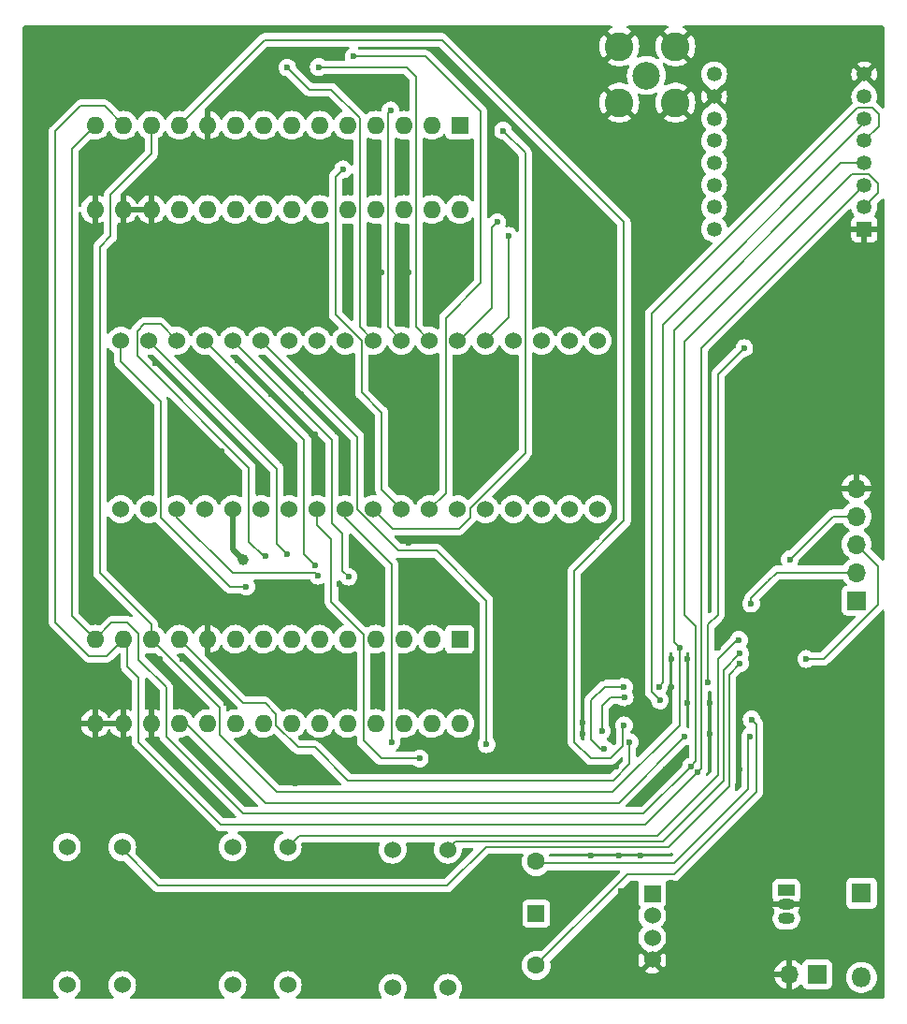
<source format=gbr>
%TF.GenerationSoftware,KiCad,Pcbnew,8.0.3*%
%TF.CreationDate,2024-07-31T08:37:56+01:00*%
%TF.ProjectId,controller,636f6e74-726f-46c6-9c65-722e6b696361,rev?*%
%TF.SameCoordinates,Original*%
%TF.FileFunction,Copper,L2,Bot*%
%TF.FilePolarity,Positive*%
%FSLAX46Y46*%
G04 Gerber Fmt 4.6, Leading zero omitted, Abs format (unit mm)*
G04 Created by KiCad (PCBNEW 8.0.3) date 2024-07-31 08:37:56*
%MOMM*%
%LPD*%
G01*
G04 APERTURE LIST*
%TA.AperFunction,ComponentPad*%
%ADD10R,1.700000X1.700000*%
%TD*%
%TA.AperFunction,ComponentPad*%
%ADD11O,1.700000X1.700000*%
%TD*%
%TA.AperFunction,ComponentPad*%
%ADD12R,1.500000X1.050000*%
%TD*%
%TA.AperFunction,ComponentPad*%
%ADD13O,1.500000X1.050000*%
%TD*%
%TA.AperFunction,ComponentPad*%
%ADD14C,2.600000*%
%TD*%
%TA.AperFunction,ComponentPad*%
%ADD15C,2.500000*%
%TD*%
%TA.AperFunction,ComponentPad*%
%ADD16R,1.524000X1.524000*%
%TD*%
%TA.AperFunction,ComponentPad*%
%ADD17C,1.524000*%
%TD*%
%TA.AperFunction,ComponentPad*%
%ADD18R,1.350000X1.350000*%
%TD*%
%TA.AperFunction,ComponentPad*%
%ADD19C,1.350000*%
%TD*%
%TA.AperFunction,ComponentPad*%
%ADD20R,1.600000X1.600000*%
%TD*%
%TA.AperFunction,ComponentPad*%
%ADD21O,1.600000X1.600000*%
%TD*%
%TA.AperFunction,ComponentPad*%
%ADD22R,1.500000X1.500000*%
%TD*%
%TA.AperFunction,ComponentPad*%
%ADD23C,1.600000*%
%TD*%
%TA.AperFunction,ComponentPad*%
%ADD24R,1.800000X1.800000*%
%TD*%
%TA.AperFunction,ComponentPad*%
%ADD25O,1.800000X1.800000*%
%TD*%
%TA.AperFunction,ViaPad*%
%ADD26C,0.600000*%
%TD*%
%TA.AperFunction,ViaPad*%
%ADD27C,1.000000*%
%TD*%
%TA.AperFunction,Conductor*%
%ADD28C,0.200000*%
%TD*%
%TA.AperFunction,Conductor*%
%ADD29C,0.500000*%
%TD*%
G04 APERTURE END LIST*
D10*
%TO.P,J1,1,Pin_1*%
%TO.N,+3V3*%
X166545000Y-100215000D03*
D11*
%TO.P,J1,2,Pin_2*%
%TO.N,/mcu/SWCLK*%
X166545000Y-97675000D03*
%TO.P,J1,3,Pin_3*%
%TO.N,/mcu/SWDIO*%
X166545000Y-95135000D03*
%TO.P,J1,4,Pin_4*%
%TO.N,/mcu/RESET*%
X166545000Y-92595000D03*
%TO.P,J1,5,Pin_5*%
%TO.N,GND*%
X166545000Y-90055000D03*
%TD*%
D12*
%TO.P,U6,1,VO*%
%TO.N,+3V3*%
X160185000Y-126445000D03*
D13*
%TO.P,U6,2,GND*%
%TO.N,GND*%
X160185000Y-127715000D03*
%TO.P,U6,3,VI*%
%TO.N,+9V*%
X160185000Y-128985000D03*
%TD*%
D14*
%TO.P,J2,1*%
%TO.N,GND*%
X150152500Y-55180000D03*
X150152500Y-50100000D03*
X145072500Y-55180000D03*
X145072500Y-50100000D03*
D15*
%TO.P,J2,2*%
%TO.N,Net-(U5-ANT)*%
X147512500Y-52715000D03*
%TD*%
D16*
%TO.P,U1,1,A0*%
%TO.N,ADC_IN1*%
X148045000Y-126715000D03*
D17*
%TO.P,U1,2,A1*%
%TO.N,ADC_IN2*%
X148045000Y-128715000D03*
%TO.P,U1,3,PWR*%
%TO.N,+3V3*%
X148045000Y-130715000D03*
%TO.P,U1,4,GND*%
%TO.N,GND*%
X148045000Y-132715000D03*
%TD*%
D18*
%TO.P,U5,1,GND*%
%TO.N,GND*%
X167252500Y-66622500D03*
D19*
%TO.P,U5,2,MISO*%
%TO.N,MISO*%
X167252500Y-64622500D03*
%TO.P,U5,3,MOSI*%
%TO.N,MOSI*%
X167252500Y-62622500D03*
%TO.P,U5,4,SCK*%
%TO.N,SCK*%
X167252500Y-60622500D03*
%TO.P,U5,5,NSS*%
%TO.N,CS_RADIO*%
X167252500Y-58622500D03*
%TO.P,U5,6,RESET*%
%TO.N,RESET_IO*%
X167252500Y-56622500D03*
%TO.P,U5,7,DIO5*%
%TO.N,unconnected-(U5-DIO5-Pad7)*%
X167252500Y-54622500D03*
%TO.P,U5,8,GND*%
%TO.N,GND*%
X167252500Y-52622500D03*
%TO.P,U5,9,ANT*%
%TO.N,Net-(U5-ANT)*%
X153652500Y-52622500D03*
%TO.P,U5,10,GND*%
%TO.N,GND*%
X153652500Y-54622500D03*
%TO.P,U5,11,DIO3*%
%TO.N,unconnected-(U5-DIO3-Pad11)*%
X153652500Y-56622500D03*
%TO.P,U5,12,DIO4*%
%TO.N,unconnected-(U5-DIO4-Pad12)*%
X153652500Y-58622500D03*
%TO.P,U5,13,3.3V*%
%TO.N,+3V3*%
X153652500Y-60622500D03*
%TO.P,U5,14,DIO0*%
%TO.N,RADIO_DONE*%
X153652500Y-62622500D03*
%TO.P,U5,15,DIO1*%
%TO.N,unconnected-(U5-DIO1-Pad15)*%
X153652500Y-64622500D03*
%TO.P,U5,16,DIO2*%
%TO.N,unconnected-(U5-DIO2-Pad16)*%
X153652500Y-66622500D03*
%TD*%
D17*
%TO.P,S2,1*%
%TO.N,BTN_REQ_CODE*%
X129545000Y-122750000D03*
%TO.P,S2,2*%
X129545000Y-135250000D03*
%TO.P,S2,3*%
%TO.N,+3V3*%
X124545000Y-122750000D03*
%TO.P,S2,4*%
X124545000Y-135250000D03*
%TD*%
D20*
%TO.P,U9,1,GPB0*%
%TO.N,Net-(U9-GPB0)*%
X130625000Y-103715000D03*
D21*
%TO.P,U9,2,GPB1*%
%TO.N,Net-(U9-GPB1)*%
X128085000Y-103715000D03*
%TO.P,U9,3,GPB2*%
%TO.N,Net-(U9-GPB2)*%
X125545000Y-103715000D03*
%TO.P,U9,4,GPB3*%
%TO.N,Net-(U9-GPB3)*%
X123005000Y-103715000D03*
%TO.P,U9,5,GPB4*%
%TO.N,Net-(U9-GPB4)*%
X120465000Y-103715000D03*
%TO.P,U9,6,GPB5*%
%TO.N,Net-(U9-GPB5)*%
X117925000Y-103715000D03*
%TO.P,U9,7,GPB6*%
%TO.N,Net-(U9-GPB6)*%
X115385000Y-103715000D03*
%TO.P,U9,8,GPB7*%
%TO.N,Net-(U9-GPB7)*%
X112845000Y-103715000D03*
%TO.P,U9,9,VDD*%
%TO.N,+3V3*%
X110305000Y-103715000D03*
%TO.P,U9,10,VSS*%
%TO.N,GND*%
X107765000Y-103715000D03*
%TO.P,U9,11,~{CS}*%
%TO.N,CS_IO3-4*%
X105225000Y-103715000D03*
%TO.P,U9,12,SCK*%
%TO.N,SCK*%
X102685000Y-103715000D03*
%TO.P,U9,13,SI*%
%TO.N,MOSI*%
X100145000Y-103715000D03*
%TO.P,U9,14,SO*%
%TO.N,MISO*%
X97605000Y-103715000D03*
%TO.P,U9,15,A0*%
%TO.N,GND*%
X97605000Y-111335000D03*
%TO.P,U9,16,A1*%
X100145000Y-111335000D03*
%TO.P,U9,17,A2*%
X102685000Y-111335000D03*
%TO.P,U9,18,~{RESET}*%
%TO.N,RESET_IO*%
X105225000Y-111335000D03*
%TO.P,U9,19,INTB*%
%TO.N,unconnected-(U9-INTB-Pad19)*%
X107765000Y-111335000D03*
%TO.P,U9,20,INTA*%
%TO.N,unconnected-(U9-INTA-Pad20)*%
X110305000Y-111335000D03*
%TO.P,U9,21,GPA0*%
%TO.N,Net-(U9-GPA0)*%
X112845000Y-111335000D03*
%TO.P,U9,22,GPA1*%
%TO.N,Net-(U9-GPA1)*%
X115385000Y-111335000D03*
%TO.P,U9,23,GPA2*%
%TO.N,Net-(U9-GPA2)*%
X117925000Y-111335000D03*
%TO.P,U9,24,GPA3*%
%TO.N,Net-(U9-GPA3)*%
X120465000Y-111335000D03*
%TO.P,U9,25,GPA4*%
%TO.N,Net-(U9-GPA4)*%
X123005000Y-111335000D03*
%TO.P,U9,26,GPA5*%
%TO.N,Net-(U9-GPA5)*%
X125545000Y-111335000D03*
%TO.P,U9,27,GPA6*%
%TO.N,Net-(U9-GPA6)*%
X128085000Y-111335000D03*
%TO.P,U9,28,GPA7*%
%TO.N,Net-(U9-GPA7)*%
X130625000Y-111335000D03*
%TD*%
D17*
%TO.P,U10,1,1e*%
%TO.N,Net-(U10-1e)*%
X143115000Y-76715000D03*
%TO.P,U10,2,1d*%
%TO.N,Net-(U10-1d)*%
X140575000Y-76715000D03*
%TO.P,U10,3,1c*%
%TO.N,Net-(U10-1c)*%
X138035000Y-76715000D03*
%TO.P,U10,4,dp1*%
%TO.N,Net-(U10-dp1)*%
X135495000Y-76715000D03*
%TO.P,U10,5,2e*%
%TO.N,Net-(U10-2e)*%
X132955000Y-76715000D03*
%TO.P,U10,6,2d*%
%TO.N,Net-(U10-2d)*%
X130415000Y-76715000D03*
%TO.P,U10,7,2g*%
%TO.N,Net-(U10-2g)*%
X127875000Y-76715000D03*
%TO.P,U10,8,2c*%
%TO.N,Net-(U10-2c)*%
X125335000Y-76715000D03*
%TO.P,U10,9,dp2*%
%TO.N,Net-(U10-dp2)*%
X122795000Y-76715000D03*
%TO.P,U10,10,3e*%
%TO.N,Net-(U10-3e)*%
X120255000Y-76715000D03*
%TO.P,U10,11,3d*%
%TO.N,Net-(U10-3d)*%
X117715000Y-76715000D03*
%TO.P,U10,12,3c*%
%TO.N,Net-(U10-3c)*%
X115175000Y-76715000D03*
%TO.P,U10,13,dp3*%
%TO.N,Net-(U10-dp3)*%
X112635000Y-76715000D03*
%TO.P,U10,14,4e*%
%TO.N,Net-(U10-4e)*%
X110095000Y-76715000D03*
%TO.P,U10,15,4d*%
%TO.N,Net-(U10-4d)*%
X107555000Y-76715000D03*
%TO.P,U10,16,4g*%
%TO.N,Net-(U10-4g)*%
X105015000Y-76715000D03*
%TO.P,U10,17,4c*%
%TO.N,Net-(U10-4c)*%
X102475000Y-76715000D03*
%TO.P,U10,18,dp4*%
%TO.N,Net-(U10-dp4)*%
X99935000Y-76715000D03*
%TO.P,U10,19,4b*%
%TO.N,Net-(U10-4b)*%
X99935000Y-91955000D03*
%TO.P,U10,20,4a*%
%TO.N,Net-(U10-4a)*%
X102475000Y-91955000D03*
%TO.P,U10,21,4f*%
%TO.N,Net-(U10-4f)*%
X105015000Y-91955000D03*
%TO.P,U10,22,digit4*%
%TO.N,+3V3*%
X107555000Y-91955000D03*
%TO.P,U10,23,digit3*%
X110095000Y-91955000D03*
%TO.P,U10,24,3b*%
%TO.N,Net-(U10-3b)*%
X112635000Y-91955000D03*
%TO.P,U10,25,3a*%
%TO.N,Net-(U10-3a)*%
X115175000Y-91955000D03*
%TO.P,U10,26,3g*%
%TO.N,Net-(U10-3g)*%
X117715000Y-91955000D03*
%TO.P,U10,27,3f*%
%TO.N,Net-(U10-3f)*%
X120255000Y-91955000D03*
%TO.P,U10,28,2b*%
%TO.N,Net-(U10-2b)*%
X122795000Y-91955000D03*
%TO.P,U10,29,2a*%
%TO.N,Net-(U10-2a)*%
X125335000Y-91955000D03*
%TO.P,U10,30,2f*%
%TO.N,Net-(U10-2f)*%
X127875000Y-91955000D03*
%TO.P,U10,31,digit2*%
%TO.N,+3V3*%
X130415000Y-91955000D03*
%TO.P,U10,32,digit1*%
X132955000Y-91955000D03*
%TO.P,U10,33,1b*%
%TO.N,Net-(U10-1b)*%
X135495000Y-91955000D03*
%TO.P,U10,34,1a*%
%TO.N,Net-(U10-1a)*%
X138035000Y-91955000D03*
%TO.P,U10,35,1g*%
%TO.N,Net-(U10-1g)*%
X140575000Y-91955000D03*
%TO.P,U10,36,1f*%
%TO.N,Net-(U10-1f)*%
X143115000Y-91955000D03*
%TD*%
D22*
%TO.P,SW5,1,3*%
%TO.N,+3V3*%
X137545000Y-128516000D03*
D23*
%TO.P,SW5,2,1*%
%TO.N,TRISTATE_UP*%
X137545000Y-133215000D03*
%TO.P,SW5,3,4*%
%TO.N,TRISTATE_DOWN*%
X137545000Y-123817000D03*
%TD*%
D24*
%TO.P,D1,1,K*%
%TO.N,+9V*%
X167000000Y-126690000D03*
D25*
%TO.P,D1,2,A*%
%TO.N,/power/batt*%
X167000000Y-134310000D03*
%TD*%
D20*
%TO.P,U8,1,GPB0*%
%TO.N,Net-(U8-GPB0)*%
X130625000Y-57215000D03*
D21*
%TO.P,U8,2,GPB1*%
%TO.N,Net-(U8-GPB1)*%
X128085000Y-57215000D03*
%TO.P,U8,3,GPB2*%
%TO.N,Net-(U8-GPB2)*%
X125545000Y-57215000D03*
%TO.P,U8,4,GPB3*%
%TO.N,Net-(U8-GPB3)*%
X123005000Y-57215000D03*
%TO.P,U8,5,GPB4*%
%TO.N,Net-(U8-GPB4)*%
X120465000Y-57215000D03*
%TO.P,U8,6,GPB5*%
%TO.N,Net-(U8-GPB5)*%
X117925000Y-57215000D03*
%TO.P,U8,7,GPB6*%
%TO.N,Net-(U8-GPB6)*%
X115385000Y-57215000D03*
%TO.P,U8,8,GPB7*%
%TO.N,Net-(U8-GPB7)*%
X112845000Y-57215000D03*
%TO.P,U8,9,VDD*%
%TO.N,+3V3*%
X110305000Y-57215000D03*
%TO.P,U8,10,VSS*%
%TO.N,GND*%
X107765000Y-57215000D03*
%TO.P,U8,11,~{CS}*%
%TO.N,CS_IO1-2*%
X105225000Y-57215000D03*
%TO.P,U8,12,SCK*%
%TO.N,SCK*%
X102685000Y-57215000D03*
%TO.P,U8,13,SI*%
%TO.N,MOSI*%
X100145000Y-57215000D03*
%TO.P,U8,14,SO*%
%TO.N,MISO*%
X97605000Y-57215000D03*
%TO.P,U8,15,A0*%
%TO.N,GND*%
X97605000Y-64835000D03*
%TO.P,U8,16,A1*%
X100145000Y-64835000D03*
%TO.P,U8,17,A2*%
X102685000Y-64835000D03*
%TO.P,U8,18,~{RESET}*%
%TO.N,RESET_IO*%
X105225000Y-64835000D03*
%TO.P,U8,19,INTB*%
%TO.N,unconnected-(U8-INTB-Pad19)*%
X107765000Y-64835000D03*
%TO.P,U8,20,INTA*%
%TO.N,unconnected-(U8-INTA-Pad20)*%
X110305000Y-64835000D03*
%TO.P,U8,21,GPA0*%
%TO.N,Net-(U8-GPA0)*%
X112845000Y-64835000D03*
%TO.P,U8,22,GPA1*%
%TO.N,Net-(U8-GPA1)*%
X115385000Y-64835000D03*
%TO.P,U8,23,GPA2*%
%TO.N,Net-(U8-GPA2)*%
X117925000Y-64835000D03*
%TO.P,U8,24,GPA3*%
%TO.N,Net-(U8-GPA3)*%
X120465000Y-64835000D03*
%TO.P,U8,25,GPA4*%
%TO.N,Net-(U8-GPA4)*%
X123005000Y-64835000D03*
%TO.P,U8,26,GPA5*%
%TO.N,Net-(U8-GPA5)*%
X125545000Y-64835000D03*
%TO.P,U8,27,GPA6*%
%TO.N,Net-(U8-GPA6)*%
X128085000Y-64835000D03*
%TO.P,U8,28,GPA7*%
%TO.N,Net-(U8-GPA7)*%
X130625000Y-64835000D03*
%TD*%
D17*
%TO.P,S3,1*%
%TO.N,BTN_RELEASE_POD*%
X100045000Y-122500000D03*
%TO.P,S3,2*%
X100045000Y-135000000D03*
%TO.P,S3,3*%
%TO.N,+3V3*%
X95045000Y-122500000D03*
%TO.P,S3,4*%
X95045000Y-135000000D03*
%TD*%
%TO.P,S1,1*%
%TO.N,BTN_SEND_CODE*%
X115045000Y-122500000D03*
%TO.P,S1,2*%
X115045000Y-135000000D03*
%TO.P,S1,3*%
%TO.N,+3V3*%
X110045000Y-122500000D03*
%TO.P,S1,4*%
X110045000Y-135000000D03*
%TD*%
D10*
%TO.P,J3,1,+*%
%TO.N,/power/batt*%
X163000000Y-134025000D03*
D11*
%TO.P,J3,2,-*%
%TO.N,GND*%
X160460000Y-134025000D03*
%TD*%
D26*
%TO.N,GND*%
X125000000Y-79000000D03*
X138000000Y-90000000D03*
X127000000Y-134500000D03*
X146000000Y-109865000D03*
X99000000Y-113500000D03*
X130500000Y-109500000D03*
X103045000Y-78715000D03*
X155000000Y-135500000D03*
X137500000Y-135000000D03*
X125500000Y-62500000D03*
X161500000Y-120000000D03*
X95000000Y-49500000D03*
X116250000Y-81500000D03*
X147000000Y-103500000D03*
X127000000Y-131000000D03*
X120000000Y-86000000D03*
X122500000Y-134500000D03*
X105500000Y-124000000D03*
X163500000Y-56000000D03*
X167500000Y-104500000D03*
X134000000Y-59500000D03*
X102500000Y-54000000D03*
X127500000Y-82000000D03*
X105500000Y-71500000D03*
X134000000Y-126500000D03*
X120000000Y-106000000D03*
X149750000Y-108000000D03*
X122250000Y-123750000D03*
X148000000Y-64250000D03*
X95500000Y-54000000D03*
X126000000Y-70500000D03*
X115500000Y-106000000D03*
X129500000Y-112500000D03*
X115045000Y-87215000D03*
X149750000Y-125750000D03*
X113000000Y-51500000D03*
X118500000Y-70500000D03*
X149750000Y-131750000D03*
X140500000Y-87500000D03*
X139500000Y-78500000D03*
X123000000Y-72500000D03*
X131000000Y-89500000D03*
X134500000Y-96000000D03*
X114500000Y-114500000D03*
X168000000Y-131500000D03*
X97000000Y-93000000D03*
X127000000Y-127500000D03*
X125000000Y-86000000D03*
X116500000Y-51500000D03*
X138000000Y-81000000D03*
X125500000Y-59000000D03*
X161000000Y-123500000D03*
X156000000Y-59500000D03*
X110000000Y-67500000D03*
X109500000Y-109500000D03*
X144750000Y-115250000D03*
X151250000Y-105500000D03*
X109000000Y-80500000D03*
X131000000Y-79000000D03*
X156000000Y-115500000D03*
X129500000Y-114500000D03*
X140000000Y-97500000D03*
X92000000Y-53500000D03*
X92000000Y-66000000D03*
X101000000Y-67500000D03*
X97000000Y-97500000D03*
X122500000Y-90000000D03*
X103500000Y-123500000D03*
X167500000Y-78500000D03*
X122250000Y-96500000D03*
X142500000Y-53000000D03*
X101000000Y-90000000D03*
X113500000Y-59500000D03*
X128000000Y-59000000D03*
X110500000Y-78500000D03*
X142500000Y-107500000D03*
X147500000Y-49500000D03*
X166500000Y-131500000D03*
X138750000Y-85000000D03*
X101000000Y-71500000D03*
X123500000Y-109500000D03*
X149750000Y-127250000D03*
X103500000Y-113500000D03*
X139000000Y-74000000D03*
X105545000Y-74715000D03*
X156000000Y-111500000D03*
X147500000Y-55500000D03*
X129500000Y-66000000D03*
X168000000Y-75000000D03*
X156500000Y-129250000D03*
X117000000Y-101000000D03*
X139500000Y-114000000D03*
X145750000Y-107000000D03*
X143500000Y-107250000D03*
X163000000Y-88000000D03*
X117000000Y-134000000D03*
X144000000Y-83000000D03*
X158500000Y-78500000D03*
X97500000Y-59500000D03*
X167000000Y-49500000D03*
X96500000Y-72000000D03*
X148000000Y-135500000D03*
X112500000Y-127000000D03*
X125000000Y-72000000D03*
X163000000Y-118000000D03*
X109500000Y-90000000D03*
X163000000Y-78500000D03*
X167500000Y-88000000D03*
X160000000Y-53500000D03*
X127500000Y-71500000D03*
X120500000Y-62500000D03*
X138500000Y-49500000D03*
X118000000Y-90000000D03*
X167000000Y-114000000D03*
X156500000Y-88000000D03*
X111500000Y-113500000D03*
X145000000Y-123250000D03*
X120500000Y-72500000D03*
X123500000Y-106000000D03*
X92500000Y-134500000D03*
X168000000Y-108500000D03*
X106000000Y-90000000D03*
X105000000Y-127000000D03*
X131000000Y-86000000D03*
X156000000Y-93000000D03*
X112500000Y-131000000D03*
X146500000Y-129500000D03*
X105500000Y-55000000D03*
X105045000Y-83715000D03*
X108000000Y-129500000D03*
X163000000Y-84000000D03*
X141750000Y-111250000D03*
X142000000Y-108250000D03*
X133000000Y-79500000D03*
X139000000Y-100500000D03*
X156500000Y-109000000D03*
X101500000Y-126500000D03*
X106500000Y-50500000D03*
X102500000Y-109000000D03*
X92000000Y-59500000D03*
X160000000Y-132000000D03*
X139000000Y-108500000D03*
X160500000Y-74500000D03*
X103500000Y-105500000D03*
X131500000Y-96000000D03*
X123000000Y-62500000D03*
X100500000Y-59500000D03*
X123000000Y-98250000D03*
X144500000Y-90500000D03*
X145250000Y-126500000D03*
X120750000Y-70250000D03*
X147000000Y-118000000D03*
X105000000Y-109500000D03*
X109045000Y-86715000D03*
X121000000Y-83000000D03*
X128000000Y-79000000D03*
X102000000Y-63000000D03*
X113545000Y-81500000D03*
X146250000Y-128750000D03*
X106500000Y-113500000D03*
X146750000Y-99500000D03*
X160000000Y-59500000D03*
X152500000Y-135000000D03*
X149750000Y-105500000D03*
X157000000Y-104250000D03*
X112500000Y-123500000D03*
X137000000Y-93500000D03*
X115500000Y-109500000D03*
X132000000Y-112500000D03*
X117545000Y-85215000D03*
X115750000Y-116750000D03*
X123500000Y-70500000D03*
X139000000Y-104500000D03*
X142000000Y-60000000D03*
X108000000Y-133750000D03*
X99500000Y-81000000D03*
X100000000Y-95000000D03*
X107000000Y-63000000D03*
X131000000Y-62000000D03*
X167000000Y-118500000D03*
X140500000Y-83000000D03*
X151500000Y-53500000D03*
X151250000Y-58750000D03*
X97500000Y-131000000D03*
X153000000Y-127000000D03*
X119750000Y-98750000D03*
X143000000Y-130000000D03*
X101500000Y-98500000D03*
X168000000Y-71000000D03*
X147000000Y-123250000D03*
X106250000Y-78250000D03*
X92000000Y-77500000D03*
X123500000Y-81000000D03*
X143000000Y-125500000D03*
X131500000Y-133500000D03*
X144000000Y-87500000D03*
X92500000Y-128500000D03*
X114500000Y-101000000D03*
X117000000Y-131000000D03*
X100500000Y-84000000D03*
X97000000Y-67000000D03*
X146500000Y-97500000D03*
X97000000Y-109500000D03*
X156000000Y-97500000D03*
X107000000Y-109500000D03*
X122500000Y-86500000D03*
X132500000Y-136000000D03*
X112500000Y-133750000D03*
X156500000Y-56000000D03*
X135500000Y-123500000D03*
X128045000Y-94715000D03*
X141000000Y-73500000D03*
X164000000Y-95000000D03*
X149500000Y-110500000D03*
X142000000Y-115500000D03*
X114500000Y-72000000D03*
X163500000Y-53500000D03*
X147250000Y-113500000D03*
X107000000Y-59500000D03*
X153250000Y-109500000D03*
X126500000Y-109500000D03*
X120500000Y-79000000D03*
X117500000Y-59000000D03*
X135500000Y-114000000D03*
X122045000Y-100715000D03*
X133000000Y-115000000D03*
X117000000Y-114500000D03*
X110500000Y-63000000D03*
X117000000Y-79000000D03*
X127500000Y-123500000D03*
X155500000Y-122000000D03*
X164000000Y-131500000D03*
X115045000Y-90215000D03*
X102500000Y-49500000D03*
X154500000Y-124500000D03*
X97500000Y-134000000D03*
X105500000Y-105500000D03*
X167500000Y-84000000D03*
X122000000Y-114500000D03*
X128000000Y-86000000D03*
X117000000Y-127500000D03*
X161250000Y-107250000D03*
X134000000Y-63500000D03*
X149750000Y-128500000D03*
X92500000Y-118500000D03*
X122500000Y-131000000D03*
X145500000Y-128000000D03*
X146000000Y-133000000D03*
X120000000Y-109500000D03*
X138500000Y-67500000D03*
X143500000Y-97500000D03*
X97500000Y-62500000D03*
X131000000Y-82000000D03*
X146750000Y-61000000D03*
X120000000Y-89500000D03*
X105000000Y-97000000D03*
X133500000Y-56500000D03*
X93000000Y-87000000D03*
X137500000Y-126000000D03*
X149750000Y-129500000D03*
X117500000Y-62500000D03*
X111545000Y-83215000D03*
X108500000Y-52000000D03*
X135500000Y-82000000D03*
X127000000Y-113000000D03*
X144000000Y-78500000D03*
X154000000Y-49500000D03*
X149250000Y-115500000D03*
X160000000Y-56000000D03*
X97000000Y-78500000D03*
X154000000Y-104500000D03*
X152500000Y-132500000D03*
X110000000Y-71500000D03*
X164500000Y-108500000D03*
X158500000Y-128500000D03*
X97500000Y-123500000D03*
X139000000Y-56500000D03*
X134500000Y-108500000D03*
X99500000Y-101000000D03*
X129500000Y-68000000D03*
X139500000Y-94000000D03*
X156500000Y-84000000D03*
X130000000Y-100500000D03*
X111500000Y-106000000D03*
X122500000Y-127500000D03*
X137500000Y-131000000D03*
X92500000Y-120500000D03*
X151500000Y-51500000D03*
X142500000Y-132250000D03*
X141750000Y-112250000D03*
X97000000Y-106500000D03*
X123000000Y-59000000D03*
X117000000Y-99500000D03*
X147000000Y-58500000D03*
X156500000Y-63000000D03*
X92000000Y-70500000D03*
X144000000Y-70000000D03*
X142500000Y-50000000D03*
X163000000Y-114000000D03*
X143000000Y-135000000D03*
X99500000Y-106500000D03*
X138500000Y-62000000D03*
X99500000Y-109500000D03*
X156500000Y-53500000D03*
X101500000Y-133000000D03*
X110500000Y-59500000D03*
X113500000Y-63000000D03*
X111545000Y-74715000D03*
X117500000Y-123500000D03*
X160500000Y-49500000D03*
X92500000Y-124000000D03*
X135000000Y-100500000D03*
X108000000Y-123500000D03*
X131500000Y-130500000D03*
X127045000Y-100500000D03*
X142500000Y-123250000D03*
X155750000Y-117000000D03*
X134500000Y-86000000D03*
X149000000Y-71000000D03*
X103545000Y-94215000D03*
X162500000Y-100000000D03*
X149000000Y-67000000D03*
X128000000Y-89500000D03*
X164000000Y-71000000D03*
X137500000Y-75000000D03*
X135500000Y-78500000D03*
X143000000Y-94500000D03*
X125000000Y-89500000D03*
X131500000Y-125500000D03*
X97000000Y-101500000D03*
X101500000Y-129500000D03*
X143000000Y-66500000D03*
X167000000Y-123500000D03*
X97000000Y-83500000D03*
X126045000Y-98215000D03*
X126500000Y-106000000D03*
X105500000Y-67500000D03*
X153250000Y-112250000D03*
X128000000Y-62500000D03*
X111500000Y-101000000D03*
X126000000Y-95000000D03*
X108000000Y-127000000D03*
X151250000Y-109500000D03*
X135000000Y-104500000D03*
X100000000Y-86000000D03*
X105000000Y-101000000D03*
X165000000Y-67000000D03*
X161250000Y-110000000D03*
X93000000Y-83000000D03*
X97500000Y-127500000D03*
X119250000Y-112500000D03*
X130500000Y-106000000D03*
X161000000Y-104000000D03*
X128500000Y-97500000D03*
%TO.N,/mcu/RESET*%
X160500000Y-96500000D03*
D27*
%TO.N,+3V3*%
X111000000Y-96500000D03*
D26*
%TO.N,/mcu/SWCLK*%
X157000000Y-100500000D03*
%TO.N,/mcu/SWDIO*%
X162000000Y-105500000D03*
%TO.N,Net-(U10-dp2)*%
X115000000Y-52000000D03*
%TO.N,Net-(U10-2g)*%
X117853579Y-51957892D03*
%TO.N,Net-(U10-2f)*%
X121000000Y-51000000D03*
%TO.N,Net-(U10-2e)*%
X135045000Y-67215000D03*
%TO.N,Net-(U10-2d)*%
X134000000Y-66000000D03*
%TO.N,Net-(U10-2c)*%
X124357515Y-55886540D03*
%TO.N,Net-(U10-2b)*%
X134545000Y-57715000D03*
%TO.N,Net-(U10-2a)*%
X120045000Y-61215000D03*
%TO.N,Net-(U10-dp3)*%
X133045000Y-113215000D03*
%TO.N,Net-(U10-3g)*%
X127000000Y-114500000D03*
%TO.N,Net-(U10-3f)*%
X124446813Y-112999696D03*
%TO.N,Net-(U10-dp4)*%
X111295000Y-98965000D03*
%TO.N,Net-(U10-4g)*%
X113045000Y-96215000D03*
%TO.N,Net-(U10-4f)*%
X117795000Y-97965000D03*
%TO.N,Net-(U10-4e)*%
X120545000Y-98063530D03*
%TO.N,Net-(U10-4d)*%
X117500000Y-97000000D03*
%TO.N,Net-(U10-4c)*%
X115000000Y-96000000D03*
%TO.N,BTN_SEND_CODE*%
X155895000Y-103782641D03*
%TO.N,BTN_REQ_CODE*%
X156000000Y-105000000D03*
%TO.N,BTN_RELEASE_POD*%
X156000000Y-105900000D03*
%TO.N,TRISTATE_UP*%
X157045000Y-110963605D03*
%TO.N,TRISTATE_DOWN*%
X156900000Y-112500000D03*
%TO.N,RESET_IO*%
X151000000Y-112500000D03*
X148645000Y-108008347D03*
%TO.N,ADC_IN1*%
X143700000Y-113624265D03*
X145500000Y-108000000D03*
%TO.N,ADC_IN2*%
X143500000Y-112000000D03*
X145548235Y-108987060D03*
%TO.N,SCK*%
X150500000Y-104500000D03*
%TO.N,CS_IO3-4*%
X146000000Y-113000000D03*
%TO.N,MISO*%
X151545000Y-115215000D03*
%TO.N,MOSI*%
X152110687Y-115780687D03*
%TO.N,CS_IO1-2*%
X145500000Y-111500000D03*
%TO.N,RADIO_DONE*%
X153100000Y-107600000D03*
X156380000Y-77380000D03*
%TO.N,CS_RADIO*%
X148750000Y-109250000D03*
%TD*%
D28*
%TO.N,/mcu/RESET*%
X160500000Y-96500000D02*
X164405000Y-92595000D01*
X164405000Y-92595000D02*
X166545000Y-92595000D01*
D29*
%TO.N,+3V3*%
X110095000Y-95595000D02*
X110095000Y-91955000D01*
X111000000Y-96500000D02*
X110095000Y-95595000D01*
D28*
%TO.N,/mcu/SWCLK*%
X166545000Y-97675000D02*
X159325000Y-97675000D01*
X158500000Y-98500000D02*
X157000000Y-100000000D01*
X159325000Y-97675000D02*
X158500000Y-98500000D01*
X157000000Y-100000000D02*
X157000000Y-100500000D01*
%TO.N,/mcu/SWDIO*%
X163560000Y-105500000D02*
X162000000Y-105500000D01*
X168500000Y-97090000D02*
X168500000Y-100560000D01*
X168500000Y-100560000D02*
X163560000Y-105500000D01*
X166545000Y-95135000D02*
X168500000Y-97090000D01*
%TO.N,Net-(U10-dp2)*%
X121565000Y-56565000D02*
X121565000Y-75485000D01*
X119000000Y-54000000D02*
X121565000Y-56565000D01*
X115000000Y-52000000D02*
X117000000Y-54000000D01*
X121565000Y-75485000D02*
X122795000Y-76715000D01*
X117000000Y-54000000D02*
X119000000Y-54000000D01*
%TO.N,Net-(U10-2g)*%
X126645000Y-52815000D02*
X126645000Y-75485000D01*
X117853579Y-51957892D02*
X117853579Y-51957893D01*
X117853579Y-51957893D02*
X117895686Y-52000000D01*
X126645000Y-75485000D02*
X127875000Y-76715000D01*
X125830000Y-52000000D02*
X126645000Y-52815000D01*
X117895686Y-52000000D02*
X125830000Y-52000000D01*
%TO.N,Net-(U10-2f)*%
X132500000Y-71500000D02*
X129353000Y-74647000D01*
X121000000Y-51000000D02*
X127500000Y-51000000D01*
X129353000Y-74647000D02*
X129353000Y-90477000D01*
X127500000Y-51000000D02*
X132500000Y-56000000D01*
X132500000Y-56000000D02*
X132500000Y-71500000D01*
X129353000Y-90477000D02*
X127875000Y-91955000D01*
%TO.N,Net-(U10-2e)*%
X135045000Y-67215000D02*
X135045000Y-74625000D01*
X135045000Y-74625000D02*
X132955000Y-76715000D01*
%TO.N,Net-(U10-2d)*%
X134000000Y-66000000D02*
X133500000Y-66500000D01*
X130545000Y-76715000D02*
X130415000Y-76715000D01*
X133500000Y-73760000D02*
X130545000Y-76715000D01*
X133500000Y-66500000D02*
X133500000Y-73760000D01*
%TO.N,Net-(U10-2c)*%
X124357515Y-55886540D02*
X124105000Y-56139055D01*
X124105000Y-75485000D02*
X125335000Y-76715000D01*
X124105000Y-56139055D02*
X124105000Y-75485000D01*
%TO.N,Net-(U10-2b)*%
X131545000Y-91863105D02*
X131545000Y-92715000D01*
X130545000Y-93715000D02*
X124555000Y-93715000D01*
X136557000Y-59727000D02*
X136557000Y-86851105D01*
X131545000Y-92715000D02*
X130545000Y-93715000D01*
X136557000Y-86851105D02*
X131545000Y-91863105D01*
X124555000Y-93715000D02*
X122795000Y-91955000D01*
X134545000Y-57715000D02*
X136557000Y-59727000D01*
%TO.N,Net-(U10-2a)*%
X121733000Y-81403000D02*
X123545000Y-83215000D01*
X121733000Y-76691105D02*
X121733000Y-81403000D01*
X123545000Y-90165000D02*
X125335000Y-91955000D01*
X123545000Y-83215000D02*
X123545000Y-90165000D01*
X120045000Y-61215000D02*
X119365000Y-61895000D01*
X119365000Y-74323105D02*
X121733000Y-76691105D01*
X119365000Y-61895000D02*
X119365000Y-74323105D01*
%TO.N,Net-(U10-dp3)*%
X128545000Y-95715000D02*
X125053105Y-95715000D01*
X133045000Y-113215000D02*
X133045000Y-100215000D01*
X133045000Y-100215000D02*
X128545000Y-95715000D01*
X125053105Y-95715000D02*
X121333000Y-91994895D01*
X121333000Y-85413000D02*
X112635000Y-76715000D01*
X121333000Y-91994895D02*
X121333000Y-85413000D01*
%TO.N,Net-(U10-3g)*%
X127000000Y-114500000D02*
X123500000Y-114500000D01*
X123500000Y-114500000D02*
X121905000Y-112905000D01*
X121905000Y-103259365D02*
X119000000Y-100354365D01*
X117715000Y-93385000D02*
X117715000Y-91955000D01*
X121905000Y-112905000D02*
X121905000Y-103259365D01*
X119000000Y-94670000D02*
X117715000Y-93385000D01*
X119000000Y-100354365D02*
X119000000Y-94670000D01*
%TO.N,Net-(U10-3f)*%
X120255000Y-92755000D02*
X120255000Y-91955000D01*
X124445000Y-96945000D02*
X120255000Y-92755000D01*
X124445000Y-112997883D02*
X124445000Y-96945000D01*
X124446813Y-112999696D02*
X124445000Y-112997883D01*
%TO.N,Net-(U10-dp4)*%
X109795000Y-98965000D02*
X103537000Y-92707000D01*
X99935000Y-78605000D02*
X99935000Y-76715000D01*
X103537000Y-92707000D02*
X103537000Y-82207000D01*
X111295000Y-98965000D02*
X109795000Y-98965000D01*
X103537000Y-82207000D02*
X99935000Y-78605000D01*
%TO.N,Net-(U10-4g)*%
X101413000Y-78083000D02*
X101413000Y-75847000D01*
X111545000Y-88215000D02*
X101413000Y-78083000D01*
X111545000Y-94906895D02*
X111545000Y-88215000D01*
X102045000Y-75215000D02*
X103515000Y-75215000D01*
X112853105Y-96215000D02*
X111545000Y-94906895D01*
X113045000Y-96215000D02*
X112853105Y-96215000D01*
X103515000Y-75215000D02*
X105015000Y-76715000D01*
X101413000Y-75847000D02*
X102045000Y-75215000D01*
%TO.N,Net-(U10-4f)*%
X117795000Y-97965000D02*
X117545000Y-97715000D01*
X110045000Y-97715000D02*
X105015000Y-92685000D01*
X105015000Y-92685000D02*
X105015000Y-91955000D01*
X117545000Y-97715000D02*
X110045000Y-97715000D01*
%TO.N,Net-(U10-4e)*%
X120000000Y-97518530D02*
X120000000Y-94170000D01*
X120000000Y-94170000D02*
X119045000Y-93215000D01*
X119045000Y-93215000D02*
X119045000Y-85665000D01*
X119045000Y-85665000D02*
X110095000Y-76715000D01*
X120545000Y-98063530D02*
X120000000Y-97518530D01*
%TO.N,Net-(U10-4d)*%
X116545000Y-96045000D02*
X116545000Y-85705000D01*
X117500000Y-97000000D02*
X116545000Y-96045000D01*
X116545000Y-85705000D02*
X107555000Y-76715000D01*
%TO.N,Net-(U10-4c)*%
X114045000Y-95045000D02*
X114045000Y-88285000D01*
X114045000Y-88285000D02*
X102475000Y-76715000D01*
X115000000Y-96000000D02*
X114045000Y-95045000D01*
%TO.N,BTN_SEND_CODE*%
X116045000Y-121500000D02*
X115045000Y-122500000D01*
X155895000Y-103782641D02*
X155717359Y-103782641D01*
X155717359Y-103782641D02*
X154000000Y-105500000D01*
X154000000Y-116000000D02*
X148500000Y-121500000D01*
X148500000Y-121500000D02*
X116045000Y-121500000D01*
X154000000Y-105500000D02*
X154000000Y-116000000D01*
X115045000Y-122500000D02*
X115045000Y-122715000D01*
%TO.N,BTN_REQ_CODE*%
X130260000Y-122000000D02*
X129545000Y-122715000D01*
X154500000Y-116500000D02*
X149000000Y-122000000D01*
X149000000Y-122000000D02*
X130260000Y-122000000D01*
X156000000Y-105000000D02*
X154500000Y-106500000D01*
X154500000Y-106500000D02*
X154500000Y-116500000D01*
%TO.N,BTN_RELEASE_POD*%
X100045000Y-122715000D02*
X100045000Y-122500000D01*
X133000000Y-122500000D02*
X129500000Y-126000000D01*
X156000000Y-105900000D02*
X155000000Y-106900000D01*
X103330000Y-126000000D02*
X100045000Y-122715000D01*
X129500000Y-126000000D02*
X103330000Y-126000000D01*
X149500000Y-122500000D02*
X133000000Y-122500000D01*
X155000000Y-117000000D02*
X149500000Y-122500000D01*
X155000000Y-106900000D02*
X155000000Y-117000000D01*
%TO.N,TRISTATE_UP*%
X157500000Y-117500000D02*
X150000000Y-125000000D01*
X150000000Y-125000000D02*
X145760000Y-125000000D01*
X157045000Y-110963605D02*
X157500000Y-111418605D01*
X157500000Y-111418605D02*
X157500000Y-117500000D01*
X145760000Y-125000000D02*
X137545000Y-133215000D01*
%TO.N,TRISTATE_DOWN*%
X156750000Y-112650000D02*
X156750000Y-117250000D01*
X150000000Y-124000000D02*
X137728000Y-124000000D01*
X156750000Y-117250000D02*
X150000000Y-124000000D01*
X137728000Y-124000000D02*
X137545000Y-123817000D01*
X156900000Y-112500000D02*
X156750000Y-112650000D01*
%TO.N,RESET_IO*%
X148645000Y-108008347D02*
X149000000Y-107653347D01*
X149000000Y-107653347D02*
X149000000Y-75260000D01*
X167252500Y-57007500D02*
X167252500Y-56622500D01*
X105835000Y-111335000D02*
X105225000Y-111335000D01*
X151000000Y-112500000D02*
X145000000Y-118500000D01*
X149000000Y-75260000D02*
X167252500Y-57007500D01*
X145000000Y-118500000D02*
X113000000Y-118500000D01*
X113000000Y-118500000D02*
X105835000Y-111335000D01*
%TO.N,ADC_IN1*%
X143375736Y-113624265D02*
X142500000Y-112748529D01*
X142500000Y-109250000D02*
X143750000Y-108000000D01*
X143700000Y-113624265D02*
X143375736Y-113624265D01*
X143750000Y-108000000D02*
X145500000Y-108000000D01*
X142500000Y-112748529D02*
X142500000Y-109250000D01*
%TO.N,ADC_IN2*%
X144262940Y-108987060D02*
X145548235Y-108987060D01*
X143500000Y-109750000D02*
X144262940Y-108987060D01*
X143500000Y-112000000D02*
X143500000Y-109750000D01*
%TO.N,SCK*%
X165137500Y-60622500D02*
X167252500Y-60622500D01*
X150500000Y-104500000D02*
X150500000Y-111500000D01*
X150000000Y-75760000D02*
X165137500Y-60622500D01*
X108865000Y-109895000D02*
X102685000Y-103715000D01*
X150000000Y-104000000D02*
X150000000Y-75760000D01*
X102685000Y-57215000D02*
X102685000Y-59815000D01*
X98045000Y-97715000D02*
X102685000Y-102355000D01*
X102685000Y-59815000D02*
X99000000Y-63500000D01*
X99000000Y-67260000D02*
X98045000Y-68215000D01*
X114038474Y-117538474D02*
X108865000Y-112365000D01*
X99000000Y-63500000D02*
X99000000Y-67260000D01*
X150500000Y-104500000D02*
X150000000Y-104000000D01*
X150500000Y-111500000D02*
X144461526Y-117538474D01*
X108865000Y-112365000D02*
X108865000Y-109895000D01*
X98045000Y-68215000D02*
X98045000Y-97715000D01*
X102685000Y-102355000D02*
X102685000Y-103715000D01*
X144461526Y-117538474D02*
X114038474Y-117538474D01*
%TO.N,CS_IO3-4*%
X114000000Y-110500000D02*
X113000000Y-109500000D01*
X144500000Y-116500000D02*
X120500000Y-116500000D01*
X117500000Y-113500000D02*
X115994365Y-113500000D01*
X115994365Y-113500000D02*
X114000000Y-111505635D01*
X146000000Y-113000000D02*
X146000000Y-115000000D01*
X111010000Y-109500000D02*
X105225000Y-103715000D01*
X146000000Y-115000000D02*
X144500000Y-116500000D01*
X113000000Y-109500000D02*
X111010000Y-109500000D01*
X114000000Y-111505635D02*
X114000000Y-110500000D01*
X120500000Y-116500000D02*
X117500000Y-113500000D01*
%TO.N,MISO*%
X168500000Y-62491140D02*
X167656360Y-61647500D01*
X95500000Y-59320000D02*
X95500000Y-101610000D01*
X111000000Y-119500000D02*
X104045000Y-112545000D01*
X147260000Y-119500000D02*
X111000000Y-119500000D01*
X104045000Y-112545000D02*
X104045000Y-108045000D01*
X101545000Y-105545000D02*
X101545000Y-103215000D01*
X167656360Y-61647500D02*
X166112500Y-61647500D01*
X166112500Y-61647500D02*
X151000000Y-76760000D01*
X100545000Y-102215000D02*
X99105000Y-102215000D01*
X167252500Y-64622500D02*
X168500000Y-63375000D01*
X104045000Y-108045000D02*
X101545000Y-105545000D01*
X151545000Y-115215000D02*
X147260000Y-119500000D01*
X99105000Y-102215000D02*
X97605000Y-103715000D01*
X97605000Y-57215000D02*
X95500000Y-59320000D01*
X152000000Y-102500000D02*
X152000000Y-114760000D01*
X151000000Y-76760000D02*
X151000000Y-101500000D01*
X95500000Y-101610000D02*
X97605000Y-103715000D01*
X168500000Y-63375000D02*
X168500000Y-62491140D01*
X152000000Y-114760000D02*
X151545000Y-115215000D01*
X151000000Y-101500000D02*
X152000000Y-102500000D01*
X101545000Y-103215000D02*
X100545000Y-102215000D01*
%TO.N,MOSI*%
X96260000Y-55500000D02*
X94000000Y-57760000D01*
X101545000Y-113045000D02*
X101545000Y-107215000D01*
X109000000Y-120500000D02*
X101545000Y-113045000D01*
X100145000Y-57215000D02*
X98430000Y-55500000D01*
X98645000Y-105215000D02*
X100145000Y-103715000D01*
X101545000Y-107215000D02*
X100545000Y-106215000D01*
X147391374Y-120500000D02*
X109000000Y-120500000D01*
X100545000Y-106215000D02*
X100545000Y-104115000D01*
X152500000Y-115391374D02*
X152110687Y-115780687D01*
X97045000Y-105215000D02*
X98645000Y-105215000D01*
X98430000Y-55500000D02*
X96260000Y-55500000D01*
X152110687Y-115780687D02*
X147391374Y-120500000D01*
X167252500Y-62622500D02*
X152500000Y-77375000D01*
X94000000Y-102170000D02*
X97045000Y-105215000D01*
X94000000Y-57760000D02*
X94000000Y-102170000D01*
X152500000Y-77375000D02*
X152500000Y-115391374D01*
X100545000Y-104115000D02*
X100145000Y-103715000D01*
%TO.N,CS_IO1-2*%
X112940000Y-49500000D02*
X105225000Y-57215000D01*
X145500000Y-93000000D02*
X145500000Y-66000000D01*
X144250000Y-114500000D02*
X142500000Y-114500000D01*
X145400000Y-113350000D02*
X144250000Y-114500000D01*
X145500000Y-66000000D02*
X129000000Y-49500000D01*
X145500000Y-111500000D02*
X145400000Y-111600000D01*
X141000000Y-97500000D02*
X145500000Y-93000000D01*
X141000000Y-113000000D02*
X141000000Y-97500000D01*
X142500000Y-114500000D02*
X141000000Y-113000000D01*
X129000000Y-49500000D02*
X112940000Y-49500000D01*
X145400000Y-111600000D02*
X145400000Y-113350000D01*
%TO.N,RADIO_DONE*%
X153100000Y-102400000D02*
X153100000Y-107600000D01*
X154000000Y-101500000D02*
X153100000Y-102400000D01*
X154000000Y-79760000D02*
X154000000Y-101500000D01*
X156380000Y-77380000D02*
X154000000Y-79760000D01*
%TO.N,CS_RADIO*%
X166612500Y-55647500D02*
X167977500Y-55647500D01*
X168545000Y-56215000D02*
X168545000Y-57330000D01*
X148000000Y-74260000D02*
X166612500Y-55647500D01*
X168545000Y-57330000D02*
X167252500Y-58622500D01*
X148750000Y-109250000D02*
X148000000Y-108500000D01*
X148000000Y-108500000D02*
X148000000Y-74260000D01*
X167977500Y-55647500D02*
X168545000Y-56215000D01*
%TD*%
%TA.AperFunction,Conductor*%
%TO.N,GND*%
G36*
X144361926Y-48234685D02*
G01*
X144407681Y-48287489D01*
X144417625Y-48356647D01*
X144388600Y-48420203D01*
X144348689Y-48450720D01*
X144169980Y-48536781D01*
X144169976Y-48536783D01*
X143987348Y-48661296D01*
X144710205Y-49384153D01*
X144693558Y-49391049D01*
X144562530Y-49478599D01*
X144451099Y-49590030D01*
X144363549Y-49721058D01*
X144356653Y-49737706D01*
X143634795Y-49015848D01*
X143581100Y-49083180D01*
X143446209Y-49316818D01*
X143347648Y-49567947D01*
X143347642Y-49567966D01*
X143287613Y-49830971D01*
X143287613Y-49830973D01*
X143267453Y-50099995D01*
X143267453Y-50100004D01*
X143287613Y-50369026D01*
X143287613Y-50369028D01*
X143347642Y-50632033D01*
X143347648Y-50632052D01*
X143446209Y-50883181D01*
X143446208Y-50883181D01*
X143581102Y-51116822D01*
X143634794Y-51184151D01*
X144356652Y-50462292D01*
X144363549Y-50478942D01*
X144451099Y-50609970D01*
X144562530Y-50721401D01*
X144693558Y-50808951D01*
X144710205Y-50815846D01*
X143987348Y-51538702D01*
X144169983Y-51663220D01*
X144169985Y-51663221D01*
X144413039Y-51780269D01*
X144413037Y-51780269D01*
X144670837Y-51859790D01*
X144670843Y-51859792D01*
X144937601Y-51899999D01*
X144937610Y-51900000D01*
X145207390Y-51900000D01*
X145207398Y-51899999D01*
X145474156Y-51859792D01*
X145474162Y-51859790D01*
X145731961Y-51780269D01*
X145783786Y-51755311D01*
X145852727Y-51743957D01*
X145916862Y-51771679D01*
X145955828Y-51829674D01*
X145957254Y-51899529D01*
X145944978Y-51929027D01*
X145930931Y-51953356D01*
X145835082Y-52197578D01*
X145835076Y-52197597D01*
X145776697Y-52453374D01*
X145776696Y-52453379D01*
X145757092Y-52714995D01*
X145757092Y-52715004D01*
X145776696Y-52976620D01*
X145776697Y-52976625D01*
X145835076Y-53232402D01*
X145835078Y-53232409D01*
X145835080Y-53232416D01*
X145874576Y-53333049D01*
X145880744Y-53402646D01*
X145848306Y-53464530D01*
X145787560Y-53499052D01*
X145722597Y-53496842D01*
X145474162Y-53420209D01*
X145474156Y-53420207D01*
X145207398Y-53380000D01*
X144937601Y-53380000D01*
X144670843Y-53420207D01*
X144670837Y-53420209D01*
X144413038Y-53499730D01*
X144169985Y-53616778D01*
X144169976Y-53616783D01*
X143987348Y-53741296D01*
X144710205Y-54464153D01*
X144693558Y-54471049D01*
X144562530Y-54558599D01*
X144451099Y-54670030D01*
X144363549Y-54801058D01*
X144356653Y-54817706D01*
X143634795Y-54095848D01*
X143581100Y-54163180D01*
X143446209Y-54396818D01*
X143347648Y-54647947D01*
X143347642Y-54647966D01*
X143287613Y-54910971D01*
X143287613Y-54910973D01*
X143267453Y-55179995D01*
X143267453Y-55180004D01*
X143287613Y-55449026D01*
X143287613Y-55449028D01*
X143347642Y-55712033D01*
X143347648Y-55712052D01*
X143446209Y-55963181D01*
X143446208Y-55963181D01*
X143581102Y-56196822D01*
X143634794Y-56264151D01*
X144356652Y-55542292D01*
X144363549Y-55558942D01*
X144451099Y-55689970D01*
X144562530Y-55801401D01*
X144693558Y-55888951D01*
X144710205Y-55895846D01*
X143987348Y-56618702D01*
X144169983Y-56743220D01*
X144169985Y-56743221D01*
X144413039Y-56860269D01*
X144413037Y-56860269D01*
X144670837Y-56939790D01*
X144670843Y-56939792D01*
X144937601Y-56979999D01*
X144937610Y-56980000D01*
X145207390Y-56980000D01*
X145207398Y-56979999D01*
X145474156Y-56939792D01*
X145474162Y-56939790D01*
X145731961Y-56860269D01*
X145975021Y-56743218D01*
X146157650Y-56618702D01*
X145434794Y-55895846D01*
X145451442Y-55888951D01*
X145582470Y-55801401D01*
X145693901Y-55689970D01*
X145781451Y-55558942D01*
X145788346Y-55542294D01*
X146510203Y-56264151D01*
X146510204Y-56264150D01*
X146563893Y-56196828D01*
X146563900Y-56196817D01*
X146698790Y-55963181D01*
X146797351Y-55712052D01*
X146797357Y-55712033D01*
X146857386Y-55449028D01*
X146857386Y-55449026D01*
X146877547Y-55180004D01*
X146877547Y-55179995D01*
X146857386Y-54910973D01*
X146857386Y-54910971D01*
X146797357Y-54647966D01*
X146797353Y-54647952D01*
X146747793Y-54521676D01*
X146741624Y-54452079D01*
X146774062Y-54390195D01*
X146834807Y-54355672D01*
X146899767Y-54357881D01*
X147121885Y-54426396D01*
X147381318Y-54465500D01*
X147643682Y-54465500D01*
X147903115Y-54426396D01*
X148153823Y-54349063D01*
X148351448Y-54253891D01*
X148420388Y-54242540D01*
X148484522Y-54270262D01*
X148523488Y-54328257D01*
X148524913Y-54398112D01*
X148520677Y-54410914D01*
X148427644Y-54647959D01*
X148427642Y-54647966D01*
X148367613Y-54910971D01*
X148367613Y-54910973D01*
X148347453Y-55179995D01*
X148347453Y-55180004D01*
X148367613Y-55449026D01*
X148367613Y-55449028D01*
X148427642Y-55712033D01*
X148427648Y-55712052D01*
X148526209Y-55963181D01*
X148526208Y-55963181D01*
X148661102Y-56196822D01*
X148714794Y-56264151D01*
X149436652Y-55542293D01*
X149443549Y-55558942D01*
X149531099Y-55689970D01*
X149642530Y-55801401D01*
X149773558Y-55888951D01*
X149790205Y-55895846D01*
X149067348Y-56618702D01*
X149249983Y-56743220D01*
X149249985Y-56743221D01*
X149493039Y-56860269D01*
X149493037Y-56860269D01*
X149750837Y-56939790D01*
X149750843Y-56939792D01*
X150017601Y-56979999D01*
X150017610Y-56980000D01*
X150287390Y-56980000D01*
X150287398Y-56979999D01*
X150554156Y-56939792D01*
X150554162Y-56939790D01*
X150811961Y-56860269D01*
X151055021Y-56743218D01*
X151237650Y-56618702D01*
X150514794Y-55895846D01*
X150531442Y-55888951D01*
X150662470Y-55801401D01*
X150773901Y-55689970D01*
X150861451Y-55558942D01*
X150868346Y-55542294D01*
X151590203Y-56264151D01*
X151590204Y-56264150D01*
X151643893Y-56196828D01*
X151643900Y-56196817D01*
X151778790Y-55963181D01*
X151877351Y-55712052D01*
X151877357Y-55712033D01*
X151937386Y-55449028D01*
X151937386Y-55449026D01*
X151957547Y-55180004D01*
X151957547Y-55179995D01*
X151937386Y-54910973D01*
X151937386Y-54910971D01*
X151877357Y-54647966D01*
X151877351Y-54647947D01*
X151778790Y-54396818D01*
X151778791Y-54396818D01*
X151643897Y-54163177D01*
X151590204Y-54095847D01*
X150868346Y-54817705D01*
X150861451Y-54801058D01*
X150773901Y-54670030D01*
X150662470Y-54558599D01*
X150531442Y-54471049D01*
X150514793Y-54464153D01*
X151237650Y-53741296D01*
X151055017Y-53616779D01*
X151055016Y-53616778D01*
X150811960Y-53499730D01*
X150811962Y-53499730D01*
X150554162Y-53420209D01*
X150554156Y-53420207D01*
X150287398Y-53380000D01*
X150017601Y-53380000D01*
X149750843Y-53420207D01*
X149750837Y-53420209D01*
X149493038Y-53499730D01*
X149274571Y-53604938D01*
X149205630Y-53616290D01*
X149141495Y-53588568D01*
X149102530Y-53530572D01*
X149101105Y-53460717D01*
X149105339Y-53447924D01*
X149189920Y-53232416D01*
X149248302Y-52976630D01*
X149258584Y-52839423D01*
X149267908Y-52715004D01*
X149267908Y-52714995D01*
X149248303Y-52453379D01*
X149248302Y-52453374D01*
X149248302Y-52453370D01*
X149189920Y-52197584D01*
X149094068Y-51953357D01*
X149094067Y-51953356D01*
X149094068Y-51953356D01*
X149040047Y-51859790D01*
X148988241Y-51770060D01*
X148971769Y-51702162D01*
X148994621Y-51636135D01*
X149049542Y-51592945D01*
X149119096Y-51586303D01*
X149165480Y-51605608D01*
X149249976Y-51663216D01*
X149249985Y-51663221D01*
X149493039Y-51780269D01*
X149493037Y-51780269D01*
X149750837Y-51859790D01*
X149750843Y-51859792D01*
X150017601Y-51899999D01*
X150017610Y-51900000D01*
X150287390Y-51900000D01*
X150287398Y-51899999D01*
X150554156Y-51859792D01*
X150554162Y-51859790D01*
X150811961Y-51780269D01*
X151055021Y-51663218D01*
X151237650Y-51538702D01*
X150514794Y-50815846D01*
X150531442Y-50808951D01*
X150662470Y-50721401D01*
X150773901Y-50609970D01*
X150861451Y-50478942D01*
X150868346Y-50462294D01*
X151590203Y-51184151D01*
X151590204Y-51184150D01*
X151643893Y-51116828D01*
X151643900Y-51116817D01*
X151778790Y-50883181D01*
X151877351Y-50632052D01*
X151877357Y-50632033D01*
X151937386Y-50369028D01*
X151937386Y-50369026D01*
X151957547Y-50100004D01*
X151957547Y-50099995D01*
X151937386Y-49830973D01*
X151937386Y-49830971D01*
X151877357Y-49567966D01*
X151877351Y-49567947D01*
X151778790Y-49316818D01*
X151778791Y-49316818D01*
X151643897Y-49083177D01*
X151590204Y-49015847D01*
X150868346Y-49737705D01*
X150861451Y-49721058D01*
X150773901Y-49590030D01*
X150662470Y-49478599D01*
X150531442Y-49391049D01*
X150514794Y-49384153D01*
X151237650Y-48661296D01*
X151055017Y-48536779D01*
X151055016Y-48536778D01*
X150876312Y-48450720D01*
X150824452Y-48403898D01*
X150806139Y-48336471D01*
X150827187Y-48269847D01*
X150880913Y-48225178D01*
X150930113Y-48215000D01*
X168921000Y-48215000D01*
X168988039Y-48234685D01*
X169033794Y-48287489D01*
X169045000Y-48339000D01*
X169045000Y-55566403D01*
X169025315Y-55633442D01*
X168972511Y-55679197D01*
X168903353Y-55689141D01*
X168839797Y-55660116D01*
X168833319Y-55654084D01*
X168465090Y-55285855D01*
X168465088Y-55285852D01*
X168374812Y-55195576D01*
X168341327Y-55134253D01*
X168346311Y-55064561D01*
X168351493Y-55052622D01*
X168353317Y-55048959D01*
X168412935Y-54839423D01*
X168433036Y-54622500D01*
X168432821Y-54620185D01*
X168423693Y-54521676D01*
X168412935Y-54405577D01*
X168353317Y-54196041D01*
X168256212Y-54001028D01*
X168124927Y-53827178D01*
X168124925Y-53827175D01*
X167963932Y-53680412D01*
X167963932Y-53680411D01*
X167952258Y-53673183D01*
X167932525Y-53651166D01*
X167930069Y-53653623D01*
X167298948Y-53022500D01*
X167305161Y-53022500D01*
X167406894Y-52995241D01*
X167498106Y-52942580D01*
X167572580Y-52868106D01*
X167625241Y-52776894D01*
X167652500Y-52675161D01*
X167652500Y-52668946D01*
X168243511Y-53259957D01*
X168243512Y-53259957D01*
X168255784Y-53243708D01*
X168352844Y-53048787D01*
X168352849Y-53048774D01*
X168412442Y-52839330D01*
X168432534Y-52622500D01*
X168432534Y-52622499D01*
X168412442Y-52405669D01*
X168352849Y-52196225D01*
X168352844Y-52196212D01*
X168255785Y-52001294D01*
X168255784Y-52001291D01*
X168243510Y-51985040D01*
X167652500Y-52576051D01*
X167652500Y-52569839D01*
X167625241Y-52468106D01*
X167572580Y-52376894D01*
X167498106Y-52302420D01*
X167406894Y-52249759D01*
X167305161Y-52222500D01*
X167298947Y-52222500D01*
X167887666Y-51633779D01*
X167778487Y-51566177D01*
X167778485Y-51566176D01*
X167575439Y-51487516D01*
X167575429Y-51487513D01*
X167361378Y-51447500D01*
X167143622Y-51447500D01*
X166929570Y-51487513D01*
X166929569Y-51487513D01*
X166726516Y-51566176D01*
X166726515Y-51566176D01*
X166617332Y-51633779D01*
X167206054Y-52222500D01*
X167199839Y-52222500D01*
X167098106Y-52249759D01*
X167006894Y-52302420D01*
X166932420Y-52376894D01*
X166879759Y-52468106D01*
X166852500Y-52569839D01*
X166852500Y-52576053D01*
X166261487Y-51985040D01*
X166249219Y-52001285D01*
X166249211Y-52001298D01*
X166152155Y-52196212D01*
X166152150Y-52196225D01*
X166092557Y-52405669D01*
X166072466Y-52622499D01*
X166072466Y-52622500D01*
X166092557Y-52839330D01*
X166152150Y-53048774D01*
X166152155Y-53048787D01*
X166249211Y-53243702D01*
X166249213Y-53243704D01*
X166261487Y-53259957D01*
X166852500Y-52668945D01*
X166852500Y-52675161D01*
X166879759Y-52776894D01*
X166932420Y-52868106D01*
X167006894Y-52942580D01*
X167098106Y-52995241D01*
X167199839Y-53022500D01*
X167206053Y-53022500D01*
X166574930Y-53653623D01*
X166572588Y-53651281D01*
X166552741Y-53673183D01*
X166541071Y-53680409D01*
X166541067Y-53680412D01*
X166380074Y-53827175D01*
X166248788Y-54001027D01*
X166151684Y-54196037D01*
X166092064Y-54405581D01*
X166071964Y-54622499D01*
X166071964Y-54622500D01*
X166092064Y-54839418D01*
X166092064Y-54839420D01*
X166092065Y-54839423D01*
X166151634Y-55048787D01*
X166151684Y-55048962D01*
X166181762Y-55109366D01*
X166194023Y-55178151D01*
X166167150Y-55242646D01*
X166158445Y-55252318D01*
X166131981Y-55278783D01*
X166131980Y-55278782D01*
X166131978Y-55278786D01*
X155004722Y-66406041D01*
X154943399Y-66439526D01*
X154873707Y-66434542D01*
X154817774Y-66392670D01*
X154797775Y-66352297D01*
X154753317Y-66196041D01*
X154656212Y-66001028D01*
X154524927Y-65827178D01*
X154400923Y-65714134D01*
X154364645Y-65654427D01*
X154366405Y-65584579D01*
X154400923Y-65530865D01*
X154524927Y-65417822D01*
X154656212Y-65243972D01*
X154753317Y-65048959D01*
X154812935Y-64839423D01*
X154833036Y-64622500D01*
X154830599Y-64596206D01*
X154812935Y-64405581D01*
X154812935Y-64405580D01*
X154812935Y-64405577D01*
X154753317Y-64196041D01*
X154656212Y-64001028D01*
X154524927Y-63827178D01*
X154400923Y-63714134D01*
X154364645Y-63654427D01*
X154366405Y-63584579D01*
X154400923Y-63530865D01*
X154524927Y-63417822D01*
X154656212Y-63243972D01*
X154753317Y-63048959D01*
X154812935Y-62839423D01*
X154833036Y-62622500D01*
X154812935Y-62405577D01*
X154753317Y-62196041D01*
X154656212Y-62001028D01*
X154524927Y-61827178D01*
X154400923Y-61714134D01*
X154364645Y-61654427D01*
X154366405Y-61584579D01*
X154400923Y-61530865D01*
X154524927Y-61417822D01*
X154656212Y-61243972D01*
X154753317Y-61048959D01*
X154812935Y-60839423D01*
X154833036Y-60622500D01*
X154812935Y-60405577D01*
X154753317Y-60196041D01*
X154656212Y-60001028D01*
X154524927Y-59827178D01*
X154400923Y-59714134D01*
X154364645Y-59654427D01*
X154366405Y-59584579D01*
X154400923Y-59530865D01*
X154524927Y-59417822D01*
X154656212Y-59243972D01*
X154753317Y-59048959D01*
X154812935Y-58839423D01*
X154833036Y-58622500D01*
X154812935Y-58405577D01*
X154753317Y-58196041D01*
X154656212Y-58001028D01*
X154524927Y-57827178D01*
X154400923Y-57714134D01*
X154364645Y-57654427D01*
X154366405Y-57584579D01*
X154400923Y-57530865D01*
X154524927Y-57417822D01*
X154656212Y-57243972D01*
X154753317Y-57048959D01*
X154812935Y-56839423D01*
X154833036Y-56622500D01*
X154832884Y-56620865D01*
X154812935Y-56405581D01*
X154812935Y-56405577D01*
X154753317Y-56196041D01*
X154656212Y-56001028D01*
X154585887Y-55907902D01*
X154524925Y-55827175D01*
X154363932Y-55680412D01*
X154363932Y-55680411D01*
X154352258Y-55673183D01*
X154332525Y-55651166D01*
X154330069Y-55653623D01*
X153698948Y-55022500D01*
X153705161Y-55022500D01*
X153806894Y-54995241D01*
X153898106Y-54942580D01*
X153972580Y-54868106D01*
X154025241Y-54776894D01*
X154052500Y-54675161D01*
X154052500Y-54668946D01*
X154643511Y-55259957D01*
X154643512Y-55259957D01*
X154655784Y-55243708D01*
X154752844Y-55048787D01*
X154752849Y-55048774D01*
X154812442Y-54839330D01*
X154832534Y-54622500D01*
X154832534Y-54622499D01*
X154812442Y-54405669D01*
X154752849Y-54196225D01*
X154752844Y-54196212D01*
X154655785Y-54001294D01*
X154655784Y-54001291D01*
X154643510Y-53985040D01*
X154052500Y-54576051D01*
X154052500Y-54569839D01*
X154025241Y-54468106D01*
X153972580Y-54376894D01*
X153898106Y-54302420D01*
X153806894Y-54249759D01*
X153705161Y-54222500D01*
X153698947Y-54222500D01*
X154330069Y-53591376D01*
X154332416Y-53593723D01*
X154352260Y-53571814D01*
X154363932Y-53564588D01*
X154524927Y-53417822D01*
X154656212Y-53243972D01*
X154753317Y-53048959D01*
X154812935Y-52839423D01*
X154833036Y-52622500D01*
X154832821Y-52620185D01*
X154828156Y-52569839D01*
X154812935Y-52405577D01*
X154753317Y-52196041D01*
X154656212Y-52001028D01*
X154524927Y-51827178D01*
X154517870Y-51820745D01*
X154363933Y-51680413D01*
X154363923Y-51680406D01*
X154178713Y-51565729D01*
X154178707Y-51565726D01*
X154093613Y-51532760D01*
X153975569Y-51487030D01*
X153761426Y-51447000D01*
X153543574Y-51447000D01*
X153329431Y-51487030D01*
X153301791Y-51497738D01*
X153126292Y-51565726D01*
X153126286Y-51565729D01*
X152941076Y-51680406D01*
X152941066Y-51680413D01*
X152780074Y-51827176D01*
X152648788Y-52001027D01*
X152551684Y-52196037D01*
X152492064Y-52405581D01*
X152471964Y-52622499D01*
X152471964Y-52622500D01*
X152492064Y-52839418D01*
X152492064Y-52839420D01*
X152492065Y-52839423D01*
X152551634Y-53048787D01*
X152551684Y-53048962D01*
X152648788Y-53243972D01*
X152780074Y-53417824D01*
X152891587Y-53519480D01*
X152941068Y-53564588D01*
X152952734Y-53571811D01*
X152952737Y-53571813D01*
X152972473Y-53593832D01*
X152974930Y-53591376D01*
X153606054Y-54222500D01*
X153599839Y-54222500D01*
X153498106Y-54249759D01*
X153406894Y-54302420D01*
X153332420Y-54376894D01*
X153279759Y-54468106D01*
X153252500Y-54569839D01*
X153252500Y-54576053D01*
X152661487Y-53985040D01*
X152649219Y-54001285D01*
X152649211Y-54001298D01*
X152552155Y-54196212D01*
X152552150Y-54196225D01*
X152492557Y-54405669D01*
X152472466Y-54622499D01*
X152472466Y-54622500D01*
X152492557Y-54839330D01*
X152552150Y-55048774D01*
X152552155Y-55048787D01*
X152649211Y-55243702D01*
X152649213Y-55243704D01*
X152661487Y-55259957D01*
X153252500Y-54668945D01*
X153252500Y-54675161D01*
X153279759Y-54776894D01*
X153332420Y-54868106D01*
X153406894Y-54942580D01*
X153498106Y-54995241D01*
X153599839Y-55022500D01*
X153606053Y-55022500D01*
X152974930Y-55653623D01*
X152972588Y-55651281D01*
X152952741Y-55673183D01*
X152941071Y-55680409D01*
X152941067Y-55680412D01*
X152780074Y-55827175D01*
X152648788Y-56001027D01*
X152551684Y-56196037D01*
X152549856Y-56202461D01*
X152500430Y-56376179D01*
X152492064Y-56405581D01*
X152471964Y-56622499D01*
X152471964Y-56622500D01*
X152492064Y-56839418D01*
X152492064Y-56839420D01*
X152492065Y-56839423D01*
X152534428Y-56988313D01*
X152551684Y-57048962D01*
X152648788Y-57243972D01*
X152780074Y-57417824D01*
X152904072Y-57530863D01*
X152940354Y-57590574D01*
X152938593Y-57660422D01*
X152904072Y-57714137D01*
X152780074Y-57827175D01*
X152648788Y-58001027D01*
X152551684Y-58196037D01*
X152534243Y-58257335D01*
X152493676Y-58399917D01*
X152492064Y-58405581D01*
X152471964Y-58622499D01*
X152471964Y-58622500D01*
X152492064Y-58839418D01*
X152492064Y-58839420D01*
X152492065Y-58839423D01*
X152531436Y-58977798D01*
X152551684Y-59048962D01*
X152648788Y-59243972D01*
X152780074Y-59417824D01*
X152904072Y-59530863D01*
X152940354Y-59590574D01*
X152938593Y-59660422D01*
X152904072Y-59714137D01*
X152780074Y-59827175D01*
X152648788Y-60001027D01*
X152551684Y-60196037D01*
X152492064Y-60405581D01*
X152471964Y-60622499D01*
X152471964Y-60622500D01*
X152492064Y-60839418D01*
X152492064Y-60839420D01*
X152492065Y-60839423D01*
X152499653Y-60866091D01*
X152551684Y-61048962D01*
X152648788Y-61243972D01*
X152780074Y-61417824D01*
X152904072Y-61530863D01*
X152940354Y-61590574D01*
X152938593Y-61660422D01*
X152904072Y-61714137D01*
X152780074Y-61827175D01*
X152648788Y-62001027D01*
X152551684Y-62196037D01*
X152492064Y-62405581D01*
X152471964Y-62622499D01*
X152471964Y-62622500D01*
X152492064Y-62839418D01*
X152492064Y-62839420D01*
X152492065Y-62839423D01*
X152543295Y-63019478D01*
X152551684Y-63048962D01*
X152648788Y-63243972D01*
X152780074Y-63417824D01*
X152904072Y-63530863D01*
X152940354Y-63590574D01*
X152938593Y-63660422D01*
X152904072Y-63714137D01*
X152780074Y-63827175D01*
X152648788Y-64001027D01*
X152551684Y-64196037D01*
X152538929Y-64240867D01*
X152493676Y-64399917D01*
X152492064Y-64405581D01*
X152471964Y-64622499D01*
X152471964Y-64622500D01*
X152492064Y-64839418D01*
X152492064Y-64839420D01*
X152492065Y-64839423D01*
X152541313Y-65012511D01*
X152551684Y-65048962D01*
X152648788Y-65243972D01*
X152780074Y-65417824D01*
X152904072Y-65530863D01*
X152940354Y-65590574D01*
X152938593Y-65660422D01*
X152904072Y-65714137D01*
X152780074Y-65827175D01*
X152648788Y-66001027D01*
X152551684Y-66196037D01*
X152492064Y-66405581D01*
X152471964Y-66622499D01*
X152471964Y-66622500D01*
X152492064Y-66839418D01*
X152492064Y-66839420D01*
X152492065Y-66839423D01*
X152551683Y-67048959D01*
X152648788Y-67243972D01*
X152780073Y-67417822D01*
X152941068Y-67564588D01*
X152941075Y-67564592D01*
X152941076Y-67564593D01*
X153126286Y-67679270D01*
X153126292Y-67679273D01*
X153154659Y-67690262D01*
X153329431Y-67757970D01*
X153370629Y-67765671D01*
X153432908Y-67797337D01*
X153468182Y-67857649D01*
X153465249Y-67927458D01*
X153435524Y-67975240D01*
X147519481Y-73891282D01*
X147519475Y-73891290D01*
X147483047Y-73954387D01*
X147483047Y-73954389D01*
X147440423Y-74028214D01*
X147440423Y-74028215D01*
X147399499Y-74180943D01*
X147399499Y-74180945D01*
X147399499Y-74349046D01*
X147399500Y-74349059D01*
X147399500Y-108413330D01*
X147399499Y-108413348D01*
X147399499Y-108579054D01*
X147399498Y-108579054D01*
X147440423Y-108731785D01*
X147469358Y-108781900D01*
X147469359Y-108781904D01*
X147469360Y-108781904D01*
X147516284Y-108863181D01*
X147519479Y-108868714D01*
X147519481Y-108868717D01*
X147638349Y-108987585D01*
X147638355Y-108987590D01*
X147919298Y-109268533D01*
X147952783Y-109329856D01*
X147954837Y-109342330D01*
X147964630Y-109429249D01*
X148024210Y-109599521D01*
X148095419Y-109712849D01*
X148120184Y-109752262D01*
X148247738Y-109879816D01*
X148259003Y-109886894D01*
X148397721Y-109974057D01*
X148400478Y-109975789D01*
X148554067Y-110029532D01*
X148570745Y-110035368D01*
X148570750Y-110035369D01*
X148749996Y-110055565D01*
X148750000Y-110055565D01*
X148750004Y-110055565D01*
X148929249Y-110035369D01*
X148929252Y-110035368D01*
X148929255Y-110035368D01*
X149099522Y-109975789D01*
X149252262Y-109879816D01*
X149379816Y-109752262D01*
X149475789Y-109599522D01*
X149535368Y-109429255D01*
X149545810Y-109336582D01*
X149555565Y-109250003D01*
X149555565Y-109249996D01*
X149535369Y-109070750D01*
X149535368Y-109070745D01*
X149499892Y-108969360D01*
X149475789Y-108900478D01*
X149475174Y-108899500D01*
X149379815Y-108747737D01*
X149293754Y-108661676D01*
X149260269Y-108600353D01*
X149265253Y-108530661D01*
X149276441Y-108508023D01*
X149313350Y-108449282D01*
X149370789Y-108357869D01*
X149430368Y-108187602D01*
X149440161Y-108100677D01*
X149467226Y-108036267D01*
X149475695Y-108026886D01*
X149480520Y-108022063D01*
X149551282Y-107899499D01*
X149559577Y-107885132D01*
X149600501Y-107732404D01*
X149600501Y-107574290D01*
X149600501Y-107566695D01*
X149600500Y-107566677D01*
X149600500Y-105003476D01*
X149620185Y-104936437D01*
X149672989Y-104890682D01*
X149742147Y-104880738D01*
X149805703Y-104909763D01*
X149829493Y-104937503D01*
X149869160Y-105000633D01*
X149870185Y-105002263D01*
X149872445Y-105005097D01*
X149873334Y-105007275D01*
X149873889Y-105008158D01*
X149873734Y-105008255D01*
X149898855Y-105069783D01*
X149899500Y-105082412D01*
X149899500Y-111199903D01*
X149879815Y-111266942D01*
X149863181Y-111287584D01*
X146812181Y-114338584D01*
X146750858Y-114372069D01*
X146681166Y-114367085D01*
X146625233Y-114325213D01*
X146600816Y-114259749D01*
X146600500Y-114250903D01*
X146600500Y-113582412D01*
X146620185Y-113515373D01*
X146627555Y-113505097D01*
X146629810Y-113502267D01*
X146629816Y-113502262D01*
X146725789Y-113349522D01*
X146785368Y-113179255D01*
X146785402Y-113178952D01*
X146805565Y-113000003D01*
X146805565Y-112999996D01*
X146785369Y-112820750D01*
X146785368Y-112820745D01*
X146772989Y-112785368D01*
X146725789Y-112650478D01*
X146719499Y-112640468D01*
X146670032Y-112561741D01*
X146629816Y-112497738D01*
X146502262Y-112370184D01*
X146469379Y-112349522D01*
X146349521Y-112274210D01*
X146260566Y-112243084D01*
X146179255Y-112214632D01*
X146179252Y-112214631D01*
X146172683Y-112212333D01*
X146173624Y-112209643D01*
X146123829Y-112181771D01*
X146090989Y-112120100D01*
X146096704Y-112050464D01*
X146124744Y-112007333D01*
X146129816Y-112002262D01*
X146225789Y-111849522D01*
X146285368Y-111679255D01*
X146288092Y-111655080D01*
X146305565Y-111500003D01*
X146305565Y-111499996D01*
X146285369Y-111320750D01*
X146285368Y-111320745D01*
X146266987Y-111268216D01*
X146225789Y-111150478D01*
X146221002Y-111142860D01*
X146129815Y-110997737D01*
X146002262Y-110870184D01*
X145849523Y-110774211D01*
X145679254Y-110714631D01*
X145679249Y-110714630D01*
X145500004Y-110694435D01*
X145499996Y-110694435D01*
X145320750Y-110714630D01*
X145320745Y-110714631D01*
X145150476Y-110774211D01*
X144997737Y-110870184D01*
X144870184Y-110997737D01*
X144774211Y-111150476D01*
X144714631Y-111320745D01*
X144714630Y-111320750D01*
X144694435Y-111499996D01*
X144694435Y-111500003D01*
X144714630Y-111679249D01*
X144714631Y-111679254D01*
X144774212Y-111849525D01*
X144780492Y-111859519D01*
X144799500Y-111925493D01*
X144799500Y-113049901D01*
X144779815Y-113116940D01*
X144763181Y-113137583D01*
X144613002Y-113287761D01*
X144551679Y-113321245D01*
X144481987Y-113316261D01*
X144426054Y-113274389D01*
X144420327Y-113266051D01*
X144420308Y-113266021D01*
X144329816Y-113122003D01*
X144202262Y-112994449D01*
X144049522Y-112898476D01*
X144049519Y-112898474D01*
X143987574Y-112876798D01*
X143930798Y-112836076D01*
X143905051Y-112771123D01*
X143918508Y-112702562D01*
X143962556Y-112654764D01*
X144002262Y-112629816D01*
X144129816Y-112502262D01*
X144225789Y-112349522D01*
X144285368Y-112179255D01*
X144285369Y-112179249D01*
X144305565Y-112000003D01*
X144305565Y-111999996D01*
X144285369Y-111820750D01*
X144285368Y-111820745D01*
X144272662Y-111784433D01*
X144225789Y-111650478D01*
X144200313Y-111609934D01*
X144148855Y-111528039D01*
X144129816Y-111497738D01*
X144129814Y-111497736D01*
X144129813Y-111497734D01*
X144127550Y-111494896D01*
X144126659Y-111492715D01*
X144126111Y-111491842D01*
X144126264Y-111491745D01*
X144101144Y-111430209D01*
X144100500Y-111417587D01*
X144100500Y-110050097D01*
X144120185Y-109983058D01*
X144136819Y-109962416D01*
X144475356Y-109623879D01*
X144536679Y-109590394D01*
X144563037Y-109587560D01*
X144965823Y-109587560D01*
X145032862Y-109607245D01*
X145043138Y-109614615D01*
X145045971Y-109616874D01*
X145045973Y-109616876D01*
X145198713Y-109712849D01*
X145311349Y-109752262D01*
X145368980Y-109772428D01*
X145368985Y-109772429D01*
X145548231Y-109792625D01*
X145548235Y-109792625D01*
X145548239Y-109792625D01*
X145727484Y-109772429D01*
X145727487Y-109772428D01*
X145727490Y-109772428D01*
X145897757Y-109712849D01*
X146050497Y-109616876D01*
X146178051Y-109489322D01*
X146274024Y-109336582D01*
X146333603Y-109166315D01*
X146333604Y-109166309D01*
X146353800Y-108987063D01*
X146353800Y-108987056D01*
X146333604Y-108807810D01*
X146333603Y-108807805D01*
X146324538Y-108781900D01*
X146274024Y-108637538D01*
X146200871Y-108521116D01*
X146181872Y-108453882D01*
X146200873Y-108389174D01*
X146225789Y-108349522D01*
X146282447Y-108187603D01*
X146285366Y-108179262D01*
X146285369Y-108179249D01*
X146305565Y-108000003D01*
X146305565Y-107999996D01*
X146285369Y-107820750D01*
X146285368Y-107820745D01*
X146254455Y-107732401D01*
X146225789Y-107650478D01*
X146129816Y-107497738D01*
X146002262Y-107370184D01*
X145849523Y-107274211D01*
X145679254Y-107214631D01*
X145679249Y-107214630D01*
X145500004Y-107194435D01*
X145499996Y-107194435D01*
X145320750Y-107214630D01*
X145320745Y-107214631D01*
X145150476Y-107274211D01*
X144997736Y-107370185D01*
X144994903Y-107372445D01*
X144992724Y-107373334D01*
X144991842Y-107373889D01*
X144991744Y-107373734D01*
X144930217Y-107398855D01*
X144917588Y-107399500D01*
X143836669Y-107399500D01*
X143836653Y-107399499D01*
X143829057Y-107399499D01*
X143670943Y-107399499D01*
X143591010Y-107420917D01*
X143518216Y-107440422D01*
X143485038Y-107459578D01*
X143485037Y-107459577D01*
X143381287Y-107519477D01*
X143381282Y-107519481D01*
X142019481Y-108881282D01*
X142019479Y-108881285D01*
X141969361Y-108968094D01*
X141969359Y-108968096D01*
X141940425Y-109018209D01*
X141940424Y-109018210D01*
X141926347Y-109070745D01*
X141899499Y-109170943D01*
X141899499Y-109170945D01*
X141899499Y-109339046D01*
X141899500Y-109339059D01*
X141899500Y-112661859D01*
X141899499Y-112661877D01*
X141899499Y-112750902D01*
X141879814Y-112817941D01*
X141827010Y-112863696D01*
X141757852Y-112873640D01*
X141694296Y-112844615D01*
X141687818Y-112838583D01*
X141636819Y-112787584D01*
X141603334Y-112726261D01*
X141600500Y-112699903D01*
X141600500Y-97800096D01*
X141620185Y-97733057D01*
X141636814Y-97712420D01*
X145858506Y-93490727D01*
X145858511Y-93490724D01*
X145868714Y-93480520D01*
X145868716Y-93480520D01*
X145980520Y-93368716D01*
X146035879Y-93272830D01*
X146059577Y-93231785D01*
X146100501Y-93079057D01*
X146100501Y-92920943D01*
X146100501Y-92913348D01*
X146100500Y-92913330D01*
X146100500Y-66089060D01*
X146100501Y-66089047D01*
X146100501Y-65920944D01*
X146094801Y-65899672D01*
X146059577Y-65768216D01*
X146053662Y-65757970D01*
X145980524Y-65631290D01*
X145980518Y-65631282D01*
X129487590Y-49138355D01*
X129487588Y-49138352D01*
X129368717Y-49019481D01*
X129368716Y-49019480D01*
X129281904Y-48969360D01*
X129281904Y-48969359D01*
X129281900Y-48969358D01*
X129231785Y-48940423D01*
X129079057Y-48899499D01*
X128920943Y-48899499D01*
X128913347Y-48899499D01*
X128913331Y-48899500D01*
X113026670Y-48899500D01*
X113026654Y-48899499D01*
X113019058Y-48899499D01*
X112860943Y-48899499D01*
X112784579Y-48919961D01*
X112708214Y-48940423D01*
X112708209Y-48940426D01*
X112571290Y-49019475D01*
X112571282Y-49019481D01*
X105667705Y-55923058D01*
X105606382Y-55956543D01*
X105547931Y-55955152D01*
X105451697Y-55929366D01*
X105451693Y-55929365D01*
X105451692Y-55929365D01*
X105451691Y-55929364D01*
X105451686Y-55929364D01*
X105225002Y-55909532D01*
X105224998Y-55909532D01*
X104998313Y-55929364D01*
X104998302Y-55929366D01*
X104778511Y-55988258D01*
X104778502Y-55988261D01*
X104572267Y-56084431D01*
X104572265Y-56084432D01*
X104385858Y-56214954D01*
X104224954Y-56375858D01*
X104094432Y-56562265D01*
X104094431Y-56562267D01*
X104067382Y-56620275D01*
X104021209Y-56672714D01*
X103954016Y-56691866D01*
X103887135Y-56671650D01*
X103842618Y-56620275D01*
X103815568Y-56562266D01*
X103685047Y-56375861D01*
X103685045Y-56375858D01*
X103524141Y-56214954D01*
X103337734Y-56084432D01*
X103337732Y-56084431D01*
X103131497Y-55988261D01*
X103131488Y-55988258D01*
X102911697Y-55929366D01*
X102911693Y-55929365D01*
X102911692Y-55929365D01*
X102911691Y-55929364D01*
X102911686Y-55929364D01*
X102685002Y-55909532D01*
X102684998Y-55909532D01*
X102458313Y-55929364D01*
X102458302Y-55929366D01*
X102238511Y-55988258D01*
X102238502Y-55988261D01*
X102032267Y-56084431D01*
X102032265Y-56084432D01*
X101845858Y-56214954D01*
X101684954Y-56375858D01*
X101554432Y-56562265D01*
X101554431Y-56562267D01*
X101527382Y-56620275D01*
X101481209Y-56672714D01*
X101414016Y-56691866D01*
X101347135Y-56671650D01*
X101302618Y-56620275D01*
X101275568Y-56562266D01*
X101145047Y-56375861D01*
X101145045Y-56375858D01*
X100984141Y-56214954D01*
X100797734Y-56084432D01*
X100797732Y-56084431D01*
X100591497Y-55988261D01*
X100591488Y-55988258D01*
X100371697Y-55929366D01*
X100371693Y-55929365D01*
X100371692Y-55929365D01*
X100371691Y-55929364D01*
X100371686Y-55929364D01*
X100145002Y-55909532D01*
X100144998Y-55909532D01*
X99918313Y-55929364D01*
X99918302Y-55929366D01*
X99822067Y-55955152D01*
X99752217Y-55953489D01*
X99702293Y-55923058D01*
X98917590Y-55138355D01*
X98917588Y-55138352D01*
X98798717Y-55019481D01*
X98798716Y-55019480D01*
X98711904Y-54969360D01*
X98711904Y-54969359D01*
X98711900Y-54969358D01*
X98661785Y-54940423D01*
X98509057Y-54899499D01*
X98350943Y-54899499D01*
X98343347Y-54899499D01*
X98343331Y-54899500D01*
X96346670Y-54899500D01*
X96346654Y-54899499D01*
X96339058Y-54899499D01*
X96180943Y-54899499D01*
X96104579Y-54919961D01*
X96028214Y-54940423D01*
X96028209Y-54940426D01*
X95891290Y-55019475D01*
X95891282Y-55019481D01*
X93519479Y-57391284D01*
X93504157Y-57417824D01*
X93487437Y-57446785D01*
X93440423Y-57528215D01*
X93399499Y-57680943D01*
X93399499Y-57680945D01*
X93399499Y-57849046D01*
X93399500Y-57849059D01*
X93399500Y-102083330D01*
X93399499Y-102083348D01*
X93399499Y-102249054D01*
X93399498Y-102249054D01*
X93440424Y-102401789D01*
X93440425Y-102401790D01*
X93464830Y-102444059D01*
X93466404Y-102446785D01*
X93519479Y-102538714D01*
X93519481Y-102538717D01*
X93638349Y-102657585D01*
X93638355Y-102657590D01*
X96560139Y-105579374D01*
X96560149Y-105579385D01*
X96564479Y-105583715D01*
X96564480Y-105583716D01*
X96676284Y-105695520D01*
X96743767Y-105734481D01*
X96813215Y-105774577D01*
X96965942Y-105815500D01*
X96965943Y-105815500D01*
X98558331Y-105815500D01*
X98558347Y-105815501D01*
X98565943Y-105815501D01*
X98724054Y-105815501D01*
X98724057Y-105815501D01*
X98876785Y-105774577D01*
X98946233Y-105734481D01*
X99013716Y-105695520D01*
X99125520Y-105583716D01*
X99125520Y-105583714D01*
X99135724Y-105573511D01*
X99135728Y-105573506D01*
X99702294Y-105006939D01*
X99763615Y-104973456D01*
X99822064Y-104974847D01*
X99852591Y-104983026D01*
X99912252Y-105019389D01*
X99942783Y-105082236D01*
X99944500Y-105102801D01*
X99944500Y-106128330D01*
X99944499Y-106128348D01*
X99944499Y-106294054D01*
X99944498Y-106294054D01*
X99985423Y-106446785D01*
X100014358Y-106496900D01*
X100014359Y-106496904D01*
X100014360Y-106496904D01*
X100064479Y-106583714D01*
X100064481Y-106583717D01*
X100183349Y-106702585D01*
X100183355Y-106702590D01*
X100908181Y-107427416D01*
X100941666Y-107488739D01*
X100944500Y-107515097D01*
X100944500Y-110078780D01*
X100924815Y-110145819D01*
X100872011Y-110191574D01*
X100802853Y-110201518D01*
X100768096Y-110191162D01*
X100591330Y-110108735D01*
X100395000Y-110056127D01*
X100395000Y-111019314D01*
X100390606Y-111014920D01*
X100299394Y-110962259D01*
X100197661Y-110935000D01*
X100092339Y-110935000D01*
X99990606Y-110962259D01*
X99899394Y-111014920D01*
X99895000Y-111019314D01*
X99895000Y-110056127D01*
X99698671Y-110108734D01*
X99492517Y-110204865D01*
X99306179Y-110335342D01*
X99145342Y-110496179D01*
X99014865Y-110682517D01*
X98987382Y-110741457D01*
X98941210Y-110793896D01*
X98874016Y-110813048D01*
X98807135Y-110792832D01*
X98762618Y-110741457D01*
X98735134Y-110682517D01*
X98604657Y-110496179D01*
X98443820Y-110335342D01*
X98257482Y-110204865D01*
X98051328Y-110108734D01*
X97855000Y-110056127D01*
X97855000Y-111019314D01*
X97850606Y-111014920D01*
X97759394Y-110962259D01*
X97657661Y-110935000D01*
X97552339Y-110935000D01*
X97450606Y-110962259D01*
X97359394Y-111014920D01*
X97355000Y-111019314D01*
X97355000Y-110056127D01*
X97158671Y-110108734D01*
X96952517Y-110204865D01*
X96766179Y-110335342D01*
X96605342Y-110496179D01*
X96474865Y-110682517D01*
X96378734Y-110888673D01*
X96378730Y-110888682D01*
X96326127Y-111084999D01*
X96326128Y-111085000D01*
X97289314Y-111085000D01*
X97284920Y-111089394D01*
X97232259Y-111180606D01*
X97205000Y-111282339D01*
X97205000Y-111387661D01*
X97232259Y-111489394D01*
X97284920Y-111580606D01*
X97289314Y-111585000D01*
X96326128Y-111585000D01*
X96378730Y-111781317D01*
X96378734Y-111781326D01*
X96474865Y-111987482D01*
X96605342Y-112173820D01*
X96766179Y-112334657D01*
X96952517Y-112465134D01*
X97158673Y-112561265D01*
X97158682Y-112561269D01*
X97354999Y-112613872D01*
X97355000Y-112613871D01*
X97355000Y-111650686D01*
X97359394Y-111655080D01*
X97450606Y-111707741D01*
X97552339Y-111735000D01*
X97657661Y-111735000D01*
X97759394Y-111707741D01*
X97850606Y-111655080D01*
X97855000Y-111650686D01*
X97855000Y-112613872D01*
X98051317Y-112561269D01*
X98051326Y-112561265D01*
X98257482Y-112465134D01*
X98443820Y-112334657D01*
X98604657Y-112173820D01*
X98735134Y-111987481D01*
X98735135Y-111987479D01*
X98762618Y-111928543D01*
X98808790Y-111876103D01*
X98875983Y-111856951D01*
X98942864Y-111877166D01*
X98987382Y-111928543D01*
X99014864Y-111987479D01*
X99014865Y-111987481D01*
X99145342Y-112173820D01*
X99306179Y-112334657D01*
X99492517Y-112465134D01*
X99698673Y-112561265D01*
X99698682Y-112561269D01*
X99894999Y-112613872D01*
X99895000Y-112613871D01*
X99895000Y-111650686D01*
X99899394Y-111655080D01*
X99990606Y-111707741D01*
X100092339Y-111735000D01*
X100197661Y-111735000D01*
X100299394Y-111707741D01*
X100390606Y-111655080D01*
X100395000Y-111650686D01*
X100395000Y-112613872D01*
X100591317Y-112561269D01*
X100591326Y-112561266D01*
X100768095Y-112478837D01*
X100837172Y-112468345D01*
X100900956Y-112496865D01*
X100939196Y-112555341D01*
X100944500Y-112591219D01*
X100944500Y-112958330D01*
X100944499Y-112958348D01*
X100944499Y-113124054D01*
X100944498Y-113124054D01*
X100959208Y-113178950D01*
X100985423Y-113276785D01*
X101010223Y-113319738D01*
X101010224Y-113319742D01*
X101010225Y-113319742D01*
X101016551Y-113330700D01*
X101064479Y-113413714D01*
X101064481Y-113413717D01*
X101183349Y-113532585D01*
X101183355Y-113532590D01*
X108515139Y-120864374D01*
X108515149Y-120864385D01*
X108519479Y-120868715D01*
X108519480Y-120868716D01*
X108631284Y-120980520D01*
X108718095Y-121030639D01*
X108718097Y-121030641D01*
X108756151Y-121052611D01*
X108768215Y-121059577D01*
X108920943Y-121100500D01*
X109499580Y-121100500D01*
X109566619Y-121120185D01*
X109612374Y-121172989D01*
X109622318Y-121242147D01*
X109593293Y-121305703D01*
X109551986Y-121336881D01*
X109495208Y-121363357D01*
X109411340Y-121402465D01*
X109411338Y-121402466D01*
X109230377Y-121529175D01*
X109074175Y-121685377D01*
X108947466Y-121866338D01*
X108947465Y-121866340D01*
X108854107Y-122066548D01*
X108854104Y-122066554D01*
X108796930Y-122279929D01*
X108796929Y-122279937D01*
X108777677Y-122499997D01*
X108777677Y-122500002D01*
X108796929Y-122720062D01*
X108796930Y-122720070D01*
X108854104Y-122933445D01*
X108854105Y-122933447D01*
X108854106Y-122933450D01*
X108899426Y-123030639D01*
X108947466Y-123133662D01*
X108947468Y-123133666D01*
X109074170Y-123314615D01*
X109074175Y-123314621D01*
X109230378Y-123470824D01*
X109230384Y-123470829D01*
X109411333Y-123597531D01*
X109411335Y-123597532D01*
X109411338Y-123597534D01*
X109611550Y-123690894D01*
X109824932Y-123748070D01*
X109982123Y-123761822D01*
X110044998Y-123767323D01*
X110045000Y-123767323D01*
X110045002Y-123767323D01*
X110100017Y-123762509D01*
X110265068Y-123748070D01*
X110478450Y-123690894D01*
X110678662Y-123597534D01*
X110859620Y-123470826D01*
X111015826Y-123314620D01*
X111142534Y-123133662D01*
X111235894Y-122933450D01*
X111293070Y-122720068D01*
X111312323Y-122500000D01*
X111293070Y-122279932D01*
X111235894Y-122066550D01*
X111142534Y-121866339D01*
X111015826Y-121685380D01*
X110859620Y-121529174D01*
X110859616Y-121529171D01*
X110859615Y-121529170D01*
X110678666Y-121402468D01*
X110678662Y-121402466D01*
X110538016Y-121336882D01*
X110485577Y-121290710D01*
X110466425Y-121223516D01*
X110486641Y-121156635D01*
X110539806Y-121111301D01*
X110590421Y-121100500D01*
X114499580Y-121100500D01*
X114566619Y-121120185D01*
X114612374Y-121172989D01*
X114622318Y-121242147D01*
X114593293Y-121305703D01*
X114551986Y-121336881D01*
X114495208Y-121363357D01*
X114411340Y-121402465D01*
X114411338Y-121402466D01*
X114230377Y-121529175D01*
X114074175Y-121685377D01*
X113947466Y-121866338D01*
X113947465Y-121866340D01*
X113854107Y-122066548D01*
X113854104Y-122066554D01*
X113796930Y-122279929D01*
X113796929Y-122279937D01*
X113777677Y-122499997D01*
X113777677Y-122500002D01*
X113796929Y-122720062D01*
X113796930Y-122720070D01*
X113854104Y-122933445D01*
X113854105Y-122933447D01*
X113854106Y-122933450D01*
X113899426Y-123030639D01*
X113947466Y-123133662D01*
X113947468Y-123133666D01*
X114074170Y-123314615D01*
X114074175Y-123314621D01*
X114230378Y-123470824D01*
X114230384Y-123470829D01*
X114411333Y-123597531D01*
X114411335Y-123597532D01*
X114411338Y-123597534D01*
X114611550Y-123690894D01*
X114824932Y-123748070D01*
X114982123Y-123761822D01*
X115044998Y-123767323D01*
X115045000Y-123767323D01*
X115045002Y-123767323D01*
X115100017Y-123762509D01*
X115265068Y-123748070D01*
X115478450Y-123690894D01*
X115678662Y-123597534D01*
X115859620Y-123470826D01*
X116015826Y-123314620D01*
X116142534Y-123133662D01*
X116235894Y-122933450D01*
X116293070Y-122720068D01*
X116312323Y-122500000D01*
X116293070Y-122279932D01*
X116286816Y-122256592D01*
X116288479Y-122186745D01*
X116327641Y-122128882D01*
X116391869Y-122101377D01*
X116406591Y-122100500D01*
X123260211Y-122100500D01*
X123327250Y-122120185D01*
X123373005Y-122172989D01*
X123382949Y-122242147D01*
X123372593Y-122276905D01*
X123354107Y-122316548D01*
X123354104Y-122316554D01*
X123296930Y-122529929D01*
X123296929Y-122529937D01*
X123277677Y-122749997D01*
X123277677Y-122750002D01*
X123296929Y-122970062D01*
X123296930Y-122970070D01*
X123354104Y-123183445D01*
X123354105Y-123183447D01*
X123354106Y-123183450D01*
X123415272Y-123314621D01*
X123447466Y-123383662D01*
X123447468Y-123383666D01*
X123574170Y-123564615D01*
X123574175Y-123564621D01*
X123730378Y-123720824D01*
X123730384Y-123720829D01*
X123911333Y-123847531D01*
X123911335Y-123847532D01*
X123911338Y-123847534D01*
X124111550Y-123940894D01*
X124324932Y-123998070D01*
X124482123Y-124011822D01*
X124544998Y-124017323D01*
X124545000Y-124017323D01*
X124545002Y-124017323D01*
X124600017Y-124012509D01*
X124765068Y-123998070D01*
X124978450Y-123940894D01*
X125178662Y-123847534D01*
X125359620Y-123720826D01*
X125515826Y-123564620D01*
X125642534Y-123383662D01*
X125735894Y-123183450D01*
X125793070Y-122970068D01*
X125812323Y-122750000D01*
X125811037Y-122735305D01*
X125793070Y-122529937D01*
X125793070Y-122529932D01*
X125735894Y-122316550D01*
X125717406Y-122276904D01*
X125706915Y-122207827D01*
X125735435Y-122144043D01*
X125793911Y-122105804D01*
X125829789Y-122100500D01*
X128260211Y-122100500D01*
X128327250Y-122120185D01*
X128373005Y-122172989D01*
X128382949Y-122242147D01*
X128372593Y-122276905D01*
X128354107Y-122316548D01*
X128354104Y-122316554D01*
X128296930Y-122529929D01*
X128296929Y-122529937D01*
X128277677Y-122749997D01*
X128277677Y-122750002D01*
X128296929Y-122970062D01*
X128296930Y-122970070D01*
X128354104Y-123183445D01*
X128354105Y-123183447D01*
X128354106Y-123183450D01*
X128415272Y-123314621D01*
X128447466Y-123383662D01*
X128447468Y-123383666D01*
X128574170Y-123564615D01*
X128574175Y-123564621D01*
X128730378Y-123720824D01*
X128730384Y-123720829D01*
X128911333Y-123847531D01*
X128911335Y-123847532D01*
X128911338Y-123847534D01*
X129111550Y-123940894D01*
X129324932Y-123998070D01*
X129482123Y-124011822D01*
X129544998Y-124017323D01*
X129545000Y-124017323D01*
X129545002Y-124017323D01*
X129600017Y-124012509D01*
X129765068Y-123998070D01*
X129978450Y-123940894D01*
X130178662Y-123847534D01*
X130359620Y-123720826D01*
X130515826Y-123564620D01*
X130642534Y-123383662D01*
X130735894Y-123183450D01*
X130793070Y-122970068D01*
X130812323Y-122750000D01*
X130812323Y-122749995D01*
X130811038Y-122735305D01*
X130824805Y-122666806D01*
X130873421Y-122616623D01*
X130934566Y-122600500D01*
X131750903Y-122600500D01*
X131817942Y-122620185D01*
X131863697Y-122672989D01*
X131873641Y-122742147D01*
X131844616Y-122805703D01*
X131838584Y-122812181D01*
X129287584Y-125363181D01*
X129226261Y-125396666D01*
X129199903Y-125399500D01*
X103630098Y-125399500D01*
X103563059Y-125379815D01*
X103542417Y-125363181D01*
X101258106Y-123078871D01*
X101224621Y-123017548D01*
X101229605Y-122947856D01*
X101233395Y-122938807D01*
X101235894Y-122933450D01*
X101293070Y-122720068D01*
X101312323Y-122500000D01*
X101293070Y-122279932D01*
X101235894Y-122066550D01*
X101142534Y-121866339D01*
X101015826Y-121685380D01*
X100859620Y-121529174D01*
X100859616Y-121529171D01*
X100859615Y-121529170D01*
X100678666Y-121402468D01*
X100678662Y-121402466D01*
X100678660Y-121402465D01*
X100478450Y-121309106D01*
X100478447Y-121309105D01*
X100478445Y-121309104D01*
X100265070Y-121251930D01*
X100265062Y-121251929D01*
X100045002Y-121232677D01*
X100044998Y-121232677D01*
X99824937Y-121251929D01*
X99824929Y-121251930D01*
X99611554Y-121309104D01*
X99611548Y-121309107D01*
X99411340Y-121402465D01*
X99411338Y-121402466D01*
X99230377Y-121529175D01*
X99074175Y-121685377D01*
X98947466Y-121866338D01*
X98947465Y-121866340D01*
X98854107Y-122066548D01*
X98854104Y-122066554D01*
X98796930Y-122279929D01*
X98796929Y-122279937D01*
X98777677Y-122499997D01*
X98777677Y-122500002D01*
X98796929Y-122720062D01*
X98796930Y-122720070D01*
X98854104Y-122933445D01*
X98854105Y-122933447D01*
X98854106Y-122933450D01*
X98899426Y-123030639D01*
X98947466Y-123133662D01*
X98947468Y-123133666D01*
X99074170Y-123314615D01*
X99074175Y-123314621D01*
X99230378Y-123470824D01*
X99230384Y-123470829D01*
X99411333Y-123597531D01*
X99411335Y-123597532D01*
X99411338Y-123597534D01*
X99611550Y-123690894D01*
X99824932Y-123748070D01*
X99982123Y-123761822D01*
X100044998Y-123767323D01*
X100045000Y-123767323D01*
X100174148Y-123756023D01*
X100242646Y-123769789D01*
X100272634Y-123791869D01*
X102961284Y-126480520D01*
X102961286Y-126480521D01*
X102961290Y-126480524D01*
X103098209Y-126559573D01*
X103098216Y-126559577D01*
X103250943Y-126600501D01*
X103250945Y-126600501D01*
X103416654Y-126600501D01*
X103416670Y-126600500D01*
X129413331Y-126600500D01*
X129413347Y-126600501D01*
X129420943Y-126600501D01*
X129579054Y-126600501D01*
X129579057Y-126600501D01*
X129731785Y-126559577D01*
X129781904Y-126530639D01*
X129868716Y-126480520D01*
X129980520Y-126368716D01*
X129980520Y-126368714D01*
X129990728Y-126358507D01*
X129990729Y-126358504D01*
X133212416Y-123136819D01*
X133273739Y-123103334D01*
X133300097Y-123100500D01*
X136249525Y-123100500D01*
X136316564Y-123120185D01*
X136362319Y-123172989D01*
X136372263Y-123242147D01*
X136361907Y-123276905D01*
X136318262Y-123370502D01*
X136318258Y-123370511D01*
X136259366Y-123590302D01*
X136259364Y-123590313D01*
X136239532Y-123816998D01*
X136239532Y-123817001D01*
X136259364Y-124043686D01*
X136259366Y-124043697D01*
X136318258Y-124263488D01*
X136318261Y-124263497D01*
X136414431Y-124469732D01*
X136414432Y-124469734D01*
X136544954Y-124656141D01*
X136705858Y-124817045D01*
X136705861Y-124817047D01*
X136892266Y-124947568D01*
X137098504Y-125043739D01*
X137318308Y-125102635D01*
X137480230Y-125116801D01*
X137544998Y-125122468D01*
X137545000Y-125122468D01*
X137545002Y-125122468D01*
X137601673Y-125117509D01*
X137771692Y-125102635D01*
X137991496Y-125043739D01*
X138197734Y-124947568D01*
X138384139Y-124817047D01*
X138545047Y-124656139D01*
X138546979Y-124653380D01*
X138548145Y-124652447D01*
X138548526Y-124651994D01*
X138548617Y-124652070D01*
X138601554Y-124609753D01*
X138648556Y-124600500D01*
X145010902Y-124600500D01*
X145077941Y-124620185D01*
X145123696Y-124672989D01*
X145133640Y-124742147D01*
X145104615Y-124805703D01*
X145098583Y-124812181D01*
X137987705Y-131923058D01*
X137926382Y-131956543D01*
X137867931Y-131955152D01*
X137771697Y-131929366D01*
X137771693Y-131929365D01*
X137771692Y-131929365D01*
X137771691Y-131929364D01*
X137771686Y-131929364D01*
X137545002Y-131909532D01*
X137544998Y-131909532D01*
X137318313Y-131929364D01*
X137318302Y-131929366D01*
X137098511Y-131988258D01*
X137098502Y-131988261D01*
X136892267Y-132084431D01*
X136892265Y-132084432D01*
X136705858Y-132214954D01*
X136544954Y-132375858D01*
X136414432Y-132562265D01*
X136414431Y-132562267D01*
X136318261Y-132768502D01*
X136318258Y-132768511D01*
X136259366Y-132988302D01*
X136259364Y-132988313D01*
X136239532Y-133214998D01*
X136239532Y-133215001D01*
X136259364Y-133441686D01*
X136259366Y-133441697D01*
X136318258Y-133661488D01*
X136318261Y-133661497D01*
X136414431Y-133867732D01*
X136414432Y-133867734D01*
X136544954Y-134054141D01*
X136705858Y-134215045D01*
X136705861Y-134215047D01*
X136892266Y-134345568D01*
X137098504Y-134441739D01*
X137318308Y-134500635D01*
X137480230Y-134514801D01*
X137544998Y-134520468D01*
X137545000Y-134520468D01*
X137545002Y-134520468D01*
X137601673Y-134515509D01*
X137771692Y-134500635D01*
X137991496Y-134441739D01*
X138197734Y-134345568D01*
X138384139Y-134215047D01*
X138545047Y-134054139D01*
X138675568Y-133867734D01*
X138771739Y-133661496D01*
X138830635Y-133441692D01*
X138850468Y-133215000D01*
X138830635Y-132988308D01*
X138804847Y-132892066D01*
X138806510Y-132822217D01*
X138836939Y-132772294D01*
X145972416Y-125636819D01*
X146033739Y-125603334D01*
X146060097Y-125600500D01*
X146701701Y-125600500D01*
X146768740Y-125620185D01*
X146814495Y-125672989D01*
X146824439Y-125742147D01*
X146817883Y-125767833D01*
X146788908Y-125845517D01*
X146786047Y-125872135D01*
X146782501Y-125905123D01*
X146782500Y-125905135D01*
X146782500Y-127524870D01*
X146782501Y-127524876D01*
X146788908Y-127584483D01*
X146839202Y-127719328D01*
X146839206Y-127719335D01*
X146925452Y-127834544D01*
X146925455Y-127834547D01*
X146957107Y-127858242D01*
X146998978Y-127914176D01*
X147003962Y-127983867D01*
X146984372Y-128028629D01*
X146947469Y-128081334D01*
X146947465Y-128081340D01*
X146943194Y-128090500D01*
X146854522Y-128280659D01*
X146854107Y-128281548D01*
X146854104Y-128281554D01*
X146796930Y-128494929D01*
X146796929Y-128494937D01*
X146777677Y-128714997D01*
X146777677Y-128715002D01*
X146796929Y-128935062D01*
X146796930Y-128935070D01*
X146854104Y-129148445D01*
X146854105Y-129148447D01*
X146854106Y-129148450D01*
X146931242Y-129313870D01*
X146947466Y-129348662D01*
X146947468Y-129348666D01*
X147074170Y-129529615D01*
X147074175Y-129529621D01*
X147171872Y-129627318D01*
X147205357Y-129688641D01*
X147200373Y-129758333D01*
X147171873Y-129802680D01*
X147074172Y-129900381D01*
X146947466Y-130081338D01*
X146947465Y-130081340D01*
X146854107Y-130281548D01*
X146854104Y-130281554D01*
X146796930Y-130494929D01*
X146796929Y-130494937D01*
X146777677Y-130714997D01*
X146777677Y-130715002D01*
X146796929Y-130935062D01*
X146796930Y-130935070D01*
X146854104Y-131148445D01*
X146854105Y-131148447D01*
X146854106Y-131148450D01*
X146947466Y-131348662D01*
X146947468Y-131348666D01*
X147074170Y-131529615D01*
X147074174Y-131529620D01*
X147230380Y-131685826D01*
X147411338Y-131812534D01*
X147550324Y-131877344D01*
X147585594Y-131902041D01*
X148017553Y-132334000D01*
X147994840Y-132334000D01*
X147897939Y-132359964D01*
X147811060Y-132410124D01*
X147740124Y-132481060D01*
X147689964Y-132567939D01*
X147664000Y-132664840D01*
X147664000Y-132687553D01*
X146993258Y-132016811D01*
X146947901Y-132081590D01*
X146854579Y-132281720D01*
X146854575Y-132281729D01*
X146797426Y-132495013D01*
X146797424Y-132495023D01*
X146778179Y-132714999D01*
X146778179Y-132715000D01*
X146797424Y-132934976D01*
X146797426Y-132934986D01*
X146854575Y-133148270D01*
X146854580Y-133148284D01*
X146947898Y-133348405D01*
X146947901Y-133348411D01*
X146993258Y-133413187D01*
X146993259Y-133413188D01*
X147664000Y-132742447D01*
X147664000Y-132765160D01*
X147689964Y-132862061D01*
X147740124Y-132948940D01*
X147811060Y-133019876D01*
X147897939Y-133070036D01*
X147994840Y-133096000D01*
X148017553Y-133096000D01*
X147346810Y-133766740D01*
X147411590Y-133812099D01*
X147411592Y-133812100D01*
X147611715Y-133905419D01*
X147611729Y-133905424D01*
X147825013Y-133962573D01*
X147825023Y-133962575D01*
X148044999Y-133981821D01*
X148045001Y-133981821D01*
X148264976Y-133962575D01*
X148264986Y-133962573D01*
X148478270Y-133905424D01*
X148478284Y-133905419D01*
X148678407Y-133812100D01*
X148678417Y-133812094D01*
X148731394Y-133774999D01*
X159129364Y-133774999D01*
X159129364Y-133775000D01*
X160026988Y-133775000D01*
X159994075Y-133832007D01*
X159960000Y-133959174D01*
X159960000Y-134090826D01*
X159994075Y-134217993D01*
X160026988Y-134275000D01*
X159129364Y-134275000D01*
X159186567Y-134488486D01*
X159186570Y-134488492D01*
X159286399Y-134702578D01*
X159421894Y-134896082D01*
X159588917Y-135063105D01*
X159782421Y-135198600D01*
X159996507Y-135298429D01*
X159996516Y-135298433D01*
X160210000Y-135355634D01*
X160210000Y-134458012D01*
X160267007Y-134490925D01*
X160394174Y-134525000D01*
X160525826Y-134525000D01*
X160652993Y-134490925D01*
X160710000Y-134458012D01*
X160710000Y-135355633D01*
X160923483Y-135298433D01*
X160923492Y-135298429D01*
X161137578Y-135198600D01*
X161331078Y-135063108D01*
X161453133Y-134941053D01*
X161514456Y-134907568D01*
X161584148Y-134912552D01*
X161640082Y-134954423D01*
X161656997Y-134985401D01*
X161706202Y-135117328D01*
X161706206Y-135117335D01*
X161792452Y-135232544D01*
X161792455Y-135232547D01*
X161907664Y-135318793D01*
X161907671Y-135318797D01*
X162042517Y-135369091D01*
X162042516Y-135369091D01*
X162049444Y-135369835D01*
X162102127Y-135375500D01*
X163897872Y-135375499D01*
X163957483Y-135369091D01*
X164092331Y-135318796D01*
X164207546Y-135232546D01*
X164293796Y-135117331D01*
X164344091Y-134982483D01*
X164350500Y-134922873D01*
X164350500Y-134309993D01*
X165594700Y-134309993D01*
X165594700Y-134310006D01*
X165613864Y-134541297D01*
X165613866Y-134541308D01*
X165670842Y-134766300D01*
X165764075Y-134978848D01*
X165891016Y-135173147D01*
X165891019Y-135173151D01*
X165891021Y-135173153D01*
X166048216Y-135343913D01*
X166048219Y-135343915D01*
X166048222Y-135343918D01*
X166231365Y-135486464D01*
X166231371Y-135486468D01*
X166231374Y-135486470D01*
X166435497Y-135596936D01*
X166542476Y-135633662D01*
X166655015Y-135672297D01*
X166655017Y-135672297D01*
X166655019Y-135672298D01*
X166883951Y-135710500D01*
X166883952Y-135710500D01*
X167116048Y-135710500D01*
X167116049Y-135710500D01*
X167344981Y-135672298D01*
X167564503Y-135596936D01*
X167768626Y-135486470D01*
X167789700Y-135470068D01*
X167836753Y-135433445D01*
X167951784Y-135343913D01*
X168108979Y-135173153D01*
X168235924Y-134978849D01*
X168329157Y-134766300D01*
X168386134Y-134541305D01*
X168394384Y-134441739D01*
X168405300Y-134310006D01*
X168405300Y-134309993D01*
X168386135Y-134078702D01*
X168386133Y-134078691D01*
X168329157Y-133853699D01*
X168235924Y-133641151D01*
X168108983Y-133446852D01*
X168108980Y-133446849D01*
X168108979Y-133446847D01*
X167951784Y-133276087D01*
X167951779Y-133276083D01*
X167951777Y-133276081D01*
X167768634Y-133133535D01*
X167768628Y-133133531D01*
X167564504Y-133023064D01*
X167564495Y-133023061D01*
X167344984Y-132947702D01*
X167173282Y-132919050D01*
X167116049Y-132909500D01*
X166883951Y-132909500D01*
X166838164Y-132917140D01*
X166655015Y-132947702D01*
X166435504Y-133023061D01*
X166435495Y-133023064D01*
X166231371Y-133133531D01*
X166231365Y-133133535D01*
X166048222Y-133276081D01*
X166048219Y-133276084D01*
X165891016Y-133446852D01*
X165764075Y-133641151D01*
X165670842Y-133853699D01*
X165613866Y-134078691D01*
X165613864Y-134078702D01*
X165594700Y-134309993D01*
X164350500Y-134309993D01*
X164350499Y-133127128D01*
X164344091Y-133067517D01*
X164343002Y-133064598D01*
X164293797Y-132932671D01*
X164293793Y-132932664D01*
X164207547Y-132817455D01*
X164207544Y-132817452D01*
X164092335Y-132731206D01*
X164092328Y-132731202D01*
X163957482Y-132680908D01*
X163957483Y-132680908D01*
X163897883Y-132674501D01*
X163897881Y-132674500D01*
X163897873Y-132674500D01*
X163897864Y-132674500D01*
X162102129Y-132674500D01*
X162102123Y-132674501D01*
X162042516Y-132680908D01*
X161907671Y-132731202D01*
X161907664Y-132731206D01*
X161792455Y-132817452D01*
X161792452Y-132817455D01*
X161706206Y-132932664D01*
X161706202Y-132932671D01*
X161656997Y-133064598D01*
X161615126Y-133120532D01*
X161549661Y-133144949D01*
X161481388Y-133130097D01*
X161453134Y-133108946D01*
X161331082Y-132986894D01*
X161137578Y-132851399D01*
X160923492Y-132751570D01*
X160923486Y-132751567D01*
X160710000Y-132694364D01*
X160710000Y-133591988D01*
X160652993Y-133559075D01*
X160525826Y-133525000D01*
X160394174Y-133525000D01*
X160267007Y-133559075D01*
X160210000Y-133591988D01*
X160210000Y-132694364D01*
X160209999Y-132694364D01*
X159996513Y-132751567D01*
X159996507Y-132751570D01*
X159782422Y-132851399D01*
X159782420Y-132851400D01*
X159588926Y-132986886D01*
X159588920Y-132986891D01*
X159421891Y-133153920D01*
X159421886Y-133153926D01*
X159286400Y-133347420D01*
X159286399Y-133347422D01*
X159186570Y-133561507D01*
X159186567Y-133561513D01*
X159129364Y-133774999D01*
X148731394Y-133774999D01*
X148743188Y-133766741D01*
X148072448Y-133096000D01*
X148095160Y-133096000D01*
X148192061Y-133070036D01*
X148278940Y-133019876D01*
X148349876Y-132948940D01*
X148400036Y-132862061D01*
X148426000Y-132765160D01*
X148426000Y-132742447D01*
X149096741Y-133413188D01*
X149142094Y-133348417D01*
X149142100Y-133348407D01*
X149235419Y-133148284D01*
X149235424Y-133148270D01*
X149292573Y-132934986D01*
X149292575Y-132934976D01*
X149311821Y-132715000D01*
X149311821Y-132714999D01*
X149292575Y-132495023D01*
X149292573Y-132495013D01*
X149235424Y-132281729D01*
X149235420Y-132281720D01*
X149142096Y-132081586D01*
X149096741Y-132016811D01*
X149096740Y-132016810D01*
X148426000Y-132687551D01*
X148426000Y-132664840D01*
X148400036Y-132567939D01*
X148349876Y-132481060D01*
X148278940Y-132410124D01*
X148192061Y-132359964D01*
X148095160Y-132334000D01*
X148072445Y-132334000D01*
X148504401Y-131902043D01*
X148539676Y-131877343D01*
X148678662Y-131812534D01*
X148859620Y-131685826D01*
X149015826Y-131529620D01*
X149142534Y-131348662D01*
X149235894Y-131148450D01*
X149293070Y-130935068D01*
X149312323Y-130715000D01*
X149293070Y-130494932D01*
X149235894Y-130281550D01*
X149142534Y-130081339D01*
X149015826Y-129900380D01*
X149015824Y-129900377D01*
X148918127Y-129802680D01*
X148884642Y-129741357D01*
X148889626Y-129671665D01*
X148918123Y-129627322D01*
X149015826Y-129529620D01*
X149142534Y-129348662D01*
X149235894Y-129148450D01*
X149293070Y-128935068D01*
X149312323Y-128715000D01*
X149309775Y-128685880D01*
X149305103Y-128632474D01*
X149293070Y-128494932D01*
X149235894Y-128281550D01*
X149142534Y-128081339D01*
X149105625Y-128028628D01*
X149083300Y-127962425D01*
X149100310Y-127894658D01*
X149132889Y-127858244D01*
X149164546Y-127834546D01*
X149250796Y-127719331D01*
X149301091Y-127584483D01*
X149307500Y-127524873D01*
X149307499Y-125905128D01*
X149303952Y-125872135D01*
X158934500Y-125872135D01*
X158934500Y-127017870D01*
X158934501Y-127017876D01*
X158940908Y-127077483D01*
X158991202Y-127212328D01*
X158991203Y-127212330D01*
X158991204Y-127212331D01*
X158992377Y-127213898D01*
X158993062Y-127215733D01*
X158995454Y-127220114D01*
X158994824Y-127220457D01*
X159016796Y-127279361D01*
X159007674Y-127335662D01*
X158974389Y-127416021D01*
X158974387Y-127416025D01*
X158964647Y-127465000D01*
X159329329Y-127465000D01*
X159342584Y-127465710D01*
X159387127Y-127470500D01*
X159899170Y-127470499D01*
X159884925Y-127484745D01*
X159835556Y-127570255D01*
X159810000Y-127665630D01*
X159810000Y-127764370D01*
X159835556Y-127859745D01*
X159884925Y-127945255D01*
X159899170Y-127959500D01*
X159858997Y-127959500D01*
X159858996Y-127959500D01*
X159843326Y-127962617D01*
X159819134Y-127965000D01*
X158964647Y-127965000D01*
X158974387Y-128013974D01*
X158974390Y-128013983D01*
X159051652Y-128200513D01*
X159051659Y-128200526D01*
X159105203Y-128280659D01*
X159126081Y-128347336D01*
X159107597Y-128414716D01*
X159105204Y-128418439D01*
X159051214Y-128499243D01*
X158973909Y-128685872D01*
X158973907Y-128685880D01*
X158934500Y-128883992D01*
X158934500Y-129086007D01*
X158973907Y-129284119D01*
X158973909Y-129284127D01*
X159051212Y-129470752D01*
X159051217Y-129470762D01*
X159163441Y-129638718D01*
X159306281Y-129781558D01*
X159474237Y-129893782D01*
X159474241Y-129893784D01*
X159474244Y-129893786D01*
X159660873Y-129971091D01*
X159858992Y-130010499D01*
X159858996Y-130010500D01*
X159858997Y-130010500D01*
X160511004Y-130010500D01*
X160511005Y-130010499D01*
X160709127Y-129971091D01*
X160895756Y-129893786D01*
X161063718Y-129781558D01*
X161206558Y-129638718D01*
X161318786Y-129470756D01*
X161396091Y-129284127D01*
X161435500Y-129086003D01*
X161435500Y-128883997D01*
X161396091Y-128685873D01*
X161318786Y-128499244D01*
X161264794Y-128418439D01*
X161243917Y-128351764D01*
X161262401Y-128284384D01*
X161264796Y-128280658D01*
X161318344Y-128200518D01*
X161318346Y-128200515D01*
X161395609Y-128013983D01*
X161395612Y-128013974D01*
X161405353Y-127965000D01*
X160550866Y-127965000D01*
X160526674Y-127962617D01*
X160511004Y-127959500D01*
X160511003Y-127959500D01*
X160470830Y-127959500D01*
X160485075Y-127945255D01*
X160534444Y-127859745D01*
X160560000Y-127764370D01*
X160560000Y-127665630D01*
X160534444Y-127570255D01*
X160485075Y-127484745D01*
X160470829Y-127470499D01*
X160982872Y-127470499D01*
X161027423Y-127465709D01*
X161040675Y-127465000D01*
X161405353Y-127465000D01*
X161395611Y-127416025D01*
X161395609Y-127416017D01*
X161362326Y-127335664D01*
X161354857Y-127266195D01*
X161374844Y-127220282D01*
X161374544Y-127220118D01*
X161376381Y-127216752D01*
X161377627Y-127213892D01*
X161378796Y-127212331D01*
X161429091Y-127077483D01*
X161435500Y-127017873D01*
X161435499Y-125872128D01*
X161429091Y-125812517D01*
X161402840Y-125742135D01*
X165599500Y-125742135D01*
X165599500Y-127637870D01*
X165599501Y-127637876D01*
X165605908Y-127697483D01*
X165656202Y-127832328D01*
X165656206Y-127832335D01*
X165742452Y-127947544D01*
X165742455Y-127947547D01*
X165857664Y-128033793D01*
X165857671Y-128033797D01*
X165992517Y-128084091D01*
X165992516Y-128084091D01*
X165999444Y-128084835D01*
X166052127Y-128090500D01*
X167947872Y-128090499D01*
X168007483Y-128084091D01*
X168142331Y-128033796D01*
X168257546Y-127947546D01*
X168343796Y-127832331D01*
X168394091Y-127697483D01*
X168400500Y-127637873D01*
X168400499Y-125742128D01*
X168394091Y-125682517D01*
X168390537Y-125672989D01*
X168343797Y-125547671D01*
X168343793Y-125547664D01*
X168257547Y-125432455D01*
X168257544Y-125432452D01*
X168142335Y-125346206D01*
X168142328Y-125346202D01*
X168007482Y-125295908D01*
X168007483Y-125295908D01*
X167947883Y-125289501D01*
X167947881Y-125289500D01*
X167947873Y-125289500D01*
X167947864Y-125289500D01*
X166052129Y-125289500D01*
X166052123Y-125289501D01*
X165992516Y-125295908D01*
X165857671Y-125346202D01*
X165857664Y-125346206D01*
X165742455Y-125432452D01*
X165742452Y-125432455D01*
X165656206Y-125547664D01*
X165656202Y-125547671D01*
X165605908Y-125682517D01*
X165602882Y-125710669D01*
X165599501Y-125742123D01*
X165599500Y-125742135D01*
X161402840Y-125742135D01*
X161378797Y-125677671D01*
X161378793Y-125677664D01*
X161292547Y-125562455D01*
X161292544Y-125562452D01*
X161177335Y-125476206D01*
X161177328Y-125476202D01*
X161042482Y-125425908D01*
X161042483Y-125425908D01*
X160982883Y-125419501D01*
X160982881Y-125419500D01*
X160982873Y-125419500D01*
X160982864Y-125419500D01*
X159387129Y-125419500D01*
X159387123Y-125419501D01*
X159327516Y-125425908D01*
X159192671Y-125476202D01*
X159192664Y-125476206D01*
X159077455Y-125562452D01*
X159077452Y-125562455D01*
X158991206Y-125677664D01*
X158991202Y-125677671D01*
X158940908Y-125812517D01*
X158934501Y-125872116D01*
X158934501Y-125872123D01*
X158934500Y-125872135D01*
X149303952Y-125872135D01*
X149301091Y-125845517D01*
X149288782Y-125812516D01*
X149272117Y-125767833D01*
X149267133Y-125698141D01*
X149300618Y-125636818D01*
X149361941Y-125603334D01*
X149388299Y-125600500D01*
X149913331Y-125600500D01*
X149913347Y-125600501D01*
X149920943Y-125600501D01*
X150079054Y-125600501D01*
X150079057Y-125600501D01*
X150231785Y-125559577D01*
X150281904Y-125530639D01*
X150368716Y-125480520D01*
X150480520Y-125368716D01*
X150480520Y-125368714D01*
X150490728Y-125358507D01*
X150490729Y-125358504D01*
X157980520Y-117868716D01*
X158059577Y-117731784D01*
X158100501Y-117579057D01*
X158100501Y-117420942D01*
X158100501Y-117413347D01*
X158100500Y-117413329D01*
X158100500Y-111339550D01*
X158100499Y-111339546D01*
X158099281Y-111335001D01*
X158081387Y-111268216D01*
X158059577Y-111186820D01*
X158011307Y-111103215D01*
X158007260Y-111096206D01*
X157980521Y-111049891D01*
X157980520Y-111049889D01*
X157875699Y-110945068D01*
X157842215Y-110883745D01*
X157840161Y-110871269D01*
X157830369Y-110784352D01*
X157770789Y-110614083D01*
X157674815Y-110461342D01*
X157547262Y-110333789D01*
X157394523Y-110237816D01*
X157224254Y-110178236D01*
X157224249Y-110178235D01*
X157045004Y-110158040D01*
X157044996Y-110158040D01*
X156865750Y-110178235D01*
X156865745Y-110178236D01*
X156695476Y-110237816D01*
X156542737Y-110333789D01*
X156415184Y-110461342D01*
X156319211Y-110614081D01*
X156259631Y-110784350D01*
X156259630Y-110784355D01*
X156239435Y-110963601D01*
X156239435Y-110963608D01*
X156259630Y-111142854D01*
X156259631Y-111142859D01*
X156319211Y-111313128D01*
X156415184Y-111465867D01*
X156546802Y-111597485D01*
X156580287Y-111658808D01*
X156575303Y-111728500D01*
X156533431Y-111784433D01*
X156525094Y-111790159D01*
X156397740Y-111870182D01*
X156397737Y-111870184D01*
X156270184Y-111997737D01*
X156174211Y-112150476D01*
X156114631Y-112320745D01*
X156114630Y-112320750D01*
X156094435Y-112499996D01*
X156094435Y-112500003D01*
X156114630Y-112679249D01*
X156114631Y-112679254D01*
X156142542Y-112759017D01*
X156149500Y-112799972D01*
X156149500Y-116949902D01*
X156129815Y-117016941D01*
X156113181Y-117037583D01*
X155734627Y-117416136D01*
X155673304Y-117449621D01*
X155603612Y-117444637D01*
X155547679Y-117402765D01*
X155523262Y-117337301D01*
X155538114Y-117269028D01*
X155539560Y-117266454D01*
X155559577Y-117231784D01*
X155600501Y-117079057D01*
X155600501Y-116920942D01*
X155600501Y-116913347D01*
X155600500Y-116913329D01*
X155600500Y-107200096D01*
X155620185Y-107133057D01*
X155636815Y-107112419D01*
X156018535Y-106730698D01*
X156079856Y-106697215D01*
X156092311Y-106695163D01*
X156179255Y-106685368D01*
X156349522Y-106625789D01*
X156502262Y-106529816D01*
X156629816Y-106402262D01*
X156725789Y-106249522D01*
X156785368Y-106079255D01*
X156787585Y-106059577D01*
X156805565Y-105900003D01*
X156805565Y-105899996D01*
X156785369Y-105720750D01*
X156785368Y-105720745D01*
X156725788Y-105550475D01*
X156704108Y-105515973D01*
X156685107Y-105448737D01*
X156704108Y-105384027D01*
X156725788Y-105349524D01*
X156731716Y-105332584D01*
X156785368Y-105179255D01*
X156787188Y-105163105D01*
X156805565Y-105000003D01*
X156805565Y-104999996D01*
X156785369Y-104820750D01*
X156785368Y-104820745D01*
X156756618Y-104738583D01*
X156725789Y-104650478D01*
X156629816Y-104497738D01*
X156553128Y-104421050D01*
X156519643Y-104359727D01*
X156524627Y-104290035D01*
X156535816Y-104267396D01*
X156541502Y-104258348D01*
X156620789Y-104132163D01*
X156680368Y-103961896D01*
X156680369Y-103961890D01*
X156700565Y-103782644D01*
X156700565Y-103782637D01*
X156680369Y-103603391D01*
X156680368Y-103603386D01*
X156640100Y-103488308D01*
X156620789Y-103433119D01*
X156524816Y-103280379D01*
X156397262Y-103152825D01*
X156244523Y-103056852D01*
X156074254Y-102997272D01*
X156074249Y-102997271D01*
X155895004Y-102977076D01*
X155894996Y-102977076D01*
X155715750Y-102997271D01*
X155715745Y-102997272D01*
X155545476Y-103056852D01*
X155392737Y-103152825D01*
X155265184Y-103280378D01*
X155169212Y-103433116D01*
X155152487Y-103480912D01*
X155123127Y-103527636D01*
X153912181Y-104738583D01*
X153850858Y-104772068D01*
X153781166Y-104767084D01*
X153725233Y-104725212D01*
X153700816Y-104659748D01*
X153700500Y-104650902D01*
X153700500Y-102700096D01*
X153720185Y-102633057D01*
X153736815Y-102612419D01*
X154358506Y-101990727D01*
X154358511Y-101990724D01*
X154368714Y-101980520D01*
X154368716Y-101980520D01*
X154480520Y-101868716D01*
X154496067Y-101841787D01*
X154558012Y-101734496D01*
X154558020Y-101734481D01*
X154559577Y-101731785D01*
X154600500Y-101579058D01*
X154600500Y-101420943D01*
X154600500Y-80060096D01*
X154620185Y-79993057D01*
X154636814Y-79972420D01*
X156398535Y-78210698D01*
X156459856Y-78177215D01*
X156472311Y-78175163D01*
X156559255Y-78165368D01*
X156729522Y-78105789D01*
X156882262Y-78009816D01*
X157009816Y-77882262D01*
X157105789Y-77729522D01*
X157165368Y-77559255D01*
X157168708Y-77529615D01*
X157185565Y-77380003D01*
X157185565Y-77379996D01*
X157165369Y-77200750D01*
X157165368Y-77200745D01*
X157153690Y-77167371D01*
X157105789Y-77030478D01*
X157009816Y-76877738D01*
X156882262Y-76750184D01*
X156729523Y-76654211D01*
X156559254Y-76594631D01*
X156559249Y-76594630D01*
X156380004Y-76574435D01*
X156379996Y-76574435D01*
X156200750Y-76594630D01*
X156200745Y-76594631D01*
X156030476Y-76654211D01*
X155877737Y-76750184D01*
X155750184Y-76877737D01*
X155654210Y-77030478D01*
X155594630Y-77200750D01*
X155584837Y-77287668D01*
X155557770Y-77352082D01*
X155549298Y-77361465D01*
X153631286Y-79279478D01*
X153519481Y-79391282D01*
X153519479Y-79391285D01*
X153469361Y-79478094D01*
X153469359Y-79478096D01*
X153440425Y-79528209D01*
X153440424Y-79528210D01*
X153440423Y-79528215D01*
X153399499Y-79680943D01*
X153399499Y-79680945D01*
X153399499Y-79849046D01*
X153399500Y-79849059D01*
X153399500Y-101199903D01*
X153379815Y-101266942D01*
X153363181Y-101287584D01*
X153312181Y-101338584D01*
X153250858Y-101372069D01*
X153181166Y-101367085D01*
X153125233Y-101325213D01*
X153100816Y-101259749D01*
X153100500Y-101250903D01*
X153100500Y-77675097D01*
X153120185Y-77608058D01*
X153136819Y-77587416D01*
X159472970Y-71251265D01*
X165896957Y-64827277D01*
X165958278Y-64793794D01*
X166027970Y-64798778D01*
X166083903Y-64840650D01*
X166103900Y-64881021D01*
X166141313Y-65012511D01*
X166151684Y-65048962D01*
X166248788Y-65243972D01*
X166330549Y-65352241D01*
X166355241Y-65417602D01*
X166340676Y-65485937D01*
X166305906Y-65526235D01*
X166220309Y-65590313D01*
X166134149Y-65705406D01*
X166134145Y-65705413D01*
X166083903Y-65840120D01*
X166083901Y-65840127D01*
X166077500Y-65899655D01*
X166077500Y-66372500D01*
X166936814Y-66372500D01*
X166932420Y-66376894D01*
X166879759Y-66468106D01*
X166852500Y-66569839D01*
X166852500Y-66675161D01*
X166879759Y-66776894D01*
X166932420Y-66868106D01*
X166936814Y-66872500D01*
X166077500Y-66872500D01*
X166077500Y-67345344D01*
X166083901Y-67404872D01*
X166083903Y-67404879D01*
X166134145Y-67539586D01*
X166134149Y-67539593D01*
X166220309Y-67654687D01*
X166220312Y-67654690D01*
X166335406Y-67740850D01*
X166335413Y-67740854D01*
X166470120Y-67791096D01*
X166470127Y-67791098D01*
X166529655Y-67797499D01*
X166529672Y-67797500D01*
X167002500Y-67797500D01*
X167002500Y-66938186D01*
X167006894Y-66942580D01*
X167098106Y-66995241D01*
X167199839Y-67022500D01*
X167305161Y-67022500D01*
X167406894Y-66995241D01*
X167498106Y-66942580D01*
X167502500Y-66938186D01*
X167502500Y-67797500D01*
X167975328Y-67797500D01*
X167975344Y-67797499D01*
X168034872Y-67791098D01*
X168034879Y-67791096D01*
X168169586Y-67740854D01*
X168169593Y-67740850D01*
X168284687Y-67654690D01*
X168284690Y-67654687D01*
X168370850Y-67539593D01*
X168370854Y-67539586D01*
X168421096Y-67404879D01*
X168421098Y-67404872D01*
X168427499Y-67345344D01*
X168427500Y-67345327D01*
X168427500Y-66872500D01*
X167568186Y-66872500D01*
X167572580Y-66868106D01*
X167625241Y-66776894D01*
X167652500Y-66675161D01*
X167652500Y-66569839D01*
X167625241Y-66468106D01*
X167572580Y-66376894D01*
X167568186Y-66372500D01*
X168427500Y-66372500D01*
X168427500Y-65899672D01*
X168427499Y-65899655D01*
X168421098Y-65840127D01*
X168421096Y-65840120D01*
X168370854Y-65705413D01*
X168370850Y-65705406D01*
X168284690Y-65590312D01*
X168199093Y-65526233D01*
X168157223Y-65470299D01*
X168152239Y-65400607D01*
X168174451Y-65352241D01*
X168256212Y-65243972D01*
X168353317Y-65048959D01*
X168412935Y-64839423D01*
X168433036Y-64622500D01*
X168430599Y-64596206D01*
X168412935Y-64405580D01*
X168412935Y-64405577D01*
X168411994Y-64402269D01*
X168412007Y-64400615D01*
X168411882Y-64399942D01*
X168412013Y-64399917D01*
X168412580Y-64332405D01*
X168443577Y-64280656D01*
X168833319Y-63890915D01*
X168894642Y-63857430D01*
X168964334Y-63862414D01*
X169020267Y-63904286D01*
X169044684Y-63969750D01*
X169045000Y-63978596D01*
X169045000Y-96486402D01*
X169025315Y-96553441D01*
X168972511Y-96599196D01*
X168903353Y-96609140D01*
X168839797Y-96580115D01*
X168833319Y-96574083D01*
X167877766Y-95618531D01*
X167844281Y-95557208D01*
X167845672Y-95498757D01*
X167852714Y-95472474D01*
X167880063Y-95370408D01*
X167900659Y-95135000D01*
X167880063Y-94899592D01*
X167818903Y-94671337D01*
X167719035Y-94457171D01*
X167637155Y-94340233D01*
X167583494Y-94263597D01*
X167416402Y-94096506D01*
X167416396Y-94096501D01*
X167230842Y-93966575D01*
X167187217Y-93911998D01*
X167180023Y-93842500D01*
X167211546Y-93780145D01*
X167230842Y-93763425D01*
X167253026Y-93747891D01*
X167416401Y-93633495D01*
X167583495Y-93466401D01*
X167719035Y-93272830D01*
X167818903Y-93058663D01*
X167880063Y-92830408D01*
X167900659Y-92595000D01*
X167900104Y-92588662D01*
X167882587Y-92388445D01*
X167880063Y-92359592D01*
X167818903Y-92131337D01*
X167719035Y-91917171D01*
X167719034Y-91917169D01*
X167583494Y-91723597D01*
X167416402Y-91556506D01*
X167416401Y-91556505D01*
X167230405Y-91426269D01*
X167186781Y-91371692D01*
X167179588Y-91302193D01*
X167211110Y-91239839D01*
X167230405Y-91223119D01*
X167416082Y-91093105D01*
X167583105Y-90926082D01*
X167718600Y-90732578D01*
X167818429Y-90518492D01*
X167818432Y-90518486D01*
X167875636Y-90305000D01*
X166978012Y-90305000D01*
X167010925Y-90247993D01*
X167045000Y-90120826D01*
X167045000Y-89989174D01*
X167010925Y-89862007D01*
X166978012Y-89805000D01*
X167875636Y-89805000D01*
X167875635Y-89804999D01*
X167818432Y-89591513D01*
X167818429Y-89591507D01*
X167718600Y-89377422D01*
X167718599Y-89377420D01*
X167583113Y-89183926D01*
X167583108Y-89183920D01*
X167416082Y-89016894D01*
X167222578Y-88881399D01*
X167008492Y-88781570D01*
X167008486Y-88781567D01*
X166795000Y-88724364D01*
X166795000Y-89621988D01*
X166737993Y-89589075D01*
X166610826Y-89555000D01*
X166479174Y-89555000D01*
X166352007Y-89589075D01*
X166295000Y-89621988D01*
X166295000Y-88724364D01*
X166294999Y-88724364D01*
X166081513Y-88781567D01*
X166081507Y-88781570D01*
X165867422Y-88881399D01*
X165867420Y-88881400D01*
X165673926Y-89016886D01*
X165673920Y-89016891D01*
X165506891Y-89183920D01*
X165506886Y-89183926D01*
X165371400Y-89377420D01*
X165371399Y-89377422D01*
X165271570Y-89591507D01*
X165271567Y-89591513D01*
X165214364Y-89804999D01*
X165214364Y-89805000D01*
X166111988Y-89805000D01*
X166079075Y-89862007D01*
X166045000Y-89989174D01*
X166045000Y-90120826D01*
X166079075Y-90247993D01*
X166111988Y-90305000D01*
X165214364Y-90305000D01*
X165271567Y-90518486D01*
X165271570Y-90518492D01*
X165371399Y-90732578D01*
X165506894Y-90926082D01*
X165673917Y-91093105D01*
X165859595Y-91223119D01*
X165903219Y-91277696D01*
X165910412Y-91347195D01*
X165878890Y-91409549D01*
X165859595Y-91426269D01*
X165673594Y-91556508D01*
X165506506Y-91723596D01*
X165370965Y-91917170D01*
X165370962Y-91917175D01*
X165368289Y-91922909D01*
X165322115Y-91975346D01*
X165255909Y-91994500D01*
X164491669Y-91994500D01*
X164491653Y-91994499D01*
X164484057Y-91994499D01*
X164325943Y-91994499D01*
X164218587Y-92023265D01*
X164173210Y-92035424D01*
X164173209Y-92035425D01*
X164123096Y-92064359D01*
X164123095Y-92064360D01*
X164079689Y-92089420D01*
X164036285Y-92114479D01*
X164036282Y-92114481D01*
X163924478Y-92226286D01*
X160481465Y-95669298D01*
X160420142Y-95702783D01*
X160407668Y-95704837D01*
X160320750Y-95714630D01*
X160150478Y-95774210D01*
X159997737Y-95870184D01*
X159870184Y-95997737D01*
X159774211Y-96150476D01*
X159714631Y-96320745D01*
X159714630Y-96320750D01*
X159694435Y-96499996D01*
X159694435Y-96500003D01*
X159714630Y-96679249D01*
X159714631Y-96679254D01*
X159774211Y-96849524D01*
X159796206Y-96884527D01*
X159815207Y-96951764D01*
X159794840Y-97018599D01*
X159741572Y-97063813D01*
X159691213Y-97074500D01*
X159404057Y-97074500D01*
X159245942Y-97074500D01*
X159093215Y-97115423D01*
X159093214Y-97115423D01*
X159093212Y-97115424D01*
X159093209Y-97115425D01*
X159043096Y-97144359D01*
X159043095Y-97144360D01*
X159000317Y-97169058D01*
X158956285Y-97194479D01*
X158956282Y-97194481D01*
X158844478Y-97306286D01*
X158131284Y-98019481D01*
X156631286Y-99519478D01*
X156519481Y-99631282D01*
X156519480Y-99631284D01*
X156485125Y-99690789D01*
X156440423Y-99768215D01*
X156399499Y-99920943D01*
X156399499Y-99920944D01*
X156398438Y-99929003D01*
X156396232Y-99928712D01*
X156379814Y-99984628D01*
X156372445Y-99994903D01*
X156370184Y-99997737D01*
X156274211Y-100150476D01*
X156214631Y-100320745D01*
X156214630Y-100320750D01*
X156194435Y-100499996D01*
X156194435Y-100500003D01*
X156214630Y-100679249D01*
X156214631Y-100679254D01*
X156274211Y-100849523D01*
X156323972Y-100928716D01*
X156370184Y-101002262D01*
X156497738Y-101129816D01*
X156650478Y-101225789D01*
X156747530Y-101259749D01*
X156820745Y-101285368D01*
X156820750Y-101285369D01*
X156999996Y-101305565D01*
X157000000Y-101305565D01*
X157000004Y-101305565D01*
X157179249Y-101285369D01*
X157179252Y-101285368D01*
X157179255Y-101285368D01*
X157349522Y-101225789D01*
X157502262Y-101129816D01*
X157629816Y-101002262D01*
X157725789Y-100849522D01*
X157785368Y-100679255D01*
X157785369Y-100679249D01*
X157805565Y-100500003D01*
X157805565Y-100499996D01*
X157785369Y-100320750D01*
X157785367Y-100320740D01*
X157744515Y-100203995D01*
X157740952Y-100134216D01*
X157773873Y-100075360D01*
X158980519Y-98868716D01*
X159537416Y-98311819D01*
X159598739Y-98278334D01*
X159625097Y-98275500D01*
X165255909Y-98275500D01*
X165322948Y-98295185D01*
X165368292Y-98347097D01*
X165370965Y-98352830D01*
X165506501Y-98546396D01*
X165506506Y-98546402D01*
X165628430Y-98668326D01*
X165661915Y-98729649D01*
X165656931Y-98799341D01*
X165615059Y-98855274D01*
X165584083Y-98872189D01*
X165452669Y-98921203D01*
X165452664Y-98921206D01*
X165337455Y-99007452D01*
X165337452Y-99007455D01*
X165251206Y-99122664D01*
X165251202Y-99122671D01*
X165200908Y-99257517D01*
X165194501Y-99317116D01*
X165194500Y-99317135D01*
X165194500Y-101112870D01*
X165194501Y-101112876D01*
X165200908Y-101172483D01*
X165251202Y-101307328D01*
X165251206Y-101307335D01*
X165337452Y-101422544D01*
X165337455Y-101422547D01*
X165452664Y-101508793D01*
X165452671Y-101508797D01*
X165587517Y-101559091D01*
X165587516Y-101559091D01*
X165594444Y-101559835D01*
X165647127Y-101565500D01*
X166345903Y-101565499D01*
X166412941Y-101585183D01*
X166458696Y-101637987D01*
X166468640Y-101707146D01*
X166439615Y-101770702D01*
X166433583Y-101777180D01*
X163347584Y-104863181D01*
X163286261Y-104896666D01*
X163259903Y-104899500D01*
X162582412Y-104899500D01*
X162515373Y-104879815D01*
X162505097Y-104872445D01*
X162502263Y-104870185D01*
X162502262Y-104870184D01*
X162436164Y-104828652D01*
X162349523Y-104774211D01*
X162179254Y-104714631D01*
X162179249Y-104714630D01*
X162000004Y-104694435D01*
X161999996Y-104694435D01*
X161820750Y-104714630D01*
X161820745Y-104714631D01*
X161650476Y-104774211D01*
X161497737Y-104870184D01*
X161370184Y-104997737D01*
X161274211Y-105150476D01*
X161214631Y-105320745D01*
X161214630Y-105320750D01*
X161194435Y-105499996D01*
X161194435Y-105500003D01*
X161214630Y-105679249D01*
X161214631Y-105679254D01*
X161274211Y-105849523D01*
X161370184Y-106002262D01*
X161497738Y-106129816D01*
X161650478Y-106225789D01*
X161718306Y-106249523D01*
X161820745Y-106285368D01*
X161820750Y-106285369D01*
X161999996Y-106305565D01*
X162000000Y-106305565D01*
X162000004Y-106305565D01*
X162179249Y-106285369D01*
X162179252Y-106285368D01*
X162179255Y-106285368D01*
X162349522Y-106225789D01*
X162502262Y-106129816D01*
X162502267Y-106129810D01*
X162505097Y-106127555D01*
X162507275Y-106126665D01*
X162508158Y-106126111D01*
X162508255Y-106126265D01*
X162569783Y-106101145D01*
X162582412Y-106100500D01*
X163473331Y-106100500D01*
X163473347Y-106100501D01*
X163480943Y-106100501D01*
X163639054Y-106100501D01*
X163639057Y-106100501D01*
X163791785Y-106059577D01*
X163850773Y-106025520D01*
X163928716Y-105980520D01*
X164040520Y-105868716D01*
X164040520Y-105868714D01*
X164050724Y-105858511D01*
X164050728Y-105858506D01*
X168833319Y-101075915D01*
X168894642Y-101042430D01*
X168964334Y-101047414D01*
X169020267Y-101089286D01*
X169044684Y-101154750D01*
X169045000Y-101163596D01*
X169045000Y-136091000D01*
X169025315Y-136158039D01*
X168972511Y-136203794D01*
X168921000Y-136215000D01*
X130648731Y-136215000D01*
X130581692Y-136195315D01*
X130535937Y-136142511D01*
X130525993Y-136073353D01*
X130547156Y-136019877D01*
X130642531Y-135883666D01*
X130642530Y-135883666D01*
X130642534Y-135883662D01*
X130735894Y-135683450D01*
X130793070Y-135470068D01*
X130812323Y-135250000D01*
X130809704Y-135220068D01*
X130805103Y-135167474D01*
X130793070Y-135029932D01*
X130735894Y-134816550D01*
X130642534Y-134616339D01*
X130515826Y-134435380D01*
X130359620Y-134279174D01*
X130359616Y-134279171D01*
X130359615Y-134279170D01*
X130178666Y-134152468D01*
X130178662Y-134152466D01*
X130178660Y-134152465D01*
X129978450Y-134059106D01*
X129978447Y-134059105D01*
X129978445Y-134059104D01*
X129765070Y-134001930D01*
X129765062Y-134001929D01*
X129545002Y-133982677D01*
X129544998Y-133982677D01*
X129324937Y-134001929D01*
X129324929Y-134001930D01*
X129111554Y-134059104D01*
X129111548Y-134059107D01*
X128911340Y-134152465D01*
X128911338Y-134152466D01*
X128730377Y-134279175D01*
X128574175Y-134435377D01*
X128447466Y-134616338D01*
X128447465Y-134616340D01*
X128354107Y-134816548D01*
X128354104Y-134816554D01*
X128296930Y-135029929D01*
X128296929Y-135029937D01*
X128277677Y-135249997D01*
X128277677Y-135250002D01*
X128296929Y-135470062D01*
X128296930Y-135470070D01*
X128354104Y-135683445D01*
X128354105Y-135683447D01*
X128354106Y-135683450D01*
X128415272Y-135814621D01*
X128447466Y-135883662D01*
X128447468Y-135883666D01*
X128542844Y-136019877D01*
X128565171Y-136086083D01*
X128548161Y-136153850D01*
X128497213Y-136201663D01*
X128441269Y-136215000D01*
X125648731Y-136215000D01*
X125581692Y-136195315D01*
X125535937Y-136142511D01*
X125525993Y-136073353D01*
X125547156Y-136019877D01*
X125642531Y-135883666D01*
X125642530Y-135883666D01*
X125642534Y-135883662D01*
X125735894Y-135683450D01*
X125793070Y-135470068D01*
X125812323Y-135250000D01*
X125809704Y-135220068D01*
X125805103Y-135167474D01*
X125793070Y-135029932D01*
X125735894Y-134816550D01*
X125642534Y-134616339D01*
X125515826Y-134435380D01*
X125359620Y-134279174D01*
X125359616Y-134279171D01*
X125359615Y-134279170D01*
X125178666Y-134152468D01*
X125178662Y-134152466D01*
X125178660Y-134152465D01*
X124978450Y-134059106D01*
X124978447Y-134059105D01*
X124978445Y-134059104D01*
X124765070Y-134001930D01*
X124765062Y-134001929D01*
X124545002Y-133982677D01*
X124544998Y-133982677D01*
X124324937Y-134001929D01*
X124324929Y-134001930D01*
X124111554Y-134059104D01*
X124111548Y-134059107D01*
X123911340Y-134152465D01*
X123911338Y-134152466D01*
X123730377Y-134279175D01*
X123574175Y-134435377D01*
X123447466Y-134616338D01*
X123447465Y-134616340D01*
X123354107Y-134816548D01*
X123354104Y-134816554D01*
X123296930Y-135029929D01*
X123296929Y-135029937D01*
X123277677Y-135249997D01*
X123277677Y-135250002D01*
X123296929Y-135470062D01*
X123296930Y-135470070D01*
X123354104Y-135683445D01*
X123354105Y-135683447D01*
X123354106Y-135683450D01*
X123415272Y-135814621D01*
X123447466Y-135883662D01*
X123447468Y-135883666D01*
X123542844Y-136019877D01*
X123565171Y-136086083D01*
X123548161Y-136153850D01*
X123497213Y-136201663D01*
X123441269Y-136215000D01*
X115904181Y-136215000D01*
X115837142Y-136195315D01*
X115791387Y-136142511D01*
X115781443Y-136073353D01*
X115810468Y-136009797D01*
X115833058Y-135989425D01*
X115837846Y-135986071D01*
X115859620Y-135970826D01*
X116015826Y-135814620D01*
X116142534Y-135633662D01*
X116235894Y-135433450D01*
X116293070Y-135220068D01*
X116312323Y-135000000D01*
X116310790Y-134982483D01*
X116304236Y-134907568D01*
X116293070Y-134779932D01*
X116235894Y-134566550D01*
X116142534Y-134366339D01*
X116015826Y-134185380D01*
X115859620Y-134029174D01*
X115859616Y-134029171D01*
X115859615Y-134029170D01*
X115678666Y-133902468D01*
X115678662Y-133902466D01*
X115678660Y-133902465D01*
X115478450Y-133809106D01*
X115478447Y-133809105D01*
X115478445Y-133809104D01*
X115265070Y-133751930D01*
X115265062Y-133751929D01*
X115045002Y-133732677D01*
X115044998Y-133732677D01*
X114824937Y-133751929D01*
X114824929Y-133751930D01*
X114611554Y-133809104D01*
X114611550Y-133809106D01*
X114605129Y-133812100D01*
X114411340Y-133902465D01*
X114411338Y-133902466D01*
X114230377Y-134029175D01*
X114074175Y-134185377D01*
X113947466Y-134366338D01*
X113947465Y-134366340D01*
X113854107Y-134566548D01*
X113854104Y-134566554D01*
X113796930Y-134779929D01*
X113796929Y-134779937D01*
X113777677Y-134999997D01*
X113777677Y-135000002D01*
X113796929Y-135220062D01*
X113796930Y-135220070D01*
X113854104Y-135433445D01*
X113854105Y-135433447D01*
X113854106Y-135433450D01*
X113930341Y-135596938D01*
X113947466Y-135633662D01*
X113947468Y-135633666D01*
X114074170Y-135814615D01*
X114074175Y-135814621D01*
X114230378Y-135970824D01*
X114230384Y-135970829D01*
X114256942Y-135989425D01*
X114300567Y-136044001D01*
X114307761Y-136113500D01*
X114276239Y-136175855D01*
X114216009Y-136211269D01*
X114185819Y-136215000D01*
X110904181Y-136215000D01*
X110837142Y-136195315D01*
X110791387Y-136142511D01*
X110781443Y-136073353D01*
X110810468Y-136009797D01*
X110833058Y-135989425D01*
X110837846Y-135986071D01*
X110859620Y-135970826D01*
X111015826Y-135814620D01*
X111142534Y-135633662D01*
X111235894Y-135433450D01*
X111293070Y-135220068D01*
X111312323Y-135000000D01*
X111310790Y-134982483D01*
X111304236Y-134907568D01*
X111293070Y-134779932D01*
X111235894Y-134566550D01*
X111142534Y-134366339D01*
X111015826Y-134185380D01*
X110859620Y-134029174D01*
X110859616Y-134029171D01*
X110859615Y-134029170D01*
X110678666Y-133902468D01*
X110678662Y-133902466D01*
X110678660Y-133902465D01*
X110478450Y-133809106D01*
X110478447Y-133809105D01*
X110478445Y-133809104D01*
X110265070Y-133751930D01*
X110265062Y-133751929D01*
X110045002Y-133732677D01*
X110044998Y-133732677D01*
X109824937Y-133751929D01*
X109824929Y-133751930D01*
X109611554Y-133809104D01*
X109611550Y-133809106D01*
X109605129Y-133812100D01*
X109411340Y-133902465D01*
X109411338Y-133902466D01*
X109230377Y-134029175D01*
X109074175Y-134185377D01*
X108947466Y-134366338D01*
X108947465Y-134366340D01*
X108854107Y-134566548D01*
X108854104Y-134566554D01*
X108796930Y-134779929D01*
X108796929Y-134779937D01*
X108777677Y-134999997D01*
X108777677Y-135000002D01*
X108796929Y-135220062D01*
X108796930Y-135220070D01*
X108854104Y-135433445D01*
X108854105Y-135433447D01*
X108854106Y-135433450D01*
X108930341Y-135596938D01*
X108947466Y-135633662D01*
X108947468Y-135633666D01*
X109074170Y-135814615D01*
X109074175Y-135814621D01*
X109230378Y-135970824D01*
X109230384Y-135970829D01*
X109256942Y-135989425D01*
X109300567Y-136044001D01*
X109307761Y-136113500D01*
X109276239Y-136175855D01*
X109216009Y-136211269D01*
X109185819Y-136215000D01*
X100904181Y-136215000D01*
X100837142Y-136195315D01*
X100791387Y-136142511D01*
X100781443Y-136073353D01*
X100810468Y-136009797D01*
X100833058Y-135989425D01*
X100837846Y-135986071D01*
X100859620Y-135970826D01*
X101015826Y-135814620D01*
X101142534Y-135633662D01*
X101235894Y-135433450D01*
X101293070Y-135220068D01*
X101312323Y-135000000D01*
X101310790Y-134982483D01*
X101304236Y-134907568D01*
X101293070Y-134779932D01*
X101235894Y-134566550D01*
X101142534Y-134366339D01*
X101015826Y-134185380D01*
X100859620Y-134029174D01*
X100859616Y-134029171D01*
X100859615Y-134029170D01*
X100678666Y-133902468D01*
X100678662Y-133902466D01*
X100678660Y-133902465D01*
X100478450Y-133809106D01*
X100478447Y-133809105D01*
X100478445Y-133809104D01*
X100265070Y-133751930D01*
X100265062Y-133751929D01*
X100045002Y-133732677D01*
X100044998Y-133732677D01*
X99824937Y-133751929D01*
X99824929Y-133751930D01*
X99611554Y-133809104D01*
X99611550Y-133809106D01*
X99605129Y-133812100D01*
X99411340Y-133902465D01*
X99411338Y-133902466D01*
X99230377Y-134029175D01*
X99074175Y-134185377D01*
X98947466Y-134366338D01*
X98947465Y-134366340D01*
X98854107Y-134566548D01*
X98854104Y-134566554D01*
X98796930Y-134779929D01*
X98796929Y-134779937D01*
X98777677Y-134999997D01*
X98777677Y-135000002D01*
X98796929Y-135220062D01*
X98796930Y-135220070D01*
X98854104Y-135433445D01*
X98854105Y-135433447D01*
X98854106Y-135433450D01*
X98930341Y-135596938D01*
X98947466Y-135633662D01*
X98947468Y-135633666D01*
X99074170Y-135814615D01*
X99074175Y-135814621D01*
X99230378Y-135970824D01*
X99230384Y-135970829D01*
X99256942Y-135989425D01*
X99300567Y-136044001D01*
X99307761Y-136113500D01*
X99276239Y-136175855D01*
X99216009Y-136211269D01*
X99185819Y-136215000D01*
X95904181Y-136215000D01*
X95837142Y-136195315D01*
X95791387Y-136142511D01*
X95781443Y-136073353D01*
X95810468Y-136009797D01*
X95833058Y-135989425D01*
X95837846Y-135986071D01*
X95859620Y-135970826D01*
X96015826Y-135814620D01*
X96142534Y-135633662D01*
X96235894Y-135433450D01*
X96293070Y-135220068D01*
X96312323Y-135000000D01*
X96310790Y-134982483D01*
X96304236Y-134907568D01*
X96293070Y-134779932D01*
X96235894Y-134566550D01*
X96142534Y-134366339D01*
X96015826Y-134185380D01*
X95859620Y-134029174D01*
X95859616Y-134029171D01*
X95859615Y-134029170D01*
X95678666Y-133902468D01*
X95678662Y-133902466D01*
X95678660Y-133902465D01*
X95478450Y-133809106D01*
X95478447Y-133809105D01*
X95478445Y-133809104D01*
X95265070Y-133751930D01*
X95265062Y-133751929D01*
X95045002Y-133732677D01*
X95044998Y-133732677D01*
X94824937Y-133751929D01*
X94824929Y-133751930D01*
X94611554Y-133809104D01*
X94611550Y-133809106D01*
X94605129Y-133812100D01*
X94411340Y-133902465D01*
X94411338Y-133902466D01*
X94230377Y-134029175D01*
X94074175Y-134185377D01*
X93947466Y-134366338D01*
X93947465Y-134366340D01*
X93854107Y-134566548D01*
X93854104Y-134566554D01*
X93796930Y-134779929D01*
X93796929Y-134779937D01*
X93777677Y-134999997D01*
X93777677Y-135000002D01*
X93796929Y-135220062D01*
X93796930Y-135220070D01*
X93854104Y-135433445D01*
X93854105Y-135433447D01*
X93854106Y-135433450D01*
X93930341Y-135596938D01*
X93947466Y-135633662D01*
X93947468Y-135633666D01*
X94074170Y-135814615D01*
X94074175Y-135814621D01*
X94230378Y-135970824D01*
X94230384Y-135970829D01*
X94256942Y-135989425D01*
X94300567Y-136044001D01*
X94307761Y-136113500D01*
X94276239Y-136175855D01*
X94216009Y-136211269D01*
X94185819Y-136215000D01*
X91169000Y-136215000D01*
X91101961Y-136195315D01*
X91056206Y-136142511D01*
X91045000Y-136091000D01*
X91045000Y-127718135D01*
X136294500Y-127718135D01*
X136294500Y-129313870D01*
X136294501Y-129313876D01*
X136300908Y-129373483D01*
X136351202Y-129508328D01*
X136351206Y-129508335D01*
X136437452Y-129623544D01*
X136437455Y-129623547D01*
X136552664Y-129709793D01*
X136552671Y-129709797D01*
X136687517Y-129760091D01*
X136687516Y-129760091D01*
X136694444Y-129760835D01*
X136747127Y-129766500D01*
X138342872Y-129766499D01*
X138402483Y-129760091D01*
X138537331Y-129709796D01*
X138652546Y-129623546D01*
X138738796Y-129508331D01*
X138789091Y-129373483D01*
X138795500Y-129313873D01*
X138795499Y-127718128D01*
X138789091Y-127658517D01*
X138781392Y-127637876D01*
X138738797Y-127523671D01*
X138738793Y-127523664D01*
X138652547Y-127408455D01*
X138652544Y-127408452D01*
X138537335Y-127322206D01*
X138537328Y-127322202D01*
X138402482Y-127271908D01*
X138402483Y-127271908D01*
X138342883Y-127265501D01*
X138342881Y-127265500D01*
X138342873Y-127265500D01*
X138342864Y-127265500D01*
X136747129Y-127265500D01*
X136747123Y-127265501D01*
X136687516Y-127271908D01*
X136552671Y-127322202D01*
X136552664Y-127322206D01*
X136437455Y-127408452D01*
X136437452Y-127408455D01*
X136351206Y-127523664D01*
X136351202Y-127523671D01*
X136300908Y-127658517D01*
X136294501Y-127718116D01*
X136294501Y-127718123D01*
X136294500Y-127718135D01*
X91045000Y-127718135D01*
X91045000Y-122499997D01*
X93777677Y-122499997D01*
X93777677Y-122500002D01*
X93796929Y-122720062D01*
X93796930Y-122720070D01*
X93854104Y-122933445D01*
X93854105Y-122933447D01*
X93854106Y-122933450D01*
X93899426Y-123030639D01*
X93947466Y-123133662D01*
X93947468Y-123133666D01*
X94074170Y-123314615D01*
X94074175Y-123314621D01*
X94230378Y-123470824D01*
X94230384Y-123470829D01*
X94411333Y-123597531D01*
X94411335Y-123597532D01*
X94411338Y-123597534D01*
X94611550Y-123690894D01*
X94824932Y-123748070D01*
X94982123Y-123761822D01*
X95044998Y-123767323D01*
X95045000Y-123767323D01*
X95045002Y-123767323D01*
X95100017Y-123762509D01*
X95265068Y-123748070D01*
X95478450Y-123690894D01*
X95678662Y-123597534D01*
X95859620Y-123470826D01*
X96015826Y-123314620D01*
X96142534Y-123133662D01*
X96235894Y-122933450D01*
X96293070Y-122720068D01*
X96312323Y-122500000D01*
X96293070Y-122279932D01*
X96235894Y-122066550D01*
X96142534Y-121866339D01*
X96015826Y-121685380D01*
X95859620Y-121529174D01*
X95859616Y-121529171D01*
X95859615Y-121529170D01*
X95678666Y-121402468D01*
X95678662Y-121402466D01*
X95678660Y-121402465D01*
X95478450Y-121309106D01*
X95478447Y-121309105D01*
X95478445Y-121309104D01*
X95265070Y-121251930D01*
X95265062Y-121251929D01*
X95045002Y-121232677D01*
X95044998Y-121232677D01*
X94824937Y-121251929D01*
X94824929Y-121251930D01*
X94611554Y-121309104D01*
X94611548Y-121309107D01*
X94411340Y-121402465D01*
X94411338Y-121402466D01*
X94230377Y-121529175D01*
X94074175Y-121685377D01*
X93947466Y-121866338D01*
X93947465Y-121866340D01*
X93854107Y-122066548D01*
X93854104Y-122066554D01*
X93796930Y-122279929D01*
X93796929Y-122279937D01*
X93777677Y-122499997D01*
X91045000Y-122499997D01*
X91045000Y-48339000D01*
X91064685Y-48271961D01*
X91117489Y-48226206D01*
X91169000Y-48215000D01*
X144294887Y-48215000D01*
X144361926Y-48234685D01*
G37*
%TD.AperFunction*%
%TA.AperFunction,Conductor*%
G36*
X149900381Y-123045932D02*
G01*
X149943574Y-123100851D01*
X149950219Y-123170404D01*
X149918206Y-123232508D01*
X149916142Y-123234622D01*
X149787582Y-123363182D01*
X149726262Y-123396666D01*
X149699903Y-123399500D01*
X138864256Y-123399500D01*
X138797217Y-123379815D01*
X138751874Y-123327904D01*
X138728092Y-123276903D01*
X138717601Y-123207826D01*
X138746122Y-123144042D01*
X138804599Y-123105803D01*
X138840475Y-123100500D01*
X149413331Y-123100500D01*
X149413347Y-123100501D01*
X149420943Y-123100501D01*
X149579054Y-123100501D01*
X149579057Y-123100501D01*
X149731785Y-123059577D01*
X149766455Y-123039558D01*
X149834353Y-123023083D01*
X149900381Y-123045932D01*
G37*
%TD.AperFunction*%
%TA.AperFunction,Conductor*%
G36*
X102935000Y-112613872D02*
G01*
X103131317Y-112561269D01*
X103131326Y-112561265D01*
X103268094Y-112497490D01*
X103337171Y-112486998D01*
X103400956Y-112515518D01*
X103439195Y-112573994D01*
X103444499Y-112609872D01*
X103444499Y-112624054D01*
X103444498Y-112624054D01*
X103485424Y-112776789D01*
X103485425Y-112776790D01*
X103506455Y-112813214D01*
X103506456Y-112813216D01*
X103564475Y-112913709D01*
X103564481Y-112913717D01*
X103683349Y-113032585D01*
X103683355Y-113032590D01*
X110338584Y-119687819D01*
X110372069Y-119749142D01*
X110367085Y-119818834D01*
X110325213Y-119874767D01*
X110259749Y-119899184D01*
X110250903Y-119899500D01*
X109300097Y-119899500D01*
X109233058Y-119879815D01*
X109212416Y-119863181D01*
X102181819Y-112832584D01*
X102148334Y-112771261D01*
X102145500Y-112744903D01*
X102145500Y-112697901D01*
X102165185Y-112630862D01*
X102217989Y-112585107D01*
X102287147Y-112575163D01*
X102301594Y-112578126D01*
X102434999Y-112613871D01*
X102435000Y-112613871D01*
X102435000Y-111650686D01*
X102439394Y-111655080D01*
X102530606Y-111707741D01*
X102632339Y-111735000D01*
X102737661Y-111735000D01*
X102839394Y-111707741D01*
X102930606Y-111655080D01*
X102935000Y-111650686D01*
X102935000Y-112613872D01*
G37*
%TD.AperFunction*%
%TA.AperFunction,Conductor*%
G36*
X106066810Y-112421665D02*
G01*
X106091642Y-112440877D01*
X112338584Y-118687819D01*
X112372069Y-118749142D01*
X112367085Y-118818834D01*
X112325213Y-118874767D01*
X112259749Y-118899184D01*
X112250903Y-118899500D01*
X111300097Y-118899500D01*
X111233058Y-118879815D01*
X111212416Y-118863181D01*
X105196665Y-112847430D01*
X105163180Y-112786107D01*
X105168164Y-112716415D01*
X105210036Y-112660482D01*
X105273537Y-112636221D01*
X105451692Y-112620635D01*
X105671496Y-112561739D01*
X105877734Y-112465568D01*
X105932838Y-112426983D01*
X105999042Y-112404656D01*
X106066810Y-112421665D01*
G37*
%TD.AperFunction*%
%TA.AperFunction,Conductor*%
G36*
X151364951Y-113297186D02*
G01*
X151397178Y-113359180D01*
X151399500Y-113383062D01*
X151399500Y-114329838D01*
X151379815Y-114396877D01*
X151327011Y-114442632D01*
X151316460Y-114446877D01*
X151286221Y-114457458D01*
X151195478Y-114489210D01*
X151042737Y-114585184D01*
X150915184Y-114712737D01*
X150819210Y-114865478D01*
X150759630Y-115035750D01*
X150749837Y-115122668D01*
X150722770Y-115187082D01*
X150714298Y-115196465D01*
X147047584Y-118863181D01*
X146986261Y-118896666D01*
X146959903Y-118899500D01*
X145749096Y-118899500D01*
X145682057Y-118879815D01*
X145636302Y-118827011D01*
X145626358Y-118757853D01*
X145655383Y-118694297D01*
X145661415Y-118687819D01*
X148321045Y-116028189D01*
X151018535Y-113330698D01*
X151079856Y-113297215D01*
X151092311Y-113295163D01*
X151179255Y-113285368D01*
X151234545Y-113266020D01*
X151304323Y-113262458D01*
X151364951Y-113297186D01*
G37*
%TD.AperFunction*%
%TA.AperFunction,Conductor*%
G36*
X111642865Y-111878348D02*
G01*
X111687382Y-111929725D01*
X111714429Y-111987728D01*
X111714432Y-111987734D01*
X111844954Y-112174141D01*
X112005858Y-112335045D01*
X112005861Y-112335047D01*
X112192266Y-112465568D01*
X112398504Y-112561739D01*
X112398509Y-112561740D01*
X112398511Y-112561741D01*
X112448603Y-112575163D01*
X112618308Y-112620635D01*
X112780230Y-112634801D01*
X112844998Y-112640468D01*
X112845000Y-112640468D01*
X112845002Y-112640468D01*
X112901673Y-112635509D01*
X113071692Y-112620635D01*
X113291496Y-112561739D01*
X113497734Y-112465568D01*
X113684139Y-112335047D01*
X113744478Y-112274707D01*
X113805799Y-112241224D01*
X113875491Y-112246208D01*
X113919839Y-112274709D01*
X115509504Y-113864374D01*
X115509514Y-113864385D01*
X115513844Y-113868715D01*
X115513845Y-113868716D01*
X115625649Y-113980520D01*
X115695010Y-114020565D01*
X115762580Y-114059577D01*
X115915308Y-114100501D01*
X115915311Y-114100501D01*
X116081018Y-114100501D01*
X116081034Y-114100500D01*
X117199903Y-114100500D01*
X117266942Y-114120185D01*
X117287584Y-114136819D01*
X119877057Y-116726293D01*
X119910542Y-116787616D01*
X119905558Y-116857308D01*
X119863686Y-116913241D01*
X119798222Y-116937658D01*
X119789376Y-116937974D01*
X114338571Y-116937974D01*
X114271532Y-116918289D01*
X114250890Y-116901655D01*
X110200375Y-112851140D01*
X110166890Y-112789817D01*
X110171874Y-112720125D01*
X110213746Y-112664192D01*
X110279210Y-112639775D01*
X110298861Y-112639930D01*
X110305000Y-112640468D01*
X110531692Y-112620635D01*
X110751496Y-112561739D01*
X110957734Y-112465568D01*
X111144139Y-112335047D01*
X111305047Y-112174139D01*
X111435568Y-111987734D01*
X111462618Y-111929724D01*
X111508790Y-111877285D01*
X111575983Y-111858133D01*
X111642865Y-111878348D01*
G37*
%TD.AperFunction*%
%TA.AperFunction,Conductor*%
G36*
X153330439Y-108399410D02*
G01*
X153381818Y-108446759D01*
X153399500Y-108510575D01*
X153399500Y-115699902D01*
X153379815Y-115766941D01*
X153363181Y-115787583D01*
X153109203Y-116041560D01*
X153047880Y-116075045D01*
X152978188Y-116070061D01*
X152922255Y-116028189D01*
X152897838Y-115962725D01*
X152898302Y-115939996D01*
X152905848Y-115873021D01*
X152932914Y-115808607D01*
X152941388Y-115799222D01*
X152980517Y-115760093D01*
X152980517Y-115760092D01*
X152980520Y-115760090D01*
X153059577Y-115623158D01*
X153100501Y-115470431D01*
X153100501Y-115312316D01*
X153100501Y-115304721D01*
X153100500Y-115304703D01*
X153100500Y-108516321D01*
X153120185Y-108449282D01*
X153172989Y-108403527D01*
X153210615Y-108393101D01*
X153261617Y-108387355D01*
X153330439Y-108399410D01*
G37*
%TD.AperFunction*%
%TA.AperFunction,Conductor*%
G36*
X128766942Y-50120185D02*
G01*
X128787584Y-50136819D01*
X144863181Y-66212416D01*
X144896666Y-66273739D01*
X144899500Y-66300097D01*
X144899500Y-92699902D01*
X144879815Y-92766941D01*
X144863181Y-92787583D01*
X140519481Y-97131282D01*
X140519479Y-97131285D01*
X140491568Y-97179630D01*
X140491567Y-97179632D01*
X140440423Y-97268214D01*
X140431651Y-97300953D01*
X140399499Y-97420943D01*
X140399499Y-97420945D01*
X140399499Y-97589046D01*
X140399500Y-97589059D01*
X140399500Y-112913330D01*
X140399499Y-112913348D01*
X140399499Y-113079054D01*
X140399498Y-113079054D01*
X140440424Y-113231789D01*
X140440425Y-113231790D01*
X140465225Y-113274743D01*
X140466404Y-113276785D01*
X140519479Y-113368714D01*
X140519481Y-113368717D01*
X140638349Y-113487585D01*
X140638355Y-113487590D01*
X142015139Y-114864374D01*
X142015149Y-114864385D01*
X142019479Y-114868715D01*
X142019480Y-114868716D01*
X142131284Y-114980520D01*
X142131286Y-114980521D01*
X142131290Y-114980524D01*
X142226937Y-115035745D01*
X142268216Y-115059577D01*
X142380019Y-115089534D01*
X142420942Y-115100500D01*
X142420943Y-115100500D01*
X144163331Y-115100500D01*
X144163347Y-115100501D01*
X144170943Y-115100501D01*
X144329054Y-115100501D01*
X144329057Y-115100501D01*
X144481785Y-115059577D01*
X144545730Y-115022658D01*
X144618716Y-114980520D01*
X144730520Y-114868716D01*
X144730520Y-114868714D01*
X144740724Y-114858511D01*
X144740727Y-114858506D01*
X145187820Y-114411414D01*
X145249142Y-114377930D01*
X145318834Y-114382914D01*
X145374767Y-114424786D01*
X145399184Y-114490250D01*
X145399500Y-114499096D01*
X145399500Y-114699903D01*
X145379815Y-114766942D01*
X145363181Y-114787584D01*
X144287584Y-115863181D01*
X144226261Y-115896666D01*
X144199903Y-115899500D01*
X120800098Y-115899500D01*
X120733059Y-115879815D01*
X120712417Y-115863181D01*
X117987590Y-113138355D01*
X117987588Y-113138352D01*
X117868717Y-113019481D01*
X117868716Y-113019480D01*
X117775219Y-112965500D01*
X117731785Y-112940423D01*
X117579057Y-112899499D01*
X117420943Y-112899499D01*
X117413347Y-112899499D01*
X117413331Y-112899500D01*
X116294462Y-112899500D01*
X116227423Y-112879815D01*
X116206781Y-112863181D01*
X116007076Y-112663476D01*
X115973591Y-112602153D01*
X115978575Y-112532461D01*
X116020447Y-112476528D01*
X116033361Y-112468827D01*
X116033043Y-112468276D01*
X116037725Y-112465572D01*
X116037734Y-112465568D01*
X116224139Y-112335047D01*
X116385047Y-112174139D01*
X116515568Y-111987734D01*
X116542618Y-111929724D01*
X116588790Y-111877285D01*
X116655983Y-111858133D01*
X116722865Y-111878348D01*
X116767382Y-111929725D01*
X116794429Y-111987728D01*
X116794432Y-111987734D01*
X116924954Y-112174141D01*
X117085858Y-112335045D01*
X117085861Y-112335047D01*
X117272266Y-112465568D01*
X117478504Y-112561739D01*
X117478509Y-112561740D01*
X117478511Y-112561741D01*
X117528603Y-112575163D01*
X117698308Y-112620635D01*
X117860230Y-112634801D01*
X117924998Y-112640468D01*
X117925000Y-112640468D01*
X117925002Y-112640468D01*
X117981673Y-112635509D01*
X118151692Y-112620635D01*
X118371496Y-112561739D01*
X118577734Y-112465568D01*
X118764139Y-112335047D01*
X118925047Y-112174139D01*
X119055568Y-111987734D01*
X119082618Y-111929724D01*
X119128790Y-111877285D01*
X119195983Y-111858133D01*
X119262865Y-111878348D01*
X119307382Y-111929725D01*
X119334429Y-111987728D01*
X119334432Y-111987734D01*
X119464954Y-112174141D01*
X119625858Y-112335045D01*
X119625861Y-112335047D01*
X119812266Y-112465568D01*
X120018504Y-112561739D01*
X120018509Y-112561740D01*
X120018511Y-112561741D01*
X120068603Y-112575163D01*
X120238308Y-112620635D01*
X120400230Y-112634801D01*
X120464998Y-112640468D01*
X120465000Y-112640468D01*
X120465002Y-112640468D01*
X120521673Y-112635509D01*
X120691692Y-112620635D01*
X120911496Y-112561739D01*
X121117734Y-112465568D01*
X121117746Y-112465559D01*
X121118492Y-112465130D01*
X121118868Y-112465038D01*
X121122640Y-112463280D01*
X121122993Y-112464037D01*
X121186391Y-112448652D01*
X121252419Y-112471499D01*
X121295614Y-112526417D01*
X121304500Y-112572512D01*
X121304500Y-112818330D01*
X121304499Y-112818348D01*
X121304499Y-112984054D01*
X121304498Y-112984054D01*
X121343949Y-113131286D01*
X121345423Y-113136785D01*
X121369768Y-113178951D01*
X121420055Y-113266051D01*
X121424479Y-113273714D01*
X121424481Y-113273717D01*
X121543349Y-113392585D01*
X121543354Y-113392589D01*
X123131284Y-114980520D01*
X123131286Y-114980521D01*
X123131290Y-114980524D01*
X123268209Y-115059573D01*
X123268212Y-115059575D01*
X123268216Y-115059577D01*
X123420943Y-115100501D01*
X123420945Y-115100501D01*
X123586654Y-115100501D01*
X123586670Y-115100500D01*
X126417588Y-115100500D01*
X126484627Y-115120185D01*
X126494903Y-115127555D01*
X126497736Y-115129814D01*
X126497738Y-115129816D01*
X126650478Y-115225789D01*
X126820745Y-115285368D01*
X126820750Y-115285369D01*
X126999996Y-115305565D01*
X127000000Y-115305565D01*
X127000004Y-115305565D01*
X127179249Y-115285369D01*
X127179252Y-115285368D01*
X127179255Y-115285368D01*
X127349522Y-115225789D01*
X127502262Y-115129816D01*
X127629816Y-115002262D01*
X127725789Y-114849522D01*
X127785368Y-114679255D01*
X127805565Y-114500000D01*
X127805463Y-114499096D01*
X127785369Y-114320750D01*
X127785368Y-114320745D01*
X127725789Y-114150478D01*
X127717206Y-114136819D01*
X127631469Y-114000369D01*
X127629816Y-113997738D01*
X127502262Y-113870184D01*
X127493033Y-113864385D01*
X127349523Y-113774211D01*
X127179254Y-113714631D01*
X127179249Y-113714630D01*
X127000004Y-113694435D01*
X126999996Y-113694435D01*
X126820750Y-113714630D01*
X126820745Y-113714631D01*
X126650476Y-113774211D01*
X126497736Y-113870185D01*
X126494903Y-113872445D01*
X126492724Y-113873334D01*
X126491842Y-113873889D01*
X126491744Y-113873734D01*
X126430217Y-113898855D01*
X126417588Y-113899500D01*
X124949805Y-113899500D01*
X124882766Y-113879815D01*
X124837011Y-113827011D01*
X124827067Y-113757853D01*
X124856092Y-113694297D01*
X124883833Y-113670506D01*
X124949075Y-113629512D01*
X125076629Y-113501958D01*
X125172602Y-113349218D01*
X125232181Y-113178951D01*
X125236755Y-113138355D01*
X125252378Y-112999699D01*
X125252378Y-112999692D01*
X125232182Y-112820446D01*
X125232180Y-112820438D01*
X125220748Y-112787766D01*
X125217187Y-112717987D01*
X125251916Y-112657360D01*
X125313909Y-112625133D01*
X125348590Y-112623284D01*
X125529681Y-112639127D01*
X125544999Y-112640468D01*
X125545000Y-112640468D01*
X125545002Y-112640468D01*
X125601673Y-112635509D01*
X125771692Y-112620635D01*
X125991496Y-112561739D01*
X126197734Y-112465568D01*
X126384139Y-112335047D01*
X126545047Y-112174139D01*
X126675568Y-111987734D01*
X126702618Y-111929724D01*
X126748790Y-111877285D01*
X126815983Y-111858133D01*
X126882865Y-111878348D01*
X126927382Y-111929725D01*
X126954429Y-111987728D01*
X126954432Y-111987734D01*
X127084954Y-112174141D01*
X127245858Y-112335045D01*
X127245861Y-112335047D01*
X127432266Y-112465568D01*
X127638504Y-112561739D01*
X127638509Y-112561740D01*
X127638511Y-112561741D01*
X127688603Y-112575163D01*
X127858308Y-112620635D01*
X128020230Y-112634801D01*
X128084998Y-112640468D01*
X128085000Y-112640468D01*
X128085002Y-112640468D01*
X128141673Y-112635509D01*
X128311692Y-112620635D01*
X128531496Y-112561739D01*
X128737734Y-112465568D01*
X128924139Y-112335047D01*
X129085047Y-112174139D01*
X129215568Y-111987734D01*
X129242618Y-111929724D01*
X129288790Y-111877285D01*
X129355983Y-111858133D01*
X129422865Y-111878348D01*
X129467382Y-111929725D01*
X129494429Y-111987728D01*
X129494432Y-111987734D01*
X129624954Y-112174141D01*
X129785858Y-112335045D01*
X129785861Y-112335047D01*
X129972266Y-112465568D01*
X130178504Y-112561739D01*
X130178509Y-112561740D01*
X130178511Y-112561741D01*
X130228603Y-112575163D01*
X130398308Y-112620635D01*
X130560230Y-112634801D01*
X130624998Y-112640468D01*
X130625000Y-112640468D01*
X130625002Y-112640468D01*
X130681673Y-112635509D01*
X130851692Y-112620635D01*
X131071496Y-112561739D01*
X131277734Y-112465568D01*
X131464139Y-112335047D01*
X131625047Y-112174139D01*
X131755568Y-111987734D01*
X131851739Y-111781496D01*
X131910635Y-111561692D01*
X131930468Y-111335000D01*
X131928554Y-111313128D01*
X131919444Y-111209000D01*
X131910635Y-111108308D01*
X131851739Y-110888504D01*
X131755568Y-110682266D01*
X131625047Y-110495861D01*
X131625045Y-110495858D01*
X131464141Y-110334954D01*
X131277734Y-110204432D01*
X131277732Y-110204431D01*
X131071497Y-110108261D01*
X131071488Y-110108258D01*
X130851697Y-110049366D01*
X130851693Y-110049365D01*
X130851692Y-110049365D01*
X130851691Y-110049364D01*
X130851686Y-110049364D01*
X130625002Y-110029532D01*
X130624998Y-110029532D01*
X130398313Y-110049364D01*
X130398302Y-110049366D01*
X130178511Y-110108258D01*
X130178502Y-110108261D01*
X129972267Y-110204431D01*
X129972265Y-110204432D01*
X129785858Y-110334954D01*
X129624954Y-110495858D01*
X129494432Y-110682265D01*
X129494431Y-110682267D01*
X129467382Y-110740275D01*
X129421209Y-110792714D01*
X129354016Y-110811866D01*
X129287135Y-110791650D01*
X129242618Y-110740275D01*
X129215568Y-110682266D01*
X129085047Y-110495861D01*
X129085045Y-110495858D01*
X128924141Y-110334954D01*
X128737734Y-110204432D01*
X128737732Y-110204431D01*
X128531497Y-110108261D01*
X128531488Y-110108258D01*
X128311697Y-110049366D01*
X128311693Y-110049365D01*
X128311692Y-110049365D01*
X128311691Y-110049364D01*
X128311686Y-110049364D01*
X128085002Y-110029532D01*
X128084998Y-110029532D01*
X127858313Y-110049364D01*
X127858302Y-110049366D01*
X127638511Y-110108258D01*
X127638502Y-110108261D01*
X127432267Y-110204431D01*
X127432265Y-110204432D01*
X127245858Y-110334954D01*
X127084954Y-110495858D01*
X126954432Y-110682265D01*
X126954431Y-110682267D01*
X126927382Y-110740275D01*
X126881209Y-110792714D01*
X126814016Y-110811866D01*
X126747135Y-110791650D01*
X126702618Y-110740275D01*
X126675568Y-110682266D01*
X126545047Y-110495861D01*
X126545045Y-110495858D01*
X126384141Y-110334954D01*
X126197734Y-110204432D01*
X126197732Y-110204431D01*
X125991497Y-110108261D01*
X125991488Y-110108258D01*
X125771697Y-110049366D01*
X125771693Y-110049365D01*
X125771692Y-110049365D01*
X125771691Y-110049364D01*
X125771686Y-110049364D01*
X125545002Y-110029532D01*
X125544998Y-110029532D01*
X125318313Y-110049364D01*
X125318302Y-110049366D01*
X125201593Y-110080638D01*
X125131743Y-110078975D01*
X125073881Y-110039812D01*
X125046377Y-109975583D01*
X125045500Y-109960863D01*
X125045500Y-105089136D01*
X125065185Y-105022097D01*
X125117989Y-104976342D01*
X125187147Y-104966398D01*
X125201582Y-104969358D01*
X125318308Y-105000635D01*
X125460361Y-105013063D01*
X125544998Y-105020468D01*
X125545000Y-105020468D01*
X125545002Y-105020468D01*
X125603236Y-105015373D01*
X125771692Y-105000635D01*
X125991496Y-104941739D01*
X126197734Y-104845568D01*
X126384139Y-104715047D01*
X126545047Y-104554139D01*
X126675568Y-104367734D01*
X126702618Y-104309724D01*
X126748790Y-104257285D01*
X126815983Y-104238133D01*
X126882865Y-104258348D01*
X126927382Y-104309725D01*
X126954429Y-104367728D01*
X126954432Y-104367734D01*
X127084954Y-104554141D01*
X127245858Y-104715045D01*
X127245861Y-104715047D01*
X127432266Y-104845568D01*
X127638504Y-104941739D01*
X127638509Y-104941740D01*
X127638511Y-104941741D01*
X127690533Y-104955680D01*
X127858308Y-105000635D01*
X128000361Y-105013063D01*
X128084998Y-105020468D01*
X128085000Y-105020468D01*
X128085002Y-105020468D01*
X128143236Y-105015373D01*
X128311692Y-105000635D01*
X128531496Y-104941739D01*
X128737734Y-104845568D01*
X128924139Y-104715047D01*
X129085047Y-104554139D01*
X129102272Y-104529539D01*
X129156848Y-104485913D01*
X129226346Y-104478718D01*
X129288701Y-104510239D01*
X129324116Y-104570468D01*
X129327138Y-104587406D01*
X129330908Y-104622483D01*
X129381202Y-104757328D01*
X129381206Y-104757335D01*
X129467452Y-104872544D01*
X129467455Y-104872547D01*
X129582664Y-104958793D01*
X129582671Y-104958797D01*
X129717517Y-105009091D01*
X129717516Y-105009091D01*
X129724444Y-105009835D01*
X129777127Y-105015500D01*
X131472872Y-105015499D01*
X131532483Y-105009091D01*
X131667331Y-104958796D01*
X131782546Y-104872546D01*
X131868796Y-104757331D01*
X131919091Y-104622483D01*
X131925500Y-104562873D01*
X131925499Y-102867128D01*
X131919091Y-102807517D01*
X131884567Y-102714954D01*
X131868797Y-102672671D01*
X131868793Y-102672664D01*
X131782547Y-102557455D01*
X131782544Y-102557452D01*
X131667335Y-102471206D01*
X131667328Y-102471202D01*
X131532482Y-102420908D01*
X131532483Y-102420908D01*
X131472883Y-102414501D01*
X131472881Y-102414500D01*
X131472873Y-102414500D01*
X131472864Y-102414500D01*
X129777129Y-102414500D01*
X129777123Y-102414501D01*
X129717516Y-102420908D01*
X129582671Y-102471202D01*
X129582664Y-102471206D01*
X129467455Y-102557452D01*
X129467452Y-102557455D01*
X129381206Y-102672664D01*
X129381202Y-102672671D01*
X129330908Y-102807516D01*
X129327137Y-102842596D01*
X129300398Y-102907146D01*
X129243006Y-102946994D01*
X129173180Y-102949487D01*
X129113092Y-102913834D01*
X129102273Y-102900462D01*
X129085045Y-102875858D01*
X128924141Y-102714954D01*
X128737734Y-102584432D01*
X128737732Y-102584431D01*
X128531497Y-102488261D01*
X128531488Y-102488258D01*
X128311697Y-102429366D01*
X128311693Y-102429365D01*
X128311692Y-102429365D01*
X128311691Y-102429364D01*
X128311686Y-102429364D01*
X128085002Y-102409532D01*
X128084998Y-102409532D01*
X127858313Y-102429364D01*
X127858302Y-102429366D01*
X127638511Y-102488258D01*
X127638502Y-102488261D01*
X127432267Y-102584431D01*
X127432265Y-102584432D01*
X127245858Y-102714954D01*
X127084954Y-102875858D01*
X126954432Y-103062265D01*
X126954431Y-103062267D01*
X126927382Y-103120275D01*
X126881209Y-103172714D01*
X126814016Y-103191866D01*
X126747135Y-103171650D01*
X126702618Y-103120275D01*
X126675686Y-103062520D01*
X126675568Y-103062266D01*
X126545047Y-102875861D01*
X126545045Y-102875858D01*
X126384141Y-102714954D01*
X126197734Y-102584432D01*
X126197732Y-102584431D01*
X125991497Y-102488261D01*
X125991488Y-102488258D01*
X125771697Y-102429366D01*
X125771693Y-102429365D01*
X125771692Y-102429365D01*
X125771691Y-102429364D01*
X125771686Y-102429364D01*
X125545002Y-102409532D01*
X125544998Y-102409532D01*
X125318313Y-102429364D01*
X125318302Y-102429366D01*
X125201593Y-102460638D01*
X125131743Y-102458975D01*
X125073881Y-102419812D01*
X125046377Y-102355583D01*
X125045500Y-102340863D01*
X125045500Y-97034059D01*
X125045501Y-97034046D01*
X125045501Y-96865945D01*
X125045501Y-96865943D01*
X125004577Y-96713215D01*
X124968368Y-96650500D01*
X124968368Y-96650499D01*
X124925522Y-96576287D01*
X124925518Y-96576282D01*
X124876141Y-96526904D01*
X124842657Y-96465581D01*
X124847642Y-96395889D01*
X124889513Y-96339956D01*
X124954978Y-96315540D01*
X124965920Y-96315868D01*
X124965920Y-96315501D01*
X125139758Y-96315501D01*
X125139774Y-96315500D01*
X128244903Y-96315500D01*
X128311942Y-96335185D01*
X128332584Y-96351819D01*
X132408181Y-100427416D01*
X132441666Y-100488739D01*
X132444500Y-100515097D01*
X132444500Y-112632587D01*
X132424815Y-112699626D01*
X132417450Y-112709896D01*
X132415186Y-112712734D01*
X132319211Y-112865476D01*
X132259631Y-113035745D01*
X132259630Y-113035750D01*
X132239435Y-113214996D01*
X132239435Y-113215003D01*
X132259630Y-113394249D01*
X132259631Y-113394254D01*
X132319211Y-113564523D01*
X132360046Y-113629511D01*
X132415184Y-113717262D01*
X132542738Y-113844816D01*
X132695478Y-113940789D01*
X132809023Y-113980520D01*
X132865745Y-114000368D01*
X132865750Y-114000369D01*
X133044996Y-114020565D01*
X133045000Y-114020565D01*
X133045004Y-114020565D01*
X133224249Y-114000369D01*
X133224252Y-114000368D01*
X133224255Y-114000368D01*
X133394522Y-113940789D01*
X133547262Y-113844816D01*
X133674816Y-113717262D01*
X133770789Y-113564522D01*
X133830368Y-113394255D01*
X133831352Y-113385521D01*
X133850565Y-113215003D01*
X133850565Y-113214996D01*
X133830369Y-113035750D01*
X133830368Y-113035745D01*
X133817754Y-112999696D01*
X133770789Y-112865478D01*
X133769669Y-112863696D01*
X133729629Y-112799972D01*
X133674816Y-112712738D01*
X133674814Y-112712736D01*
X133674813Y-112712734D01*
X133672550Y-112709896D01*
X133671659Y-112707715D01*
X133671111Y-112706842D01*
X133671264Y-112706745D01*
X133646144Y-112645209D01*
X133645500Y-112632587D01*
X133645500Y-100304059D01*
X133645501Y-100304046D01*
X133645501Y-100135945D01*
X133645501Y-100135943D01*
X133604577Y-99983215D01*
X133568624Y-99920943D01*
X133525520Y-99846284D01*
X133413716Y-99734480D01*
X133413715Y-99734479D01*
X133409385Y-99730149D01*
X133409374Y-99730139D01*
X129032590Y-95353355D01*
X129032588Y-95353352D01*
X128913717Y-95234481D01*
X128913716Y-95234480D01*
X128826904Y-95184360D01*
X128826904Y-95184359D01*
X128826900Y-95184358D01*
X128776785Y-95155423D01*
X128624057Y-95114499D01*
X128465943Y-95114499D01*
X128458347Y-95114499D01*
X128458331Y-95114500D01*
X125353202Y-95114500D01*
X125286163Y-95094815D01*
X125265521Y-95078181D01*
X124714521Y-94527181D01*
X124681036Y-94465858D01*
X124686020Y-94396166D01*
X124727892Y-94340233D01*
X124793356Y-94315816D01*
X124802202Y-94315500D01*
X130458331Y-94315500D01*
X130458347Y-94315501D01*
X130465943Y-94315501D01*
X130624054Y-94315501D01*
X130624057Y-94315501D01*
X130776785Y-94274577D01*
X130826904Y-94245639D01*
X130913716Y-94195520D01*
X131025520Y-94083716D01*
X131025520Y-94083714D01*
X131035728Y-94073507D01*
X131035729Y-94073504D01*
X132025520Y-93083716D01*
X132055840Y-93031198D01*
X132106405Y-92982984D01*
X132175012Y-92969760D01*
X132234347Y-92991622D01*
X132321338Y-93052534D01*
X132521550Y-93145894D01*
X132734932Y-93203070D01*
X132892123Y-93216822D01*
X132954998Y-93222323D01*
X132955000Y-93222323D01*
X132955002Y-93222323D01*
X133010017Y-93217509D01*
X133175068Y-93203070D01*
X133388450Y-93145894D01*
X133588662Y-93052534D01*
X133769620Y-92925826D01*
X133925826Y-92769620D01*
X134052534Y-92588662D01*
X134112618Y-92459811D01*
X134158790Y-92407371D01*
X134225983Y-92388219D01*
X134292865Y-92408435D01*
X134337382Y-92459811D01*
X134397464Y-92588658D01*
X134397468Y-92588666D01*
X134524170Y-92769615D01*
X134524175Y-92769621D01*
X134680378Y-92925824D01*
X134680384Y-92925829D01*
X134861333Y-93052531D01*
X134861335Y-93052532D01*
X134861338Y-93052534D01*
X135061550Y-93145894D01*
X135274932Y-93203070D01*
X135432123Y-93216822D01*
X135494998Y-93222323D01*
X135495000Y-93222323D01*
X135495002Y-93222323D01*
X135550017Y-93217509D01*
X135715068Y-93203070D01*
X135928450Y-93145894D01*
X136128662Y-93052534D01*
X136309620Y-92925826D01*
X136465826Y-92769620D01*
X136592534Y-92588662D01*
X136652618Y-92459811D01*
X136698790Y-92407371D01*
X136765983Y-92388219D01*
X136832865Y-92408435D01*
X136877382Y-92459811D01*
X136937464Y-92588658D01*
X136937468Y-92588666D01*
X137064170Y-92769615D01*
X137064175Y-92769621D01*
X137220378Y-92925824D01*
X137220384Y-92925829D01*
X137401333Y-93052531D01*
X137401335Y-93052532D01*
X137401338Y-93052534D01*
X137601550Y-93145894D01*
X137814932Y-93203070D01*
X137972123Y-93216822D01*
X138034998Y-93222323D01*
X138035000Y-93222323D01*
X138035002Y-93222323D01*
X138090017Y-93217509D01*
X138255068Y-93203070D01*
X138468450Y-93145894D01*
X138668662Y-93052534D01*
X138849620Y-92925826D01*
X139005826Y-92769620D01*
X139132534Y-92588662D01*
X139192618Y-92459811D01*
X139238790Y-92407371D01*
X139305983Y-92388219D01*
X139372865Y-92408435D01*
X139417382Y-92459811D01*
X139477464Y-92588658D01*
X139477468Y-92588666D01*
X139604170Y-92769615D01*
X139604175Y-92769621D01*
X139760378Y-92925824D01*
X139760384Y-92925829D01*
X139941333Y-93052531D01*
X139941335Y-93052532D01*
X139941338Y-93052534D01*
X140141550Y-93145894D01*
X140354932Y-93203070D01*
X140512123Y-93216822D01*
X140574998Y-93222323D01*
X140575000Y-93222323D01*
X140575002Y-93222323D01*
X140630017Y-93217509D01*
X140795068Y-93203070D01*
X141008450Y-93145894D01*
X141208662Y-93052534D01*
X141389620Y-92925826D01*
X141545826Y-92769620D01*
X141672534Y-92588662D01*
X141732618Y-92459811D01*
X141778790Y-92407371D01*
X141845983Y-92388219D01*
X141912865Y-92408435D01*
X141957382Y-92459811D01*
X142017464Y-92588658D01*
X142017468Y-92588666D01*
X142144170Y-92769615D01*
X142144175Y-92769621D01*
X142300378Y-92925824D01*
X142300384Y-92925829D01*
X142481333Y-93052531D01*
X142481335Y-93052532D01*
X142481338Y-93052534D01*
X142681550Y-93145894D01*
X142894932Y-93203070D01*
X143052123Y-93216822D01*
X143114998Y-93222323D01*
X143115000Y-93222323D01*
X143115002Y-93222323D01*
X143170017Y-93217509D01*
X143335068Y-93203070D01*
X143548450Y-93145894D01*
X143748662Y-93052534D01*
X143929620Y-92925826D01*
X144085826Y-92769620D01*
X144212534Y-92588662D01*
X144305894Y-92388450D01*
X144363070Y-92175068D01*
X144382323Y-91955000D01*
X144379515Y-91922909D01*
X144363070Y-91734937D01*
X144363070Y-91734932D01*
X144305894Y-91521550D01*
X144212534Y-91321339D01*
X144143760Y-91223119D01*
X144085827Y-91140381D01*
X144014476Y-91069030D01*
X143929620Y-90984174D01*
X143929616Y-90984171D01*
X143929615Y-90984170D01*
X143748666Y-90857468D01*
X143748662Y-90857466D01*
X143690303Y-90830253D01*
X143548450Y-90764106D01*
X143548447Y-90764105D01*
X143548445Y-90764104D01*
X143335070Y-90706930D01*
X143335062Y-90706929D01*
X143115002Y-90687677D01*
X143114998Y-90687677D01*
X142894937Y-90706929D01*
X142894929Y-90706930D01*
X142681554Y-90764104D01*
X142681548Y-90764107D01*
X142481340Y-90857465D01*
X142481338Y-90857466D01*
X142300377Y-90984175D01*
X142144175Y-91140377D01*
X142017466Y-91321338D01*
X142017465Y-91321340D01*
X141957382Y-91450189D01*
X141911209Y-91502628D01*
X141844016Y-91521780D01*
X141777135Y-91501564D01*
X141732618Y-91450189D01*
X141672534Y-91321340D01*
X141672533Y-91321338D01*
X141672364Y-91321097D01*
X141603760Y-91223119D01*
X141545827Y-91140381D01*
X141474476Y-91069030D01*
X141389620Y-90984174D01*
X141389616Y-90984171D01*
X141389615Y-90984170D01*
X141208666Y-90857468D01*
X141208662Y-90857466D01*
X141150303Y-90830253D01*
X141008450Y-90764106D01*
X141008447Y-90764105D01*
X141008445Y-90764104D01*
X140795070Y-90706930D01*
X140795062Y-90706929D01*
X140575002Y-90687677D01*
X140574998Y-90687677D01*
X140354937Y-90706929D01*
X140354929Y-90706930D01*
X140141554Y-90764104D01*
X140141548Y-90764107D01*
X139941340Y-90857465D01*
X139941338Y-90857466D01*
X139760377Y-90984175D01*
X139604175Y-91140377D01*
X139477466Y-91321338D01*
X139477465Y-91321340D01*
X139417382Y-91450189D01*
X139371209Y-91502628D01*
X139304016Y-91521780D01*
X139237135Y-91501564D01*
X139192618Y-91450189D01*
X139132534Y-91321340D01*
X139132533Y-91321338D01*
X139132364Y-91321097D01*
X139063760Y-91223119D01*
X139005827Y-91140381D01*
X138934476Y-91069030D01*
X138849620Y-90984174D01*
X138849616Y-90984171D01*
X138849615Y-90984170D01*
X138668666Y-90857468D01*
X138668662Y-90857466D01*
X138610303Y-90830253D01*
X138468450Y-90764106D01*
X138468447Y-90764105D01*
X138468445Y-90764104D01*
X138255070Y-90706930D01*
X138255062Y-90706929D01*
X138035002Y-90687677D01*
X138034998Y-90687677D01*
X137814937Y-90706929D01*
X137814929Y-90706930D01*
X137601554Y-90764104D01*
X137601548Y-90764107D01*
X137401340Y-90857465D01*
X137401338Y-90857466D01*
X137220377Y-90984175D01*
X137064175Y-91140377D01*
X136937466Y-91321338D01*
X136937465Y-91321340D01*
X136877382Y-91450189D01*
X136831209Y-91502628D01*
X136764016Y-91521780D01*
X136697135Y-91501564D01*
X136652618Y-91450189D01*
X136592534Y-91321340D01*
X136592533Y-91321338D01*
X136592364Y-91321097D01*
X136523760Y-91223119D01*
X136465827Y-91140381D01*
X136394476Y-91069030D01*
X136309620Y-90984174D01*
X136309616Y-90984171D01*
X136309615Y-90984170D01*
X136128666Y-90857468D01*
X136128662Y-90857466D01*
X136070303Y-90830253D01*
X135928450Y-90764106D01*
X135928447Y-90764105D01*
X135928445Y-90764104D01*
X135715070Y-90706930D01*
X135715062Y-90706929D01*
X135495002Y-90687677D01*
X135494998Y-90687677D01*
X135274937Y-90706929D01*
X135274929Y-90706930D01*
X135061554Y-90764104D01*
X135061548Y-90764107D01*
X134861340Y-90857465D01*
X134861338Y-90857466D01*
X134680377Y-90984175D01*
X134524175Y-91140377D01*
X134397466Y-91321338D01*
X134397465Y-91321340D01*
X134337382Y-91450189D01*
X134291209Y-91502628D01*
X134224016Y-91521780D01*
X134157135Y-91501564D01*
X134112618Y-91450189D01*
X134052534Y-91321340D01*
X134052533Y-91321338D01*
X134052364Y-91321097D01*
X133983760Y-91223119D01*
X133925827Y-91140381D01*
X133854476Y-91069030D01*
X133769620Y-90984174D01*
X133769616Y-90984171D01*
X133769615Y-90984170D01*
X133598675Y-90864477D01*
X133555050Y-90809900D01*
X133547856Y-90740402D01*
X133579379Y-90678047D01*
X133582085Y-90675253D01*
X136915506Y-87341833D01*
X136915511Y-87341829D01*
X136925714Y-87331625D01*
X136925716Y-87331625D01*
X137037520Y-87219821D01*
X137116577Y-87082889D01*
X137157500Y-86930162D01*
X137157500Y-77879998D01*
X137177185Y-77812959D01*
X137229989Y-77767204D01*
X137299147Y-77757260D01*
X137352624Y-77778424D01*
X137401331Y-77812530D01*
X137401335Y-77812532D01*
X137401338Y-77812534D01*
X137601550Y-77905894D01*
X137814932Y-77963070D01*
X137961743Y-77975914D01*
X138034998Y-77982323D01*
X138035000Y-77982323D01*
X138035002Y-77982323D01*
X138090017Y-77977509D01*
X138255068Y-77963070D01*
X138468450Y-77905894D01*
X138668662Y-77812534D01*
X138849620Y-77685826D01*
X139005826Y-77529620D01*
X139132534Y-77348662D01*
X139192618Y-77219811D01*
X139238790Y-77167371D01*
X139305983Y-77148219D01*
X139372865Y-77168435D01*
X139417382Y-77219811D01*
X139477464Y-77348658D01*
X139477468Y-77348666D01*
X139604170Y-77529615D01*
X139604175Y-77529621D01*
X139760378Y-77685824D01*
X139760384Y-77685829D01*
X139941333Y-77812531D01*
X139941335Y-77812532D01*
X139941338Y-77812534D01*
X140141550Y-77905894D01*
X140354932Y-77963070D01*
X140501743Y-77975914D01*
X140574998Y-77982323D01*
X140575000Y-77982323D01*
X140575002Y-77982323D01*
X140630017Y-77977509D01*
X140795068Y-77963070D01*
X141008450Y-77905894D01*
X141208662Y-77812534D01*
X141389620Y-77685826D01*
X141545826Y-77529620D01*
X141672534Y-77348662D01*
X141732618Y-77219811D01*
X141778790Y-77167371D01*
X141845983Y-77148219D01*
X141912865Y-77168435D01*
X141957382Y-77219811D01*
X142017464Y-77348658D01*
X142017468Y-77348666D01*
X142144170Y-77529615D01*
X142144175Y-77529621D01*
X142300378Y-77685824D01*
X142300384Y-77685829D01*
X142481333Y-77812531D01*
X142481335Y-77812532D01*
X142481338Y-77812534D01*
X142681550Y-77905894D01*
X142894932Y-77963070D01*
X143041743Y-77975914D01*
X143114998Y-77982323D01*
X143115000Y-77982323D01*
X143115002Y-77982323D01*
X143170017Y-77977509D01*
X143335068Y-77963070D01*
X143548450Y-77905894D01*
X143748662Y-77812534D01*
X143929620Y-77685826D01*
X144085826Y-77529620D01*
X144212534Y-77348662D01*
X144305894Y-77148450D01*
X144363070Y-76935068D01*
X144382323Y-76715000D01*
X144363070Y-76494932D01*
X144305894Y-76281550D01*
X144212534Y-76081339D01*
X144149180Y-75990859D01*
X144085827Y-75900381D01*
X144085823Y-75900377D01*
X143929620Y-75744174D01*
X143929616Y-75744171D01*
X143929615Y-75744170D01*
X143748666Y-75617468D01*
X143748662Y-75617466D01*
X143723955Y-75605945D01*
X143548450Y-75524106D01*
X143548447Y-75524105D01*
X143548445Y-75524104D01*
X143335070Y-75466930D01*
X143335062Y-75466929D01*
X143115002Y-75447677D01*
X143114998Y-75447677D01*
X142894937Y-75466929D01*
X142894929Y-75466930D01*
X142681554Y-75524104D01*
X142681548Y-75524107D01*
X142481340Y-75617465D01*
X142481338Y-75617466D01*
X142300377Y-75744175D01*
X142144175Y-75900377D01*
X142017466Y-76081338D01*
X142017465Y-76081340D01*
X141957382Y-76210189D01*
X141911209Y-76262628D01*
X141844016Y-76281780D01*
X141777135Y-76261564D01*
X141732618Y-76210189D01*
X141672534Y-76081340D01*
X141672533Y-76081338D01*
X141545827Y-75900381D01*
X141545823Y-75900377D01*
X141389620Y-75744174D01*
X141389616Y-75744171D01*
X141389615Y-75744170D01*
X141208666Y-75617468D01*
X141208662Y-75617466D01*
X141183955Y-75605945D01*
X141008450Y-75524106D01*
X141008447Y-75524105D01*
X141008445Y-75524104D01*
X140795070Y-75466930D01*
X140795062Y-75466929D01*
X140575002Y-75447677D01*
X140574998Y-75447677D01*
X140354937Y-75466929D01*
X140354929Y-75466930D01*
X140141554Y-75524104D01*
X140141548Y-75524107D01*
X139941340Y-75617465D01*
X139941338Y-75617466D01*
X139760377Y-75744175D01*
X139604175Y-75900377D01*
X139477466Y-76081338D01*
X139477465Y-76081340D01*
X139417382Y-76210189D01*
X139371209Y-76262628D01*
X139304016Y-76281780D01*
X139237135Y-76261564D01*
X139192618Y-76210189D01*
X139132534Y-76081340D01*
X139132533Y-76081338D01*
X139005827Y-75900381D01*
X139005823Y-75900377D01*
X138849620Y-75744174D01*
X138849616Y-75744171D01*
X138849615Y-75744170D01*
X138668666Y-75617468D01*
X138668662Y-75617466D01*
X138643955Y-75605945D01*
X138468450Y-75524106D01*
X138468447Y-75524105D01*
X138468445Y-75524104D01*
X138255070Y-75466930D01*
X138255062Y-75466929D01*
X138035002Y-75447677D01*
X138034998Y-75447677D01*
X137814937Y-75466929D01*
X137814929Y-75466930D01*
X137601554Y-75524104D01*
X137601548Y-75524107D01*
X137402253Y-75617040D01*
X137401339Y-75617466D01*
X137352620Y-75651578D01*
X137286416Y-75673905D01*
X137218649Y-75656893D01*
X137170837Y-75605945D01*
X137157500Y-75550002D01*
X137157500Y-59816060D01*
X137157501Y-59816047D01*
X137157501Y-59647944D01*
X137150039Y-59620096D01*
X137116577Y-59495216D01*
X137066835Y-59409059D01*
X137037524Y-59358290D01*
X137037518Y-59358282D01*
X136211952Y-58532716D01*
X135375699Y-57696464D01*
X135342215Y-57635142D01*
X135340163Y-57622686D01*
X135330368Y-57535745D01*
X135270789Y-57365478D01*
X135174816Y-57212738D01*
X135047262Y-57085184D01*
X134894523Y-56989211D01*
X134724254Y-56929631D01*
X134724249Y-56929630D01*
X134545004Y-56909435D01*
X134544996Y-56909435D01*
X134365750Y-56929630D01*
X134365745Y-56929631D01*
X134195476Y-56989211D01*
X134042737Y-57085184D01*
X133915184Y-57212737D01*
X133819211Y-57365476D01*
X133759631Y-57535745D01*
X133759630Y-57535750D01*
X133739435Y-57714996D01*
X133739435Y-57715003D01*
X133759630Y-57894249D01*
X133759631Y-57894254D01*
X133819211Y-58064523D01*
X133901847Y-58196037D01*
X133915184Y-58217262D01*
X134042738Y-58344816D01*
X134195478Y-58440789D01*
X134365745Y-58500368D01*
X134452669Y-58510161D01*
X134517080Y-58537226D01*
X134526465Y-58545700D01*
X135920181Y-59939416D01*
X135953666Y-60000739D01*
X135956500Y-60027097D01*
X135956500Y-66730621D01*
X135936815Y-66797660D01*
X135884011Y-66843415D01*
X135814853Y-66853359D01*
X135751297Y-66824334D01*
X135727507Y-66796594D01*
X135674817Y-66712739D01*
X135547262Y-66585184D01*
X135394523Y-66489211D01*
X135224254Y-66429631D01*
X135224249Y-66429630D01*
X135045004Y-66409435D01*
X135044996Y-66409435D01*
X134886966Y-66427240D01*
X134818144Y-66415185D01*
X134766765Y-66367836D01*
X134749141Y-66300226D01*
X134756042Y-66263065D01*
X134785366Y-66179262D01*
X134785369Y-66179249D01*
X134805565Y-66000003D01*
X134805565Y-65999996D01*
X134785369Y-65820750D01*
X134785368Y-65820745D01*
X134763402Y-65757970D01*
X134725789Y-65650478D01*
X134713732Y-65631290D01*
X134664862Y-65553514D01*
X134629816Y-65497738D01*
X134502262Y-65370184D01*
X134483083Y-65358133D01*
X134349523Y-65274211D01*
X134179254Y-65214631D01*
X134179249Y-65214630D01*
X134000004Y-65194435D01*
X133999996Y-65194435D01*
X133820750Y-65214630D01*
X133820745Y-65214631D01*
X133650476Y-65274211D01*
X133497737Y-65370184D01*
X133370182Y-65497739D01*
X133329493Y-65562496D01*
X133277158Y-65608787D01*
X133208105Y-65619434D01*
X133144257Y-65591059D01*
X133105885Y-65532669D01*
X133100500Y-65496523D01*
X133100500Y-56089059D01*
X133100501Y-56089046D01*
X133100501Y-55920945D01*
X133100501Y-55920943D01*
X133059577Y-55768215D01*
X133024399Y-55707285D01*
X133024399Y-55707284D01*
X132980524Y-55631290D01*
X132980521Y-55631286D01*
X132980520Y-55631284D01*
X132868716Y-55519480D01*
X132868715Y-55519479D01*
X132864385Y-55515149D01*
X132864374Y-55515139D01*
X127987590Y-50638355D01*
X127987588Y-50638352D01*
X127868717Y-50519481D01*
X127868709Y-50519475D01*
X127766936Y-50460717D01*
X127766934Y-50460716D01*
X127731790Y-50440425D01*
X127731789Y-50440424D01*
X127719263Y-50437067D01*
X127579057Y-50399499D01*
X127420943Y-50399499D01*
X127413347Y-50399499D01*
X127413331Y-50399500D01*
X121582412Y-50399500D01*
X121515373Y-50379815D01*
X121505097Y-50372445D01*
X121502263Y-50370185D01*
X121502262Y-50370184D01*
X121437503Y-50329493D01*
X121391213Y-50277159D01*
X121380565Y-50208106D01*
X121408940Y-50144257D01*
X121467330Y-50105885D01*
X121503476Y-50100500D01*
X128699903Y-50100500D01*
X128766942Y-50120185D01*
G37*
%TD.AperFunction*%
%TA.AperFunction,Conductor*%
G36*
X151355743Y-104908940D02*
G01*
X151394115Y-104967330D01*
X151399500Y-105003476D01*
X151399500Y-111616937D01*
X151379815Y-111683976D01*
X151327011Y-111729731D01*
X151257853Y-111739675D01*
X151234545Y-111733978D01*
X151182047Y-111715608D01*
X151125271Y-111674887D01*
X151099524Y-111609934D01*
X151100064Y-111582376D01*
X151100501Y-111579057D01*
X151100501Y-111413348D01*
X151100500Y-111413330D01*
X151100500Y-105082412D01*
X151120185Y-105015373D01*
X151127555Y-105005097D01*
X151129810Y-105002267D01*
X151129816Y-105002262D01*
X151170506Y-104937503D01*
X151222841Y-104891213D01*
X151291894Y-104880565D01*
X151355743Y-104908940D01*
G37*
%TD.AperFunction*%
%TA.AperFunction,Conductor*%
G36*
X99824920Y-111089394D02*
G01*
X99772259Y-111180606D01*
X99745000Y-111282339D01*
X99745000Y-111387661D01*
X99772259Y-111489394D01*
X99824920Y-111580606D01*
X99829314Y-111585000D01*
X97920686Y-111585000D01*
X97925080Y-111580606D01*
X97977741Y-111489394D01*
X98005000Y-111387661D01*
X98005000Y-111282339D01*
X97977741Y-111180606D01*
X97925080Y-111089394D01*
X97920686Y-111085000D01*
X99829314Y-111085000D01*
X99824920Y-111089394D01*
G37*
%TD.AperFunction*%
%TA.AperFunction,Conductor*%
G36*
X100887539Y-111104685D02*
G01*
X100933294Y-111157489D01*
X100944500Y-111209000D01*
X100944500Y-111461000D01*
X100924815Y-111528039D01*
X100872011Y-111573794D01*
X100820500Y-111585000D01*
X100460686Y-111585000D01*
X100465080Y-111580606D01*
X100517741Y-111489394D01*
X100545000Y-111387661D01*
X100545000Y-111282339D01*
X100517741Y-111180606D01*
X100465080Y-111089394D01*
X100460686Y-111085000D01*
X100820500Y-111085000D01*
X100887539Y-111104685D01*
G37*
%TD.AperFunction*%
%TA.AperFunction,Conductor*%
G36*
X102364920Y-111089394D02*
G01*
X102312259Y-111180606D01*
X102285000Y-111282339D01*
X102285000Y-111387661D01*
X102312259Y-111489394D01*
X102364920Y-111580606D01*
X102369314Y-111585000D01*
X102269500Y-111585000D01*
X102202461Y-111565315D01*
X102156706Y-111512511D01*
X102145500Y-111461000D01*
X102145500Y-111209000D01*
X102165185Y-111141961D01*
X102217989Y-111096206D01*
X102269500Y-111085000D01*
X102369314Y-111085000D01*
X102364920Y-111089394D01*
G37*
%TD.AperFunction*%
%TA.AperFunction,Conductor*%
G36*
X102350704Y-107200385D02*
G01*
X102357182Y-107206417D01*
X103408181Y-108257416D01*
X103441666Y-108318739D01*
X103444500Y-108345097D01*
X103444500Y-110060128D01*
X103424815Y-110127167D01*
X103372011Y-110172922D01*
X103302853Y-110182866D01*
X103268095Y-110172510D01*
X103131328Y-110108734D01*
X102935000Y-110056127D01*
X102935000Y-111019314D01*
X102930606Y-111014920D01*
X102839394Y-110962259D01*
X102737661Y-110935000D01*
X102632339Y-110935000D01*
X102530606Y-110962259D01*
X102439394Y-111014920D01*
X102435000Y-111019314D01*
X102435000Y-110056127D01*
X102301594Y-110091874D01*
X102231744Y-110090211D01*
X102173882Y-110051049D01*
X102146377Y-109986821D01*
X102145500Y-109972099D01*
X102145500Y-107304060D01*
X102145501Y-107304047D01*
X102145501Y-107294098D01*
X102146647Y-107290193D01*
X102147187Y-107283675D01*
X102147188Y-107283669D01*
X102148499Y-107283887D01*
X102165186Y-107227059D01*
X102217990Y-107181304D01*
X102287148Y-107171360D01*
X102350704Y-107200385D01*
G37*
%TD.AperFunction*%
%TA.AperFunction,Conductor*%
G36*
X102301580Y-104958640D02*
G01*
X102458308Y-105000635D01*
X102600361Y-105013063D01*
X102684998Y-105020468D01*
X102685000Y-105020468D01*
X102685002Y-105020468D01*
X102743236Y-105015373D01*
X102911692Y-105000635D01*
X103007932Y-104974847D01*
X103077781Y-104976510D01*
X103127706Y-105006941D01*
X107946336Y-109825571D01*
X107979821Y-109886894D01*
X107974837Y-109956586D01*
X107932965Y-110012519D01*
X107867501Y-110036936D01*
X107847848Y-110036780D01*
X107765002Y-110029532D01*
X107764998Y-110029532D01*
X107538313Y-110049364D01*
X107538302Y-110049366D01*
X107318511Y-110108258D01*
X107318502Y-110108261D01*
X107112267Y-110204431D01*
X107112265Y-110204432D01*
X106925858Y-110334954D01*
X106764954Y-110495858D01*
X106634432Y-110682265D01*
X106634431Y-110682267D01*
X106607382Y-110740275D01*
X106561209Y-110792714D01*
X106494016Y-110811866D01*
X106427135Y-110791650D01*
X106382618Y-110740275D01*
X106355568Y-110682266D01*
X106225047Y-110495861D01*
X106225045Y-110495858D01*
X106064141Y-110334954D01*
X105877734Y-110204432D01*
X105877732Y-110204431D01*
X105671497Y-110108261D01*
X105671488Y-110108258D01*
X105451697Y-110049366D01*
X105451693Y-110049365D01*
X105451692Y-110049365D01*
X105451691Y-110049364D01*
X105451686Y-110049364D01*
X105225002Y-110029532D01*
X105224998Y-110029532D01*
X104998313Y-110049364D01*
X104998302Y-110049366D01*
X104801593Y-110102074D01*
X104731743Y-110100411D01*
X104673881Y-110061248D01*
X104646377Y-109997020D01*
X104645500Y-109982299D01*
X104645500Y-108134059D01*
X104645501Y-108134046D01*
X104645501Y-107965945D01*
X104645501Y-107965943D01*
X104604577Y-107813215D01*
X104572016Y-107756818D01*
X104525520Y-107676284D01*
X104413716Y-107564480D01*
X104413715Y-107564479D01*
X104409385Y-107560149D01*
X104409374Y-107560139D01*
X102181819Y-105332584D01*
X102148334Y-105271261D01*
X102145500Y-105244903D01*
X102145500Y-105078418D01*
X102165185Y-105011379D01*
X102217989Y-104965624D01*
X102287147Y-104955680D01*
X102301580Y-104958640D01*
G37*
%TD.AperFunction*%
%TA.AperFunction,Conductor*%
G36*
X108015000Y-104993872D02*
G01*
X108211317Y-104941269D01*
X108211326Y-104941265D01*
X108417482Y-104845134D01*
X108603820Y-104714657D01*
X108764657Y-104553820D01*
X108895132Y-104367484D01*
X108922341Y-104309134D01*
X108968513Y-104256695D01*
X109035707Y-104237542D01*
X109102588Y-104257757D01*
X109147106Y-104309133D01*
X109174431Y-104367732D01*
X109174432Y-104367734D01*
X109304954Y-104554141D01*
X109465858Y-104715045D01*
X109465861Y-104715047D01*
X109652266Y-104845568D01*
X109858504Y-104941739D01*
X109858509Y-104941740D01*
X109858511Y-104941741D01*
X109910533Y-104955680D01*
X110078308Y-105000635D01*
X110220361Y-105013063D01*
X110304998Y-105020468D01*
X110305000Y-105020468D01*
X110305002Y-105020468D01*
X110363236Y-105015373D01*
X110531692Y-105000635D01*
X110751496Y-104941739D01*
X110957734Y-104845568D01*
X111144139Y-104715047D01*
X111305047Y-104554139D01*
X111435568Y-104367734D01*
X111462618Y-104309724D01*
X111508790Y-104257285D01*
X111575983Y-104238133D01*
X111642865Y-104258348D01*
X111687382Y-104309725D01*
X111714429Y-104367728D01*
X111714432Y-104367734D01*
X111844954Y-104554141D01*
X112005858Y-104715045D01*
X112005861Y-104715047D01*
X112192266Y-104845568D01*
X112398504Y-104941739D01*
X112398509Y-104941740D01*
X112398511Y-104941741D01*
X112450533Y-104955680D01*
X112618308Y-105000635D01*
X112760361Y-105013063D01*
X112844998Y-105020468D01*
X112845000Y-105020468D01*
X112845002Y-105020468D01*
X112903236Y-105015373D01*
X113071692Y-105000635D01*
X113291496Y-104941739D01*
X113497734Y-104845568D01*
X113684139Y-104715047D01*
X113845047Y-104554139D01*
X113975568Y-104367734D01*
X114002618Y-104309724D01*
X114048790Y-104257285D01*
X114115983Y-104238133D01*
X114182865Y-104258348D01*
X114227382Y-104309725D01*
X114254429Y-104367728D01*
X114254432Y-104367734D01*
X114384954Y-104554141D01*
X114545858Y-104715045D01*
X114545861Y-104715047D01*
X114732266Y-104845568D01*
X114938504Y-104941739D01*
X114938509Y-104941740D01*
X114938511Y-104941741D01*
X114990533Y-104955680D01*
X115158308Y-105000635D01*
X115300361Y-105013063D01*
X115384998Y-105020468D01*
X115385000Y-105020468D01*
X115385002Y-105020468D01*
X115443236Y-105015373D01*
X115611692Y-105000635D01*
X115831496Y-104941739D01*
X116037734Y-104845568D01*
X116224139Y-104715047D01*
X116385047Y-104554139D01*
X116515568Y-104367734D01*
X116542618Y-104309724D01*
X116588790Y-104257285D01*
X116655983Y-104238133D01*
X116722865Y-104258348D01*
X116767382Y-104309725D01*
X116794429Y-104367728D01*
X116794432Y-104367734D01*
X116924954Y-104554141D01*
X117085858Y-104715045D01*
X117085861Y-104715047D01*
X117272266Y-104845568D01*
X117478504Y-104941739D01*
X117478509Y-104941740D01*
X117478511Y-104941741D01*
X117530533Y-104955680D01*
X117698308Y-105000635D01*
X117840361Y-105013063D01*
X117924998Y-105020468D01*
X117925000Y-105020468D01*
X117925002Y-105020468D01*
X117983236Y-105015373D01*
X118151692Y-105000635D01*
X118371496Y-104941739D01*
X118577734Y-104845568D01*
X118764139Y-104715047D01*
X118925047Y-104554139D01*
X119055568Y-104367734D01*
X119082618Y-104309724D01*
X119128790Y-104257285D01*
X119195983Y-104238133D01*
X119262865Y-104258348D01*
X119307382Y-104309725D01*
X119334429Y-104367728D01*
X119334432Y-104367734D01*
X119464954Y-104554141D01*
X119625858Y-104715045D01*
X119625861Y-104715047D01*
X119812266Y-104845568D01*
X120018504Y-104941739D01*
X120018509Y-104941740D01*
X120018511Y-104941741D01*
X120070533Y-104955680D01*
X120238308Y-105000635D01*
X120380361Y-105013063D01*
X120464998Y-105020468D01*
X120465000Y-105020468D01*
X120465002Y-105020468D01*
X120523236Y-105015373D01*
X120691692Y-105000635D01*
X120911496Y-104941739D01*
X121117734Y-104845568D01*
X121117746Y-104845559D01*
X121118492Y-104845130D01*
X121118868Y-104845038D01*
X121122640Y-104843280D01*
X121122993Y-104844037D01*
X121186391Y-104828652D01*
X121252419Y-104851499D01*
X121295614Y-104906417D01*
X121304500Y-104952512D01*
X121304500Y-110097487D01*
X121284815Y-110164526D01*
X121232011Y-110210281D01*
X121162853Y-110220225D01*
X121122805Y-110206365D01*
X121122640Y-110206720D01*
X121119216Y-110205123D01*
X121118507Y-110204878D01*
X121117738Y-110204434D01*
X121112520Y-110202001D01*
X120992039Y-110145819D01*
X120911497Y-110108261D01*
X120911488Y-110108258D01*
X120691697Y-110049366D01*
X120691693Y-110049365D01*
X120691692Y-110049365D01*
X120691691Y-110049364D01*
X120691686Y-110049364D01*
X120465002Y-110029532D01*
X120464998Y-110029532D01*
X120238313Y-110049364D01*
X120238302Y-110049366D01*
X120018511Y-110108258D01*
X120018502Y-110108261D01*
X119812267Y-110204431D01*
X119812265Y-110204432D01*
X119625858Y-110334954D01*
X119464954Y-110495858D01*
X119334432Y-110682265D01*
X119334431Y-110682267D01*
X119307382Y-110740275D01*
X119261209Y-110792714D01*
X119194016Y-110811866D01*
X119127135Y-110791650D01*
X119082618Y-110740275D01*
X119055568Y-110682266D01*
X118925047Y-110495861D01*
X118925045Y-110495858D01*
X118764141Y-110334954D01*
X118577734Y-110204432D01*
X118577732Y-110204431D01*
X118371497Y-110108261D01*
X118371488Y-110108258D01*
X118151697Y-110049366D01*
X118151693Y-110049365D01*
X118151692Y-110049365D01*
X118151691Y-110049364D01*
X118151686Y-110049364D01*
X117925002Y-110029532D01*
X117924998Y-110029532D01*
X117698313Y-110049364D01*
X117698302Y-110049366D01*
X117478511Y-110108258D01*
X117478502Y-110108261D01*
X117272267Y-110204431D01*
X117272265Y-110204432D01*
X117085858Y-110334954D01*
X116924954Y-110495858D01*
X116794432Y-110682265D01*
X116794431Y-110682267D01*
X116767382Y-110740275D01*
X116721209Y-110792714D01*
X116654016Y-110811866D01*
X116587135Y-110791650D01*
X116542618Y-110740275D01*
X116515568Y-110682266D01*
X116385047Y-110495861D01*
X116385045Y-110495858D01*
X116224141Y-110334954D01*
X116037734Y-110204432D01*
X116037732Y-110204431D01*
X115831497Y-110108261D01*
X115831488Y-110108258D01*
X115611697Y-110049366D01*
X115611693Y-110049365D01*
X115611692Y-110049365D01*
X115611691Y-110049364D01*
X115611686Y-110049364D01*
X115385002Y-110029532D01*
X115384998Y-110029532D01*
X115158313Y-110049364D01*
X115158302Y-110049366D01*
X114938511Y-110108258D01*
X114938502Y-110108261D01*
X114732267Y-110204431D01*
X114732261Y-110204435D01*
X114693914Y-110231285D01*
X114627708Y-110253612D01*
X114559941Y-110236600D01*
X114515405Y-110191708D01*
X114510300Y-110182866D01*
X114480520Y-110131284D01*
X113487589Y-109138354D01*
X113487588Y-109138352D01*
X113368717Y-109019481D01*
X113368716Y-109019480D01*
X113281904Y-108969360D01*
X113281904Y-108969359D01*
X113281900Y-108969358D01*
X113231785Y-108940423D01*
X113079057Y-108899499D01*
X112920943Y-108899499D01*
X112913347Y-108899499D01*
X112913331Y-108899500D01*
X111310097Y-108899500D01*
X111243058Y-108879815D01*
X111222416Y-108863181D01*
X107523378Y-105164143D01*
X107489893Y-105102820D01*
X107494877Y-105033128D01*
X107515000Y-105005910D01*
X107515000Y-104030686D01*
X107519394Y-104035080D01*
X107610606Y-104087741D01*
X107712339Y-104115000D01*
X107817661Y-104115000D01*
X107919394Y-104087741D01*
X108010606Y-104035080D01*
X108015000Y-104030686D01*
X108015000Y-104993872D01*
G37*
%TD.AperFunction*%
%TA.AperFunction,Conductor*%
G36*
X105617781Y-104976510D02*
G01*
X105667706Y-105006941D01*
X110486336Y-109825571D01*
X110519821Y-109886894D01*
X110514837Y-109956586D01*
X110472965Y-110012519D01*
X110407501Y-110036936D01*
X110387848Y-110036780D01*
X110305002Y-110029532D01*
X110304998Y-110029532D01*
X110078313Y-110049364D01*
X110078302Y-110049366D01*
X109858511Y-110108258D01*
X109858502Y-110108261D01*
X109652261Y-110204434D01*
X109651493Y-110204878D01*
X109651111Y-110204970D01*
X109647360Y-110206720D01*
X109647008Y-110205965D01*
X109583592Y-110221346D01*
X109517567Y-110198490D01*
X109474380Y-110143566D01*
X109465500Y-110097487D01*
X109465500Y-109984059D01*
X109465501Y-109984046D01*
X109465501Y-109815945D01*
X109465501Y-109815943D01*
X109424577Y-109663215D01*
X109387939Y-109599756D01*
X109345520Y-109526284D01*
X109233716Y-109414480D01*
X109233715Y-109414479D01*
X109229385Y-109410149D01*
X109229374Y-109410139D01*
X105043663Y-105224428D01*
X105010178Y-105163105D01*
X105015162Y-105093413D01*
X105057034Y-105037480D01*
X105122498Y-105013063D01*
X105142142Y-105013218D01*
X105225000Y-105020468D01*
X105225002Y-105020468D01*
X105283236Y-105015373D01*
X105451692Y-105000635D01*
X105547932Y-104974847D01*
X105617781Y-104976510D01*
G37*
%TD.AperFunction*%
%TA.AperFunction,Conductor*%
G36*
X123792419Y-104851499D02*
G01*
X123835614Y-104906417D01*
X123844500Y-104952512D01*
X123844500Y-110097487D01*
X123824815Y-110164526D01*
X123772011Y-110210281D01*
X123702853Y-110220225D01*
X123662805Y-110206365D01*
X123662640Y-110206720D01*
X123659216Y-110205123D01*
X123658507Y-110204878D01*
X123657738Y-110204434D01*
X123652520Y-110202001D01*
X123532039Y-110145819D01*
X123451497Y-110108261D01*
X123451488Y-110108258D01*
X123231697Y-110049366D01*
X123231693Y-110049365D01*
X123231692Y-110049365D01*
X123231691Y-110049364D01*
X123231686Y-110049364D01*
X123005002Y-110029532D01*
X123004998Y-110029532D01*
X122778313Y-110049364D01*
X122778302Y-110049366D01*
X122661593Y-110080638D01*
X122591743Y-110078975D01*
X122533881Y-110039812D01*
X122506377Y-109975583D01*
X122505500Y-109960863D01*
X122505500Y-105089136D01*
X122525185Y-105022097D01*
X122577989Y-104976342D01*
X122647147Y-104966398D01*
X122661582Y-104969358D01*
X122778308Y-105000635D01*
X122920361Y-105013063D01*
X123004998Y-105020468D01*
X123005000Y-105020468D01*
X123005002Y-105020468D01*
X123063236Y-105015373D01*
X123231692Y-105000635D01*
X123451496Y-104941739D01*
X123657734Y-104845568D01*
X123657746Y-104845559D01*
X123658492Y-104845130D01*
X123658868Y-104845038D01*
X123662640Y-104843280D01*
X123662993Y-104844037D01*
X123726391Y-104828652D01*
X123792419Y-104851499D01*
G37*
%TD.AperFunction*%
%TA.AperFunction,Conductor*%
G36*
X101272865Y-92408435D02*
G01*
X101317382Y-92459811D01*
X101377464Y-92588658D01*
X101377468Y-92588666D01*
X101504170Y-92769615D01*
X101504175Y-92769621D01*
X101660378Y-92925824D01*
X101660384Y-92925829D01*
X101841333Y-93052531D01*
X101841335Y-93052532D01*
X101841338Y-93052534D01*
X102041550Y-93145894D01*
X102254932Y-93203070D01*
X102412123Y-93216822D01*
X102474998Y-93222323D01*
X102475000Y-93222323D01*
X102475002Y-93222323D01*
X102530017Y-93217509D01*
X102695068Y-93203070D01*
X102908450Y-93145894D01*
X102978575Y-93113193D01*
X103047650Y-93102702D01*
X103111434Y-93131221D01*
X103118659Y-93137895D01*
X103175349Y-93194585D01*
X103175355Y-93194590D01*
X109310139Y-99329374D01*
X109310149Y-99329385D01*
X109314479Y-99333715D01*
X109314480Y-99333716D01*
X109426284Y-99445520D01*
X109426286Y-99445521D01*
X109426290Y-99445524D01*
X109554384Y-99519478D01*
X109563216Y-99524577D01*
X109675019Y-99554534D01*
X109715942Y-99565500D01*
X109715943Y-99565500D01*
X110712588Y-99565500D01*
X110779627Y-99585185D01*
X110789903Y-99592555D01*
X110792736Y-99594814D01*
X110792738Y-99594816D01*
X110945478Y-99690789D01*
X111070334Y-99734478D01*
X111115745Y-99750368D01*
X111115750Y-99750369D01*
X111294996Y-99770565D01*
X111295000Y-99770565D01*
X111295004Y-99770565D01*
X111474249Y-99750369D01*
X111474252Y-99750368D01*
X111474255Y-99750368D01*
X111644522Y-99690789D01*
X111797262Y-99594816D01*
X111924816Y-99467262D01*
X112020789Y-99314522D01*
X112080368Y-99144255D01*
X112097469Y-98992479D01*
X112100565Y-98965003D01*
X112100565Y-98964996D01*
X112080369Y-98785750D01*
X112080368Y-98785745D01*
X112020788Y-98615475D01*
X111951668Y-98505473D01*
X111932667Y-98438236D01*
X111953034Y-98371401D01*
X112006302Y-98326186D01*
X112056661Y-98315500D01*
X117001293Y-98315500D01*
X117068332Y-98335185D01*
X117106287Y-98373528D01*
X117146946Y-98438236D01*
X117165184Y-98467262D01*
X117292738Y-98594816D01*
X117445478Y-98690789D01*
X117615745Y-98750368D01*
X117615750Y-98750369D01*
X117794996Y-98770565D01*
X117795000Y-98770565D01*
X117795004Y-98770565D01*
X117974249Y-98750369D01*
X117974252Y-98750368D01*
X117974255Y-98750368D01*
X118144522Y-98690789D01*
X118209528Y-98649943D01*
X118276764Y-98630943D01*
X118343600Y-98651311D01*
X118388814Y-98704578D01*
X118399500Y-98754937D01*
X118399500Y-100267695D01*
X118399499Y-100267713D01*
X118399499Y-100433419D01*
X118399498Y-100433419D01*
X118440423Y-100586152D01*
X118448709Y-100600502D01*
X118448708Y-100600502D01*
X118448710Y-100600504D01*
X118519475Y-100723074D01*
X118519481Y-100723082D01*
X118638349Y-100841950D01*
X118638355Y-100841955D01*
X120076547Y-102280147D01*
X120110032Y-102341470D01*
X120105048Y-102411162D01*
X120063176Y-102467095D01*
X120023561Y-102486341D01*
X120023587Y-102486411D01*
X120022914Y-102486655D01*
X120020971Y-102487600D01*
X120018503Y-102488261D01*
X119812267Y-102584431D01*
X119812265Y-102584432D01*
X119625858Y-102714954D01*
X119464954Y-102875858D01*
X119334432Y-103062265D01*
X119334431Y-103062267D01*
X119307382Y-103120275D01*
X119261209Y-103172714D01*
X119194016Y-103191866D01*
X119127135Y-103171650D01*
X119082618Y-103120275D01*
X119055686Y-103062520D01*
X119055568Y-103062266D01*
X118925047Y-102875861D01*
X118925045Y-102875858D01*
X118764141Y-102714954D01*
X118577734Y-102584432D01*
X118577732Y-102584431D01*
X118371497Y-102488261D01*
X118371488Y-102488258D01*
X118151697Y-102429366D01*
X118151693Y-102429365D01*
X118151692Y-102429365D01*
X118151691Y-102429364D01*
X118151686Y-102429364D01*
X117925002Y-102409532D01*
X117924998Y-102409532D01*
X117698313Y-102429364D01*
X117698302Y-102429366D01*
X117478511Y-102488258D01*
X117478502Y-102488261D01*
X117272267Y-102584431D01*
X117272265Y-102584432D01*
X117085858Y-102714954D01*
X116924954Y-102875858D01*
X116794432Y-103062265D01*
X116794431Y-103062267D01*
X116767382Y-103120275D01*
X116721209Y-103172714D01*
X116654016Y-103191866D01*
X116587135Y-103171650D01*
X116542618Y-103120275D01*
X116515686Y-103062520D01*
X116515568Y-103062266D01*
X116385047Y-102875861D01*
X116385045Y-102875858D01*
X116224141Y-102714954D01*
X116037734Y-102584432D01*
X116037732Y-102584431D01*
X115831497Y-102488261D01*
X115831488Y-102488258D01*
X115611697Y-102429366D01*
X115611693Y-102429365D01*
X115611692Y-102429365D01*
X115611691Y-102429364D01*
X115611686Y-102429364D01*
X115385002Y-102409532D01*
X115384998Y-102409532D01*
X115158313Y-102429364D01*
X115158302Y-102429366D01*
X114938511Y-102488258D01*
X114938502Y-102488261D01*
X114732267Y-102584431D01*
X114732265Y-102584432D01*
X114545858Y-102714954D01*
X114384954Y-102875858D01*
X114254432Y-103062265D01*
X114254431Y-103062267D01*
X114227382Y-103120275D01*
X114181209Y-103172714D01*
X114114016Y-103191866D01*
X114047135Y-103171650D01*
X114002618Y-103120275D01*
X113975686Y-103062520D01*
X113975568Y-103062266D01*
X113845047Y-102875861D01*
X113845045Y-102875858D01*
X113684141Y-102714954D01*
X113497734Y-102584432D01*
X113497732Y-102584431D01*
X113291497Y-102488261D01*
X113291488Y-102488258D01*
X113071697Y-102429366D01*
X113071693Y-102429365D01*
X113071692Y-102429365D01*
X113071691Y-102429364D01*
X113071686Y-102429364D01*
X112845002Y-102409532D01*
X112844998Y-102409532D01*
X112618313Y-102429364D01*
X112618302Y-102429366D01*
X112398511Y-102488258D01*
X112398502Y-102488261D01*
X112192267Y-102584431D01*
X112192265Y-102584432D01*
X112005858Y-102714954D01*
X111844954Y-102875858D01*
X111714432Y-103062265D01*
X111714431Y-103062267D01*
X111687382Y-103120275D01*
X111641209Y-103172714D01*
X111574016Y-103191866D01*
X111507135Y-103171650D01*
X111462618Y-103120275D01*
X111435686Y-103062520D01*
X111435568Y-103062266D01*
X111305047Y-102875861D01*
X111305045Y-102875858D01*
X111144141Y-102714954D01*
X110957734Y-102584432D01*
X110957732Y-102584431D01*
X110751497Y-102488261D01*
X110751488Y-102488258D01*
X110531697Y-102429366D01*
X110531693Y-102429365D01*
X110531692Y-102429365D01*
X110531691Y-102429364D01*
X110531686Y-102429364D01*
X110305002Y-102409532D01*
X110304998Y-102409532D01*
X110078313Y-102429364D01*
X110078302Y-102429366D01*
X109858511Y-102488258D01*
X109858502Y-102488261D01*
X109652267Y-102584431D01*
X109652265Y-102584432D01*
X109465858Y-102714954D01*
X109304954Y-102875858D01*
X109174433Y-103062264D01*
X109174432Y-103062266D01*
X109174315Y-103062518D01*
X109147106Y-103120867D01*
X109100933Y-103173306D01*
X109033739Y-103192457D01*
X108966858Y-103172241D01*
X108922342Y-103120865D01*
X108895135Y-103062520D01*
X108895134Y-103062518D01*
X108764657Y-102876179D01*
X108603820Y-102715342D01*
X108417482Y-102584865D01*
X108211328Y-102488734D01*
X108015000Y-102436127D01*
X108015000Y-103399314D01*
X108010606Y-103394920D01*
X107919394Y-103342259D01*
X107817661Y-103315000D01*
X107712339Y-103315000D01*
X107610606Y-103342259D01*
X107519394Y-103394920D01*
X107515000Y-103399314D01*
X107515000Y-102436127D01*
X107318671Y-102488734D01*
X107112517Y-102584865D01*
X106926179Y-102715342D01*
X106765342Y-102876179D01*
X106634867Y-103062515D01*
X106607657Y-103120867D01*
X106561484Y-103173306D01*
X106494290Y-103192457D01*
X106427409Y-103172241D01*
X106382893Y-103120865D01*
X106355685Y-103062518D01*
X106355568Y-103062266D01*
X106225047Y-102875861D01*
X106225045Y-102875858D01*
X106064141Y-102714954D01*
X105877734Y-102584432D01*
X105877732Y-102584431D01*
X105671497Y-102488261D01*
X105671488Y-102488258D01*
X105451697Y-102429366D01*
X105451693Y-102429365D01*
X105451692Y-102429365D01*
X105451691Y-102429364D01*
X105451686Y-102429364D01*
X105225002Y-102409532D01*
X105224998Y-102409532D01*
X104998313Y-102429364D01*
X104998302Y-102429366D01*
X104778511Y-102488258D01*
X104778502Y-102488261D01*
X104572267Y-102584431D01*
X104572265Y-102584432D01*
X104385858Y-102714954D01*
X104224954Y-102875858D01*
X104094432Y-103062265D01*
X104094431Y-103062267D01*
X104067382Y-103120275D01*
X104021209Y-103172714D01*
X103954016Y-103191866D01*
X103887135Y-103171650D01*
X103842618Y-103120275D01*
X103815686Y-103062520D01*
X103815568Y-103062266D01*
X103685047Y-102875861D01*
X103685045Y-102875858D01*
X103524140Y-102714953D01*
X103338377Y-102584881D01*
X103294752Y-102530304D01*
X103285500Y-102483306D01*
X103285500Y-102444059D01*
X103285501Y-102444046D01*
X103285501Y-102275945D01*
X103285501Y-102275943D01*
X103244577Y-102123215D01*
X103207835Y-102059577D01*
X103207835Y-102059575D01*
X103165524Y-101986290D01*
X103165521Y-101986286D01*
X103165520Y-101986284D01*
X103053716Y-101874480D01*
X103053715Y-101874479D01*
X103049385Y-101870149D01*
X103049374Y-101870139D01*
X98681819Y-97502584D01*
X98648334Y-97441261D01*
X98645500Y-97414903D01*
X98645500Y-92707784D01*
X98665185Y-92640745D01*
X98717989Y-92594990D01*
X98787147Y-92585046D01*
X98850703Y-92614071D01*
X98871075Y-92636661D01*
X98964170Y-92769615D01*
X98964175Y-92769621D01*
X99120378Y-92925824D01*
X99120384Y-92925829D01*
X99301333Y-93052531D01*
X99301335Y-93052532D01*
X99301338Y-93052534D01*
X99501550Y-93145894D01*
X99714932Y-93203070D01*
X99872123Y-93216822D01*
X99934998Y-93222323D01*
X99935000Y-93222323D01*
X99935002Y-93222323D01*
X99990017Y-93217509D01*
X100155068Y-93203070D01*
X100368450Y-93145894D01*
X100568662Y-93052534D01*
X100749620Y-92925826D01*
X100905826Y-92769620D01*
X101032534Y-92588662D01*
X101092618Y-92459811D01*
X101138790Y-92407371D01*
X101205983Y-92388219D01*
X101272865Y-92408435D01*
G37*
%TD.AperFunction*%
%TA.AperFunction,Conductor*%
G36*
X120805704Y-94155385D02*
G01*
X120812182Y-94161417D01*
X123808181Y-97157416D01*
X123841666Y-97218739D01*
X123844500Y-97245097D01*
X123844500Y-102477487D01*
X123824815Y-102544526D01*
X123772011Y-102590281D01*
X123702853Y-102600225D01*
X123662805Y-102586365D01*
X123662640Y-102586720D01*
X123659216Y-102585123D01*
X123658507Y-102584878D01*
X123657738Y-102584434D01*
X123451497Y-102488261D01*
X123451488Y-102488258D01*
X123231697Y-102429366D01*
X123231693Y-102429365D01*
X123231692Y-102429365D01*
X123231691Y-102429364D01*
X123231686Y-102429364D01*
X123005002Y-102409532D01*
X123004998Y-102409532D01*
X122778313Y-102429364D01*
X122778302Y-102429366D01*
X122558511Y-102488258D01*
X122558502Y-102488261D01*
X122352263Y-102584433D01*
X122276947Y-102637169D01*
X122210741Y-102659496D01*
X122142974Y-102642484D01*
X122118144Y-102623274D01*
X119636819Y-100141949D01*
X119603334Y-100080626D01*
X119600500Y-100054268D01*
X119600500Y-98495389D01*
X119620185Y-98428350D01*
X119672989Y-98382595D01*
X119742147Y-98372651D01*
X119805703Y-98401676D01*
X119829493Y-98429416D01*
X119915184Y-98565792D01*
X120042738Y-98693346D01*
X120047885Y-98696580D01*
X120156540Y-98764853D01*
X120195478Y-98789319D01*
X120365745Y-98848898D01*
X120365750Y-98848899D01*
X120544996Y-98869095D01*
X120545000Y-98869095D01*
X120545004Y-98869095D01*
X120724249Y-98848899D01*
X120724252Y-98848898D01*
X120724255Y-98848898D01*
X120894522Y-98789319D01*
X121047262Y-98693346D01*
X121174816Y-98565792D01*
X121270789Y-98413052D01*
X121330368Y-98242785D01*
X121334897Y-98202590D01*
X121350565Y-98063533D01*
X121350565Y-98063526D01*
X121330369Y-97884280D01*
X121330368Y-97884275D01*
X121298798Y-97794054D01*
X121270789Y-97714008D01*
X121174816Y-97561268D01*
X121047262Y-97433714D01*
X121026937Y-97420943D01*
X120894521Y-97337740D01*
X120724250Y-97278160D01*
X120710613Y-97276624D01*
X120646200Y-97249555D01*
X120606646Y-97191959D01*
X120600500Y-97153404D01*
X120600500Y-94259059D01*
X120600501Y-94259046D01*
X120600501Y-94249098D01*
X120601647Y-94245193D01*
X120602187Y-94238674D01*
X120602188Y-94238668D01*
X120603499Y-94238886D01*
X120620186Y-94182059D01*
X120672990Y-94136304D01*
X120742148Y-94126360D01*
X120805704Y-94155385D01*
G37*
%TD.AperFunction*%
%TA.AperFunction,Conductor*%
G36*
X96305703Y-65091106D02*
G01*
X96343477Y-65149884D01*
X96344275Y-65152726D01*
X96378730Y-65281317D01*
X96378734Y-65281326D01*
X96474865Y-65487482D01*
X96605342Y-65673820D01*
X96766179Y-65834657D01*
X96952517Y-65965134D01*
X97158673Y-66061265D01*
X97158682Y-66061269D01*
X97354999Y-66113872D01*
X97355000Y-66113871D01*
X97355000Y-65150686D01*
X97359394Y-65155080D01*
X97450606Y-65207741D01*
X97552339Y-65235000D01*
X97657661Y-65235000D01*
X97759394Y-65207741D01*
X97850606Y-65155080D01*
X97855000Y-65150686D01*
X97855000Y-66113872D01*
X98051317Y-66061269D01*
X98051326Y-66061265D01*
X98223095Y-65981169D01*
X98292173Y-65970677D01*
X98355957Y-65999197D01*
X98394196Y-66057673D01*
X98399500Y-66093551D01*
X98399500Y-66959902D01*
X98379815Y-67026941D01*
X98363181Y-67047583D01*
X97564481Y-67846282D01*
X97564479Y-67846285D01*
X97514361Y-67933094D01*
X97514359Y-67933096D01*
X97485425Y-67983209D01*
X97485424Y-67983210D01*
X97485423Y-67983215D01*
X97444499Y-68135943D01*
X97444499Y-68135945D01*
X97444499Y-68304046D01*
X97444500Y-68304059D01*
X97444500Y-97628330D01*
X97444499Y-97628348D01*
X97444499Y-97794054D01*
X97444498Y-97794054D01*
X97485423Y-97946786D01*
X97493716Y-97961148D01*
X97495940Y-97965000D01*
X97564479Y-98083714D01*
X97564481Y-98083717D01*
X97683349Y-98202585D01*
X97683355Y-98202590D01*
X100961139Y-101480374D01*
X100994624Y-101541697D01*
X100989640Y-101611389D01*
X100947768Y-101667322D01*
X100882304Y-101691739D01*
X100814031Y-101676887D01*
X100811457Y-101675441D01*
X100776787Y-101655424D01*
X100776786Y-101655423D01*
X100776785Y-101655423D01*
X100624057Y-101614499D01*
X100465943Y-101614499D01*
X100458347Y-101614499D01*
X100458331Y-101614500D01*
X99025940Y-101614500D01*
X98985019Y-101625464D01*
X98985019Y-101625465D01*
X98947751Y-101635451D01*
X98873214Y-101655423D01*
X98873209Y-101655426D01*
X98736290Y-101734475D01*
X98736284Y-101734480D01*
X98624478Y-101846286D01*
X98047705Y-102423058D01*
X97986382Y-102456543D01*
X97927931Y-102455152D01*
X97831697Y-102429366D01*
X97831693Y-102429365D01*
X97831692Y-102429365D01*
X97831691Y-102429364D01*
X97831686Y-102429364D01*
X97605002Y-102409532D01*
X97604998Y-102409532D01*
X97378313Y-102429364D01*
X97378302Y-102429366D01*
X97282067Y-102455152D01*
X97212217Y-102453489D01*
X97162293Y-102423058D01*
X96136819Y-101397583D01*
X96103334Y-101336260D01*
X96100500Y-101309902D01*
X96100500Y-65184819D01*
X96120185Y-65117780D01*
X96172989Y-65072025D01*
X96242147Y-65062081D01*
X96305703Y-65091106D01*
G37*
%TD.AperFunction*%
%TA.AperFunction,Conductor*%
G36*
X165322948Y-93215185D02*
G01*
X165368293Y-93267099D01*
X165370965Y-93272830D01*
X165506501Y-93466395D01*
X165506506Y-93466402D01*
X165673597Y-93633493D01*
X165673603Y-93633498D01*
X165859158Y-93763425D01*
X165902783Y-93818002D01*
X165909977Y-93887500D01*
X165878454Y-93949855D01*
X165859158Y-93966575D01*
X165673597Y-94096505D01*
X165506505Y-94263597D01*
X165370965Y-94457169D01*
X165370964Y-94457171D01*
X165271098Y-94671335D01*
X165271094Y-94671344D01*
X165209938Y-94899586D01*
X165209936Y-94899596D01*
X165189341Y-95134999D01*
X165189341Y-95135000D01*
X165209936Y-95370403D01*
X165209938Y-95370413D01*
X165271094Y-95598655D01*
X165271096Y-95598659D01*
X165271097Y-95598663D01*
X165339290Y-95744903D01*
X165370965Y-95812830D01*
X165370967Y-95812834D01*
X165478173Y-95965939D01*
X165502512Y-96000699D01*
X165506501Y-96006395D01*
X165506506Y-96006402D01*
X165673597Y-96173493D01*
X165673603Y-96173498D01*
X165859158Y-96303425D01*
X165902783Y-96358002D01*
X165909977Y-96427500D01*
X165878454Y-96489855D01*
X165859158Y-96506575D01*
X165673597Y-96636505D01*
X165506506Y-96803596D01*
X165370965Y-96997170D01*
X165370962Y-96997175D01*
X165368289Y-97002909D01*
X165322115Y-97055346D01*
X165255909Y-97074500D01*
X161308787Y-97074500D01*
X161241748Y-97054815D01*
X161195993Y-97002011D01*
X161186049Y-96932853D01*
X161203794Y-96884527D01*
X161225789Y-96849522D01*
X161227436Y-96844815D01*
X161285368Y-96679255D01*
X161295161Y-96592329D01*
X161322226Y-96527918D01*
X161330690Y-96518543D01*
X164617416Y-93231819D01*
X164678739Y-93198334D01*
X164705097Y-93195500D01*
X165255909Y-93195500D01*
X165322948Y-93215185D01*
G37*
%TD.AperFunction*%
%TA.AperFunction,Conductor*%
G36*
X98850703Y-77374071D02*
G01*
X98871075Y-77396661D01*
X98918267Y-77464059D01*
X98964174Y-77529620D01*
X99120380Y-77685826D01*
X99281623Y-77798729D01*
X99325248Y-77853306D01*
X99334500Y-77900304D01*
X99334500Y-78518330D01*
X99334499Y-78518348D01*
X99334499Y-78684054D01*
X99334498Y-78684054D01*
X99375423Y-78836785D01*
X99404358Y-78886900D01*
X99404359Y-78886904D01*
X99404360Y-78886904D01*
X99454479Y-78973714D01*
X99454481Y-78973717D01*
X99573349Y-79092585D01*
X99573355Y-79092590D01*
X102900181Y-82419416D01*
X102933666Y-82480739D01*
X102936500Y-82507097D01*
X102936500Y-90610021D01*
X102916815Y-90677060D01*
X102864011Y-90722815D01*
X102794853Y-90732759D01*
X102780407Y-90729796D01*
X102695073Y-90706931D01*
X102695069Y-90706930D01*
X102695068Y-90706930D01*
X102695067Y-90706929D01*
X102695062Y-90706929D01*
X102475002Y-90687677D01*
X102474998Y-90687677D01*
X102254937Y-90706929D01*
X102254929Y-90706930D01*
X102041554Y-90764104D01*
X102041548Y-90764107D01*
X101841340Y-90857465D01*
X101841338Y-90857466D01*
X101660377Y-90984175D01*
X101504175Y-91140377D01*
X101377466Y-91321338D01*
X101377465Y-91321340D01*
X101317382Y-91450189D01*
X101271209Y-91502628D01*
X101204016Y-91521780D01*
X101137135Y-91501564D01*
X101092618Y-91450189D01*
X101032534Y-91321340D01*
X101032533Y-91321338D01*
X101032364Y-91321097D01*
X100963760Y-91223119D01*
X100905827Y-91140381D01*
X100834476Y-91069030D01*
X100749620Y-90984174D01*
X100749616Y-90984171D01*
X100749615Y-90984170D01*
X100568666Y-90857468D01*
X100568662Y-90857466D01*
X100510303Y-90830253D01*
X100368450Y-90764106D01*
X100368447Y-90764105D01*
X100368445Y-90764104D01*
X100155070Y-90706930D01*
X100155062Y-90706929D01*
X99935002Y-90687677D01*
X99934998Y-90687677D01*
X99714937Y-90706929D01*
X99714929Y-90706930D01*
X99501554Y-90764104D01*
X99501548Y-90764107D01*
X99301340Y-90857465D01*
X99301338Y-90857466D01*
X99120377Y-90984175D01*
X98964175Y-91140377D01*
X98871075Y-91273340D01*
X98816499Y-91316965D01*
X98747000Y-91324159D01*
X98684645Y-91292636D01*
X98649231Y-91232407D01*
X98645500Y-91202217D01*
X98645500Y-77467784D01*
X98665185Y-77400745D01*
X98717989Y-77354990D01*
X98787147Y-77345046D01*
X98850703Y-77374071D01*
G37*
%TD.AperFunction*%
%TA.AperFunction,Conductor*%
G36*
X104269512Y-81788796D02*
G01*
X104271625Y-81790860D01*
X110908181Y-88427416D01*
X110941666Y-88488739D01*
X110944500Y-88515097D01*
X110944500Y-90770395D01*
X110924815Y-90837434D01*
X110872011Y-90883189D01*
X110802853Y-90893133D01*
X110749378Y-90871971D01*
X110728664Y-90857467D01*
X110728662Y-90857466D01*
X110670303Y-90830253D01*
X110528450Y-90764106D01*
X110528447Y-90764105D01*
X110528445Y-90764104D01*
X110315070Y-90706930D01*
X110315062Y-90706929D01*
X110095002Y-90687677D01*
X110094998Y-90687677D01*
X109874937Y-90706929D01*
X109874929Y-90706930D01*
X109661554Y-90764104D01*
X109661548Y-90764107D01*
X109461340Y-90857465D01*
X109461338Y-90857466D01*
X109280377Y-90984175D01*
X109124175Y-91140377D01*
X108997466Y-91321338D01*
X108997465Y-91321340D01*
X108937382Y-91450189D01*
X108891209Y-91502628D01*
X108824016Y-91521780D01*
X108757135Y-91501564D01*
X108712618Y-91450189D01*
X108652534Y-91321340D01*
X108652533Y-91321338D01*
X108652364Y-91321097D01*
X108583760Y-91223119D01*
X108525827Y-91140381D01*
X108454476Y-91069030D01*
X108369620Y-90984174D01*
X108369616Y-90984171D01*
X108369615Y-90984170D01*
X108188666Y-90857468D01*
X108188662Y-90857466D01*
X108130303Y-90830253D01*
X107988450Y-90764106D01*
X107988447Y-90764105D01*
X107988445Y-90764104D01*
X107775070Y-90706930D01*
X107775062Y-90706929D01*
X107555002Y-90687677D01*
X107554998Y-90687677D01*
X107334937Y-90706929D01*
X107334929Y-90706930D01*
X107121554Y-90764104D01*
X107121548Y-90764107D01*
X106921340Y-90857465D01*
X106921338Y-90857466D01*
X106740377Y-90984175D01*
X106584175Y-91140377D01*
X106457466Y-91321338D01*
X106457465Y-91321340D01*
X106397382Y-91450189D01*
X106351209Y-91502628D01*
X106284016Y-91521780D01*
X106217135Y-91501564D01*
X106172618Y-91450189D01*
X106112534Y-91321340D01*
X106112533Y-91321338D01*
X106112364Y-91321097D01*
X106043760Y-91223119D01*
X105985827Y-91140381D01*
X105914476Y-91069030D01*
X105829620Y-90984174D01*
X105829616Y-90984171D01*
X105829615Y-90984170D01*
X105648666Y-90857468D01*
X105648662Y-90857466D01*
X105590303Y-90830253D01*
X105448450Y-90764106D01*
X105448447Y-90764105D01*
X105448445Y-90764104D01*
X105235070Y-90706930D01*
X105235062Y-90706929D01*
X105015002Y-90687677D01*
X105014998Y-90687677D01*
X104794937Y-90706929D01*
X104794929Y-90706930D01*
X104581554Y-90764104D01*
X104581548Y-90764107D01*
X104421907Y-90838549D01*
X104381339Y-90857466D01*
X104332620Y-90891578D01*
X104266416Y-90913905D01*
X104198649Y-90896893D01*
X104150837Y-90845945D01*
X104137500Y-90790002D01*
X104137500Y-82127945D01*
X104137500Y-82127943D01*
X104096577Y-81975216D01*
X104096577Y-81975215D01*
X104076557Y-81940541D01*
X104060084Y-81872644D01*
X104082935Y-81806616D01*
X104137855Y-81763424D01*
X104207408Y-81756781D01*
X104269512Y-81788796D01*
G37*
%TD.AperFunction*%
%TA.AperFunction,Conductor*%
G36*
X126672865Y-77168435D02*
G01*
X126717382Y-77219811D01*
X126777464Y-77348658D01*
X126777468Y-77348666D01*
X126904170Y-77529615D01*
X126904175Y-77529621D01*
X127060378Y-77685824D01*
X127060384Y-77685829D01*
X127241333Y-77812531D01*
X127241335Y-77812532D01*
X127241338Y-77812534D01*
X127441550Y-77905894D01*
X127654932Y-77963070D01*
X127801743Y-77975914D01*
X127874998Y-77982323D01*
X127875000Y-77982323D01*
X127875002Y-77982323D01*
X127930017Y-77977509D01*
X128095068Y-77963070D01*
X128308450Y-77905894D01*
X128508662Y-77812534D01*
X128557376Y-77778423D01*
X128623582Y-77756096D01*
X128691349Y-77773106D01*
X128739162Y-77824053D01*
X128752500Y-77879998D01*
X128752500Y-90176902D01*
X128732815Y-90243941D01*
X128716181Y-90264583D01*
X128286679Y-90694084D01*
X128225356Y-90727569D01*
X128166906Y-90726178D01*
X128095076Y-90706932D01*
X128095073Y-90706931D01*
X128095068Y-90706930D01*
X128095065Y-90706929D01*
X128095062Y-90706929D01*
X127875002Y-90687677D01*
X127874998Y-90687677D01*
X127654937Y-90706929D01*
X127654929Y-90706930D01*
X127441554Y-90764104D01*
X127441548Y-90764107D01*
X127241340Y-90857465D01*
X127241338Y-90857466D01*
X127060377Y-90984175D01*
X126904175Y-91140377D01*
X126777466Y-91321338D01*
X126777465Y-91321340D01*
X126717382Y-91450189D01*
X126671209Y-91502628D01*
X126604016Y-91521780D01*
X126537135Y-91501564D01*
X126492618Y-91450189D01*
X126432534Y-91321340D01*
X126432533Y-91321338D01*
X126432364Y-91321097D01*
X126363760Y-91223119D01*
X126305827Y-91140381D01*
X126234476Y-91069030D01*
X126149620Y-90984174D01*
X126149616Y-90984171D01*
X126149615Y-90984170D01*
X125968666Y-90857468D01*
X125968662Y-90857466D01*
X125910303Y-90830253D01*
X125768450Y-90764106D01*
X125768447Y-90764105D01*
X125768445Y-90764104D01*
X125555070Y-90706930D01*
X125555062Y-90706929D01*
X125335002Y-90687677D01*
X125334998Y-90687677D01*
X125114937Y-90706929D01*
X125114923Y-90706932D01*
X125043092Y-90726178D01*
X124973242Y-90724514D01*
X124923319Y-90694084D01*
X124181819Y-89952584D01*
X124148334Y-89891261D01*
X124145500Y-89864903D01*
X124145500Y-83304059D01*
X124145501Y-83304046D01*
X124145501Y-83135945D01*
X124145501Y-83135943D01*
X
... [65416 chars truncated]
</source>
